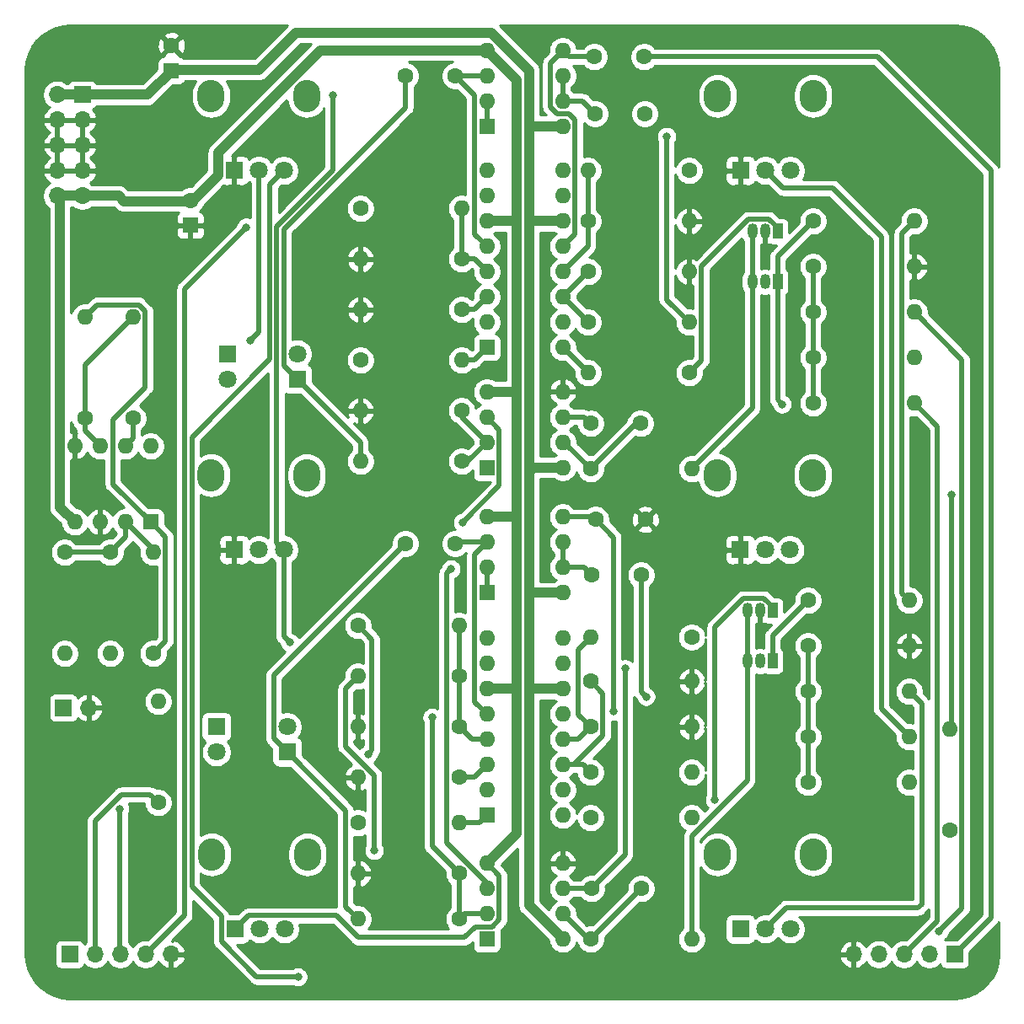
<source format=gbr>
%TF.GenerationSoftware,KiCad,Pcbnew,5.1.6-c6e7f7d~86~ubuntu18.04.1*%
%TF.CreationDate,2020-06-20T09:42:55-04:00*%
%TF.ProjectId,dual_MS20_VCF,6475616c-5f4d-4533-9230-5f5643462e6b,rev?*%
%TF.SameCoordinates,Original*%
%TF.FileFunction,Copper,L2,Bot*%
%TF.FilePolarity,Positive*%
%FSLAX46Y46*%
G04 Gerber Fmt 4.6, Leading zero omitted, Abs format (unit mm)*
G04 Created by KiCad (PCBNEW 5.1.6-c6e7f7d~86~ubuntu18.04.1) date 2020-06-20 09:42:55*
%MOMM*%
%LPD*%
G01*
G04 APERTURE LIST*
%TA.AperFunction,ComponentPad*%
%ADD10O,1.700000X1.700000*%
%TD*%
%TA.AperFunction,ComponentPad*%
%ADD11R,1.700000X1.700000*%
%TD*%
%TA.AperFunction,ComponentPad*%
%ADD12O,1.600000X1.600000*%
%TD*%
%TA.AperFunction,ComponentPad*%
%ADD13R,1.600000X1.600000*%
%TD*%
%TA.AperFunction,ComponentPad*%
%ADD14O,2.720000X3.240000*%
%TD*%
%TA.AperFunction,ComponentPad*%
%ADD15C,1.800000*%
%TD*%
%TA.AperFunction,ComponentPad*%
%ADD16R,1.800000X1.800000*%
%TD*%
%TA.AperFunction,ComponentPad*%
%ADD17C,1.600000*%
%TD*%
%TA.AperFunction,ComponentPad*%
%ADD18R,1.050000X1.500000*%
%TD*%
%TA.AperFunction,ComponentPad*%
%ADD19O,1.050000X1.500000*%
%TD*%
%TA.AperFunction,ViaPad*%
%ADD20C,0.800000*%
%TD*%
%TA.AperFunction,Conductor*%
%ADD21C,0.500000*%
%TD*%
%TA.AperFunction,Conductor*%
%ADD22C,1.000000*%
%TD*%
%TA.AperFunction,Conductor*%
%ADD23C,0.254000*%
%TD*%
G04 APERTURE END LIST*
D10*
%TO.P,J4,2*%
%TO.N,GND*%
X108585000Y-120015000D03*
D11*
%TO.P,J4,1*%
%TO.N,Net-(J4-Pad1)*%
X106045000Y-120015000D03*
%TD*%
D10*
%TO.P,J3,10*%
%TO.N,-12V*%
X105410000Y-68580000D03*
%TO.P,J3,9*%
X107950000Y-68580000D03*
%TO.P,J3,8*%
%TO.N,GND*%
X105410000Y-66040000D03*
%TO.P,J3,7*%
X107950000Y-66040000D03*
%TO.P,J3,6*%
X105410000Y-63500000D03*
%TO.P,J3,5*%
X107950000Y-63500000D03*
%TO.P,J3,4*%
X105410000Y-60960000D03*
%TO.P,J3,3*%
X107950000Y-60960000D03*
%TO.P,J3,2*%
%TO.N,+12V*%
X105410000Y-58420000D03*
D11*
%TO.P,J3,1*%
X107950000Y-58420000D03*
%TD*%
D12*
%TO.P,U7,8*%
%TO.N,+12V*%
X114808000Y-93726000D03*
%TO.P,U7,4*%
%TO.N,-12V*%
X107188000Y-101346000D03*
%TO.P,U7,7*%
%TO.N,Net-(R41-Pad1)*%
X112268000Y-93726000D03*
%TO.P,U7,3*%
%TO.N,GND*%
X109728000Y-101346000D03*
%TO.P,U7,6*%
%TO.N,Net-(R39-Pad1)*%
X109728000Y-93726000D03*
%TO.P,U7,2*%
%TO.N,Net-(R36-Pad1)*%
X112268000Y-101346000D03*
%TO.P,U7,5*%
%TO.N,GND*%
X107188000Y-93726000D03*
D13*
%TO.P,U7,1*%
%TO.N,Net-(R38-Pad1)*%
X114808000Y-101346000D03*
%TD*%
D12*
%TO.P,U6,8*%
%TO.N,+12V*%
X156210000Y-143256000D03*
%TO.P,U6,4*%
%TO.N,-12V*%
X148590000Y-135636000D03*
%TO.P,U6,7*%
%TO.N,Net-(C6-Pad1)*%
X156210000Y-140716000D03*
%TO.P,U6,3*%
%TO.N,Net-(RV2-Pad2)*%
X148590000Y-138176000D03*
%TO.P,U6,6*%
%TO.N,Net-(C6-Pad2)*%
X156210000Y-138176000D03*
%TO.P,U6,2*%
%TO.N,Net-(D3-Pad1)*%
X148590000Y-140716000D03*
%TO.P,U6,5*%
%TO.N,GND*%
X156210000Y-135636000D03*
D13*
%TO.P,U6,1*%
%TO.N,Net-(C5-Pad2)*%
X148590000Y-143256000D03*
%TD*%
D12*
%TO.P,U5,8*%
%TO.N,+12V*%
X156210000Y-108458000D03*
%TO.P,U5,4*%
%TO.N,-12V*%
X148590000Y-100838000D03*
%TO.P,U5,7*%
%TO.N,Net-(C8-Pad2)*%
X156210000Y-105918000D03*
%TO.P,U5,3*%
%TO.N,Net-(C5-Pad1)*%
X148590000Y-103378000D03*
%TO.P,U5,6*%
%TO.N,Net-(C8-Pad2)*%
X156210000Y-103378000D03*
%TO.P,U5,2*%
%TO.N,Net-(R20-Pad1)*%
X148590000Y-105918000D03*
%TO.P,U5,5*%
%TO.N,Net-(C7-Pad1)*%
X156210000Y-100838000D03*
D13*
%TO.P,U5,1*%
%TO.N,Net-(R20-Pad1)*%
X148590000Y-108458000D03*
%TD*%
D12*
%TO.P,U4,16*%
%TO.N,Net-(R35-Pad2)*%
X156210000Y-130810000D03*
%TO.P,U4,8*%
%TO.N,Net-(U4-Pad8)*%
X148590000Y-113030000D03*
%TO.P,U4,15*%
%TO.N,Net-(U4-Pad15)*%
X156210000Y-128270000D03*
%TO.P,U4,7*%
%TO.N,Net-(U4-Pad7)*%
X148590000Y-115570000D03*
%TO.P,U4,14*%
%TO.N,Net-(R29-Pad1)*%
X156210000Y-125730000D03*
%TO.P,U4,6*%
%TO.N,-12V*%
X148590000Y-118110000D03*
%TO.P,U4,13*%
%TO.N,Net-(R30-Pad1)*%
X156210000Y-123190000D03*
%TO.P,U4,5*%
%TO.N,Net-(C5-Pad1)*%
X148590000Y-120650000D03*
%TO.P,U4,12*%
%TO.N,Net-(C7-Pad1)*%
X156210000Y-120650000D03*
%TO.P,U4,4*%
%TO.N,Net-(R18-Pad1)*%
X148590000Y-123190000D03*
%TO.P,U4,11*%
%TO.N,+12V*%
X156210000Y-118110000D03*
%TO.P,U4,3*%
%TO.N,Net-(R21-Pad1)*%
X148590000Y-125730000D03*
%TO.P,U4,10*%
%TO.N,Net-(U4-Pad10)*%
X156210000Y-115570000D03*
%TO.P,U4,2*%
%TO.N,Net-(U4-Pad2)*%
X148590000Y-128270000D03*
%TO.P,U4,9*%
%TO.N,Net-(U4-Pad9)*%
X156210000Y-113030000D03*
D13*
%TO.P,U4,1*%
%TO.N,Net-(R25-Pad2)*%
X148590000Y-130810000D03*
%TD*%
D12*
%TO.P,U3,8*%
%TO.N,+12V*%
X156210000Y-95885000D03*
%TO.P,U3,4*%
%TO.N,-12V*%
X148590000Y-88265000D03*
%TO.P,U3,7*%
%TO.N,Net-(C2-Pad1)*%
X156210000Y-93345000D03*
%TO.P,U3,3*%
%TO.N,Net-(RV1-Pad2)*%
X148590000Y-90805000D03*
%TO.P,U3,6*%
%TO.N,Net-(C2-Pad2)*%
X156210000Y-90805000D03*
%TO.P,U3,2*%
%TO.N,Net-(D1-Pad1)*%
X148590000Y-93345000D03*
%TO.P,U3,5*%
%TO.N,GND*%
X156210000Y-88265000D03*
D13*
%TO.P,U3,1*%
%TO.N,Net-(C1-Pad2)*%
X148590000Y-95885000D03*
%TD*%
D12*
%TO.P,U2,8*%
%TO.N,+12V*%
X156210000Y-61595000D03*
%TO.P,U2,4*%
%TO.N,-12V*%
X148590000Y-53975000D03*
%TO.P,U2,7*%
%TO.N,Net-(C4-Pad2)*%
X156210000Y-59055000D03*
%TO.P,U2,3*%
%TO.N,Net-(C1-Pad1)*%
X148590000Y-56515000D03*
%TO.P,U2,6*%
%TO.N,Net-(C4-Pad2)*%
X156210000Y-56515000D03*
%TO.P,U2,2*%
%TO.N,Net-(R11-Pad2)*%
X148590000Y-59055000D03*
%TO.P,U2,5*%
%TO.N,Net-(C3-Pad1)*%
X156210000Y-53975000D03*
D13*
%TO.P,U2,1*%
%TO.N,Net-(R11-Pad2)*%
X148590000Y-61595000D03*
%TD*%
D12*
%TO.P,U1,16*%
%TO.N,Net-(R17-Pad2)*%
X156210000Y-83820000D03*
%TO.P,U1,8*%
%TO.N,Net-(U1-Pad8)*%
X148590000Y-66040000D03*
%TO.P,U1,15*%
%TO.N,Net-(U1-Pad15)*%
X156210000Y-81280000D03*
%TO.P,U1,7*%
%TO.N,Net-(U1-Pad7)*%
X148590000Y-68580000D03*
%TO.P,U1,14*%
%TO.N,Net-(R11-Pad1)*%
X156210000Y-78740000D03*
%TO.P,U1,6*%
%TO.N,-12V*%
X148590000Y-71120000D03*
%TO.P,U1,13*%
%TO.N,Net-(R12-Pad1)*%
X156210000Y-76200000D03*
%TO.P,U1,5*%
%TO.N,Net-(C1-Pad1)*%
X148590000Y-73660000D03*
%TO.P,U1,12*%
%TO.N,Net-(C3-Pad1)*%
X156210000Y-73660000D03*
%TO.P,U1,4*%
%TO.N,Net-(R1-Pad1)*%
X148590000Y-76200000D03*
%TO.P,U1,11*%
%TO.N,+12V*%
X156210000Y-71120000D03*
%TO.P,U1,3*%
%TO.N,Net-(R3-Pad1)*%
X148590000Y-78740000D03*
%TO.P,U1,10*%
%TO.N,Net-(U1-Pad10)*%
X156210000Y-68580000D03*
%TO.P,U1,2*%
%TO.N,Net-(U1-Pad2)*%
X148590000Y-81280000D03*
%TO.P,U1,9*%
%TO.N,Net-(U1-Pad9)*%
X156210000Y-66040000D03*
D13*
%TO.P,U1,1*%
%TO.N,Net-(R7-Pad2)*%
X148590000Y-83820000D03*
%TD*%
D14*
%TO.P,RV6,*%
%TO.N,*%
X171770000Y-134740000D03*
X181370000Y-134740000D03*
D15*
%TO.P,RV6,3*%
%TO.N,+12V*%
X179070000Y-142240000D03*
%TO.P,RV6,2*%
%TO.N,/LPF/lpf_cv_in_3*%
X176570000Y-142240000D03*
D16*
%TO.P,RV6,1*%
%TO.N,-12V*%
X174070000Y-142240000D03*
%TD*%
D14*
%TO.P,RV5,*%
%TO.N,*%
X120970000Y-134740000D03*
X130570000Y-134740000D03*
D15*
%TO.P,RV5,3*%
%TO.N,+12V*%
X128270000Y-142240000D03*
%TO.P,RV5,2*%
%TO.N,/HPF/hpf_cv_in_3*%
X125770000Y-142240000D03*
D16*
%TO.P,RV5,1*%
%TO.N,-12V*%
X123270000Y-142240000D03*
%TD*%
D14*
%TO.P,RV4,*%
%TO.N,*%
X171770000Y-58540000D03*
X181370000Y-58540000D03*
D15*
%TO.P,RV4,3*%
%TO.N,Net-(J2-Pad4)*%
X179070000Y-66040000D03*
%TO.P,RV4,2*%
%TO.N,/LPF/lpf_cv_in_2*%
X176570000Y-66040000D03*
D16*
%TO.P,RV4,1*%
%TO.N,GND*%
X174070000Y-66040000D03*
%TD*%
D14*
%TO.P,RV3,*%
%TO.N,*%
X120890000Y-58540000D03*
X130490000Y-58540000D03*
D15*
%TO.P,RV3,3*%
%TO.N,Net-(J1-Pad4)*%
X128190000Y-66040000D03*
%TO.P,RV3,2*%
%TO.N,/HPF/hpf_cv_in_2*%
X125690000Y-66040000D03*
D16*
%TO.P,RV3,1*%
%TO.N,GND*%
X123190000Y-66040000D03*
%TD*%
D14*
%TO.P,RV2,*%
%TO.N,*%
X171730000Y-96640000D03*
X181330000Y-96640000D03*
D15*
%TO.P,RV2,3*%
%TO.N,/LPF/lpf_out*%
X179030000Y-104140000D03*
%TO.P,RV2,2*%
%TO.N,Net-(RV2-Pad2)*%
X176530000Y-104140000D03*
D16*
%TO.P,RV2,1*%
%TO.N,GND*%
X174030000Y-104140000D03*
%TD*%
D14*
%TO.P,RV1,*%
%TO.N,*%
X120890000Y-96640000D03*
X130490000Y-96640000D03*
D15*
%TO.P,RV1,3*%
%TO.N,/high_pass*%
X128190000Y-104140000D03*
%TO.P,RV1,2*%
%TO.N,Net-(RV1-Pad2)*%
X125690000Y-104140000D03*
D16*
%TO.P,RV1,1*%
%TO.N,GND*%
X123190000Y-104140000D03*
%TD*%
D12*
%TO.P,R42,2*%
%TO.N,Net-(R41-Pad1)*%
X195072000Y-122174000D03*
D17*
%TO.P,R42,1*%
%TO.N,/summed_hp_lp*%
X195072000Y-132334000D03*
%TD*%
D12*
%TO.P,R41,2*%
%TO.N,Net-(R39-Pad1)*%
X113030000Y-80772000D03*
D17*
%TO.P,R41,1*%
%TO.N,Net-(R41-Pad1)*%
X113030000Y-90932000D03*
%TD*%
D12*
%TO.P,R40,2*%
%TO.N,/LPF/lpf_out*%
X115570000Y-119380000D03*
D17*
%TO.P,R40,1*%
%TO.N,/low_pass*%
X115570000Y-129540000D03*
%TD*%
D12*
%TO.P,R39,2*%
%TO.N,Net-(R38-Pad1)*%
X108204000Y-80772000D03*
D17*
%TO.P,R39,1*%
%TO.N,Net-(R39-Pad1)*%
X108204000Y-90932000D03*
%TD*%
D12*
%TO.P,R38,2*%
%TO.N,Net-(R36-Pad1)*%
X115062000Y-104394000D03*
D17*
%TO.P,R38,1*%
%TO.N,Net-(R38-Pad1)*%
X115062000Y-114554000D03*
%TD*%
D12*
%TO.P,R37,2*%
%TO.N,Net-(J4-Pad1)*%
X106172000Y-114554000D03*
D17*
%TO.P,R37,1*%
%TO.N,Net-(R36-Pad1)*%
X106172000Y-104394000D03*
%TD*%
D12*
%TO.P,R36,2*%
%TO.N,/high_pass*%
X110744000Y-114554000D03*
D17*
%TO.P,R36,1*%
%TO.N,Net-(R36-Pad1)*%
X110744000Y-104394000D03*
%TD*%
D12*
%TO.P,R35,2*%
%TO.N,Net-(R35-Pad2)*%
X169164000Y-131064000D03*
D17*
%TO.P,R35,1*%
%TO.N,/LPF/i_out*%
X159004000Y-131064000D03*
%TD*%
D12*
%TO.P,R34,2*%
%TO.N,GND*%
X135636000Y-136652000D03*
D17*
%TO.P,R34,1*%
%TO.N,Net-(D3-Pad1)*%
X145796000Y-136652000D03*
%TD*%
D12*
%TO.P,R33,2*%
%TO.N,GND*%
X169164000Y-117348000D03*
D17*
%TO.P,R33,1*%
%TO.N,Net-(R29-Pad1)*%
X159004000Y-117348000D03*
%TD*%
D12*
%TO.P,R32,2*%
%TO.N,Net-(R30-Pad1)*%
X159004000Y-112903000D03*
D17*
%TO.P,R32,1*%
%TO.N,Net-(C8-Pad2)*%
X169164000Y-112903000D03*
%TD*%
D12*
%TO.P,R31,2*%
%TO.N,Net-(C5-Pad2)*%
X135636000Y-141224000D03*
D17*
%TO.P,R31,1*%
%TO.N,Net-(D3-Pad1)*%
X145796000Y-141224000D03*
%TD*%
D12*
%TO.P,R30,2*%
%TO.N,GND*%
X169164000Y-121920000D03*
D17*
%TO.P,R30,1*%
%TO.N,Net-(R30-Pad1)*%
X159004000Y-121920000D03*
%TD*%
D12*
%TO.P,R29,2*%
%TO.N,Net-(R20-Pad1)*%
X169164000Y-126492000D03*
D17*
%TO.P,R29,1*%
%TO.N,Net-(R29-Pad1)*%
X159004000Y-126492000D03*
%TD*%
D12*
%TO.P,R28,2*%
%TO.N,Net-(Q3-Pad3)*%
X169164000Y-143256000D03*
D17*
%TO.P,R28,1*%
%TO.N,Net-(C6-Pad1)*%
X159004000Y-143256000D03*
%TD*%
D12*
%TO.P,R27,2*%
%TO.N,-12V*%
X191008000Y-109220000D03*
D17*
%TO.P,R27,1*%
%TO.N,Net-(C6-Pad2)*%
X180848000Y-109220000D03*
%TD*%
D12*
%TO.P,R26,2*%
%TO.N,GND*%
X191008000Y-113792000D03*
D17*
%TO.P,R26,1*%
%TO.N,Net-(Q3-Pad2)*%
X180848000Y-113792000D03*
%TD*%
D12*
%TO.P,R25,2*%
%TO.N,Net-(R25-Pad2)*%
X145796000Y-131572000D03*
D17*
%TO.P,R25,1*%
%TO.N,/LPF/i_out*%
X135636000Y-131572000D03*
%TD*%
D12*
%TO.P,R24,2*%
%TO.N,/LPF/lpf_cv_in_3*%
X191008000Y-118364000D03*
D17*
%TO.P,R24,1*%
%TO.N,Net-(Q3-Pad2)*%
X180848000Y-118364000D03*
%TD*%
D12*
%TO.P,R23,2*%
%TO.N,/LPF/lpf_cv_in_2*%
X191008000Y-122936000D03*
D17*
%TO.P,R23,1*%
%TO.N,Net-(Q3-Pad2)*%
X180848000Y-122936000D03*
%TD*%
D12*
%TO.P,R22,2*%
%TO.N,/LPF/lpf_cv_in_1*%
X191008000Y-127508000D03*
D17*
%TO.P,R22,1*%
%TO.N,Net-(Q3-Pad2)*%
X180848000Y-127508000D03*
%TD*%
D12*
%TO.P,R21,2*%
%TO.N,GND*%
X135636000Y-127000000D03*
D17*
%TO.P,R21,1*%
%TO.N,Net-(R21-Pad1)*%
X145796000Y-127000000D03*
%TD*%
D12*
%TO.P,R20,2*%
%TO.N,Net-(R18-Pad1)*%
X145796000Y-111760000D03*
D17*
%TO.P,R20,1*%
%TO.N,Net-(R20-Pad1)*%
X135636000Y-111760000D03*
%TD*%
D12*
%TO.P,R19,2*%
%TO.N,GND*%
X135636000Y-121920000D03*
D17*
%TO.P,R19,1*%
%TO.N,Net-(R18-Pad1)*%
X145796000Y-121920000D03*
%TD*%
D12*
%TO.P,R18,2*%
%TO.N,/LPF/lpf_in*%
X135636000Y-116840000D03*
D17*
%TO.P,R18,1*%
%TO.N,Net-(R18-Pad1)*%
X145796000Y-116840000D03*
%TD*%
D12*
%TO.P,R17,2*%
%TO.N,Net-(R17-Pad2)*%
X158750000Y-86360000D03*
D17*
%TO.P,R17,1*%
%TO.N,/HPF/i_out*%
X168910000Y-86360000D03*
%TD*%
D12*
%TO.P,R16,2*%
%TO.N,GND*%
X135890000Y-90170000D03*
D17*
%TO.P,R16,1*%
%TO.N,Net-(D1-Pad1)*%
X146050000Y-90170000D03*
%TD*%
D12*
%TO.P,R15,2*%
%TO.N,GND*%
X168910000Y-76200000D03*
D17*
%TO.P,R15,1*%
%TO.N,Net-(R11-Pad1)*%
X158750000Y-76200000D03*
%TD*%
D12*
%TO.P,R14,2*%
%TO.N,Net-(R12-Pad1)*%
X158750000Y-66040000D03*
D17*
%TO.P,R14,1*%
%TO.N,Net-(C4-Pad2)*%
X168910000Y-66040000D03*
%TD*%
D12*
%TO.P,R13,2*%
%TO.N,Net-(C1-Pad2)*%
X135890000Y-95250000D03*
D17*
%TO.P,R13,1*%
%TO.N,Net-(D1-Pad1)*%
X146050000Y-95250000D03*
%TD*%
D12*
%TO.P,R12,2*%
%TO.N,GND*%
X168910000Y-71120000D03*
D17*
%TO.P,R12,1*%
%TO.N,Net-(R12-Pad1)*%
X158750000Y-71120000D03*
%TD*%
D12*
%TO.P,R11,2*%
%TO.N,Net-(R11-Pad2)*%
X168910000Y-81280000D03*
D17*
%TO.P,R11,1*%
%TO.N,Net-(R11-Pad1)*%
X158750000Y-81280000D03*
%TD*%
D12*
%TO.P,R10,2*%
%TO.N,Net-(Q1-Pad3)*%
X169164000Y-96012000D03*
D17*
%TO.P,R10,1*%
%TO.N,Net-(C2-Pad1)*%
X159004000Y-96012000D03*
%TD*%
D12*
%TO.P,R9,2*%
%TO.N,-12V*%
X191516000Y-71120000D03*
D17*
%TO.P,R9,1*%
%TO.N,Net-(C2-Pad2)*%
X181356000Y-71120000D03*
%TD*%
D12*
%TO.P,R8,2*%
%TO.N,GND*%
X191516000Y-75692000D03*
D17*
%TO.P,R8,1*%
%TO.N,Net-(Q1-Pad2)*%
X181356000Y-75692000D03*
%TD*%
D12*
%TO.P,R7,2*%
%TO.N,Net-(R7-Pad2)*%
X146050000Y-85090000D03*
D17*
%TO.P,R7,1*%
%TO.N,/HPF/i_out*%
X135890000Y-85090000D03*
%TD*%
D12*
%TO.P,R6,2*%
%TO.N,/HPF/hpf_cv_in_3*%
X191516000Y-80264000D03*
D17*
%TO.P,R6,1*%
%TO.N,Net-(Q1-Pad2)*%
X181356000Y-80264000D03*
%TD*%
D12*
%TO.P,R5,2*%
%TO.N,/HPF/hpf_cv_in_2*%
X191516000Y-84836000D03*
D17*
%TO.P,R5,1*%
%TO.N,Net-(Q1-Pad2)*%
X181356000Y-84836000D03*
%TD*%
D12*
%TO.P,R4,2*%
%TO.N,/HPF/hpf_cv_in_1*%
X191516000Y-89408000D03*
D17*
%TO.P,R4,1*%
%TO.N,Net-(Q1-Pad2)*%
X181356000Y-89408000D03*
%TD*%
D12*
%TO.P,R3,2*%
%TO.N,GND*%
X135890000Y-80010000D03*
D17*
%TO.P,R3,1*%
%TO.N,Net-(R3-Pad1)*%
X146050000Y-80010000D03*
%TD*%
D12*
%TO.P,R2,2*%
%TO.N,Net-(R1-Pad1)*%
X146050000Y-69850000D03*
D17*
%TO.P,R2,1*%
%TO.N,Net-(R11-Pad2)*%
X135890000Y-69850000D03*
%TD*%
D12*
%TO.P,R1,2*%
%TO.N,GND*%
X135890000Y-74930000D03*
D17*
%TO.P,R1,1*%
%TO.N,Net-(R1-Pad1)*%
X146050000Y-74930000D03*
%TD*%
D18*
%TO.P,Q4,1*%
%TO.N,/LPF/i_out*%
X177292000Y-110236000D03*
D19*
%TO.P,Q4,3*%
%TO.N,Net-(Q3-Pad3)*%
X174752000Y-110236000D03*
%TO.P,Q4,2*%
%TO.N,GND*%
X176022000Y-110236000D03*
%TD*%
D18*
%TO.P,Q3,1*%
%TO.N,Net-(C6-Pad2)*%
X177292000Y-115316000D03*
D19*
%TO.P,Q3,3*%
%TO.N,Net-(Q3-Pad3)*%
X174752000Y-115316000D03*
%TO.P,Q3,2*%
%TO.N,Net-(Q3-Pad2)*%
X176022000Y-115316000D03*
%TD*%
D18*
%TO.P,Q2,1*%
%TO.N,/HPF/i_out*%
X177800000Y-72136000D03*
D19*
%TO.P,Q2,3*%
%TO.N,Net-(Q1-Pad3)*%
X175260000Y-72136000D03*
%TO.P,Q2,2*%
%TO.N,GND*%
X176530000Y-72136000D03*
%TD*%
D18*
%TO.P,Q1,1*%
%TO.N,Net-(C2-Pad2)*%
X177800000Y-77216000D03*
D19*
%TO.P,Q1,3*%
%TO.N,Net-(Q1-Pad3)*%
X175260000Y-77216000D03*
%TO.P,Q1,2*%
%TO.N,Net-(Q1-Pad2)*%
X176530000Y-77216000D03*
%TD*%
D10*
%TO.P,J2,5*%
%TO.N,GND*%
X116840000Y-144780000D03*
%TO.P,J2,4*%
%TO.N,Net-(J2-Pad4)*%
X114300000Y-144780000D03*
%TO.P,J2,3*%
%TO.N,/LPF/lpf_cv_in_1*%
X111760000Y-144780000D03*
%TO.P,J2,2*%
%TO.N,/low_pass*%
X109220000Y-144780000D03*
D11*
%TO.P,J2,1*%
%TO.N,/LPF/lpf_in*%
X106680000Y-144780000D03*
%TD*%
D10*
%TO.P,J1,5*%
%TO.N,GND*%
X185420000Y-144780000D03*
%TO.P,J1,4*%
%TO.N,Net-(J1-Pad4)*%
X187960000Y-144780000D03*
%TO.P,J1,3*%
%TO.N,/HPF/hpf_cv_in_1*%
X190500000Y-144780000D03*
%TO.P,J1,2*%
%TO.N,/summed_hp_lp*%
X193040000Y-144780000D03*
D11*
%TO.P,J1,1*%
%TO.N,/HPF/hpf_in*%
X195580000Y-144780000D03*
%TD*%
D15*
%TO.P,D4,2*%
%TO.N,Net-(D3-Pad1)*%
X128524000Y-121920000D03*
D16*
%TO.P,D4,1*%
%TO.N,Net-(C5-Pad2)*%
X128524000Y-124460000D03*
%TD*%
D15*
%TO.P,D3,2*%
%TO.N,Net-(C5-Pad2)*%
X121412000Y-124460000D03*
D16*
%TO.P,D3,1*%
%TO.N,Net-(D3-Pad1)*%
X121412000Y-121920000D03*
%TD*%
D15*
%TO.P,D2,2*%
%TO.N,Net-(D1-Pad1)*%
X129540000Y-84455000D03*
D16*
%TO.P,D2,1*%
%TO.N,Net-(C1-Pad2)*%
X129540000Y-86995000D03*
%TD*%
D15*
%TO.P,D1,2*%
%TO.N,Net-(C1-Pad2)*%
X122555000Y-86995000D03*
D16*
%TO.P,D1,1*%
%TO.N,Net-(D1-Pad1)*%
X122555000Y-84455000D03*
%TD*%
D17*
%TO.P,C10,2*%
%TO.N,-12V*%
X118808500Y-69051800D03*
D13*
%TO.P,C10,1*%
%TO.N,GND*%
X118808500Y-71551800D03*
%TD*%
D17*
%TO.P,C9,2*%
%TO.N,GND*%
X116900000Y-53500000D03*
D13*
%TO.P,C9,1*%
%TO.N,+12V*%
X116900000Y-56000000D03*
%TD*%
D17*
%TO.P,C8,2*%
%TO.N,Net-(C8-Pad2)*%
X159084000Y-106680000D03*
%TO.P,C8,1*%
%TO.N,/LPF/lpf_out*%
X164084000Y-106680000D03*
%TD*%
%TO.P,C7,2*%
%TO.N,GND*%
X164512000Y-101092000D03*
%TO.P,C7,1*%
%TO.N,Net-(C7-Pad1)*%
X159512000Y-101092000D03*
%TD*%
%TO.P,C6,2*%
%TO.N,Net-(C6-Pad2)*%
X159084000Y-138176000D03*
%TO.P,C6,1*%
%TO.N,Net-(C6-Pad1)*%
X164084000Y-138176000D03*
%TD*%
%TO.P,C5,2*%
%TO.N,Net-(C5-Pad2)*%
X140415000Y-103505000D03*
%TO.P,C5,1*%
%TO.N,Net-(C5-Pad1)*%
X145415000Y-103505000D03*
%TD*%
%TO.P,C4,2*%
%TO.N,Net-(C4-Pad2)*%
X159465000Y-60325000D03*
%TO.P,C4,1*%
%TO.N,/high_pass*%
X164465000Y-60325000D03*
%TD*%
%TO.P,C3,2*%
%TO.N,/HPF/hpf_in*%
X164385000Y-54610000D03*
%TO.P,C3,1*%
%TO.N,Net-(C3-Pad1)*%
X159385000Y-54610000D03*
%TD*%
%TO.P,C2,2*%
%TO.N,Net-(C2-Pad2)*%
X159004000Y-91440000D03*
%TO.P,C2,1*%
%TO.N,Net-(C2-Pad1)*%
X164004000Y-91440000D03*
%TD*%
%TO.P,C1,2*%
%TO.N,Net-(C1-Pad2)*%
X140415000Y-56515000D03*
%TO.P,C1,1*%
%TO.N,Net-(C1-Pad1)*%
X145415000Y-56515000D03*
%TD*%
D20*
%TO.N,Net-(C2-Pad2)*%
X178231800Y-89509600D03*
%TO.N,/high_pass*%
X133121400Y-58496200D03*
X128803400Y-113461800D03*
%TO.N,Net-(C6-Pad2)*%
X162483800Y-116078000D03*
%TO.N,GND*%
X159650000Y-63800000D03*
X162800000Y-65800000D03*
X162150000Y-69200000D03*
X159350000Y-134500000D03*
X165250000Y-134350000D03*
X161200000Y-138500000D03*
X165000000Y-142150000D03*
%TO.N,Net-(C7-Pad1)*%
X161315400Y-120345200D03*
%TO.N,/LPF/lpf_out*%
X164592000Y-118897400D03*
%TO.N,Net-(D3-Pad1)*%
X143078200Y-120980200D03*
%TO.N,Net-(J1-Pad4)*%
X129616200Y-147040600D03*
%TO.N,Net-(J2-Pad4)*%
X124409200Y-71729600D03*
%TO.N,/LPF/lpf_cv_in_1*%
X111709200Y-130149600D03*
%TO.N,/LPF/lpf_in*%
X137261600Y-134340600D03*
%TO.N,/LPF/i_out*%
X171475400Y-129235200D03*
%TO.N,Net-(R11-Pad2)*%
X166649400Y-62611000D03*
%TO.N,/HPF/hpf_cv_in_2*%
X124866400Y-83108800D03*
%TO.N,/HPF/hpf_cv_in_3*%
X194034741Y-142447341D03*
%TO.N,Net-(R20-Pad1)*%
X136652000Y-124688600D03*
%TO.N,Net-(R41-Pad1)*%
X195249800Y-98628200D03*
%TO.N,Net-(RV1-Pad2)*%
X146151600Y-101396800D03*
%TO.N,Net-(RV2-Pad2)*%
X144983200Y-106070400D03*
%TD*%
D21*
%TO.N,Net-(C1-Pad2)*%
X135890000Y-93345000D02*
X129540000Y-86995000D01*
X135890000Y-95250000D02*
X135890000Y-93345000D01*
X128189999Y-85644999D02*
X129540000Y-86995000D01*
X128189999Y-71936601D02*
X128189999Y-85644999D01*
X140415000Y-56515000D02*
X140415000Y-59711600D01*
X140415000Y-59711600D02*
X128189999Y-71936601D01*
%TO.N,Net-(C1-Pad1)*%
X145415000Y-56515000D02*
X148590000Y-56515000D01*
X147339999Y-58439999D02*
X145415000Y-56515000D01*
X147339999Y-72409999D02*
X147339999Y-58439999D01*
X148590000Y-73660000D02*
X147339999Y-72409999D01*
%TO.N,Net-(C2-Pad2)*%
X158369000Y-90805000D02*
X159004000Y-91440000D01*
X156210000Y-90805000D02*
X158369000Y-90805000D01*
X177800000Y-74676000D02*
X181356000Y-71120000D01*
X177800000Y-77216000D02*
X177800000Y-74676000D01*
X177800000Y-89077800D02*
X178231800Y-89509600D01*
X177800000Y-77216000D02*
X177800000Y-89077800D01*
%TO.N,Net-(C2-Pad1)*%
X156337000Y-93345000D02*
X159004000Y-96012000D01*
X156210000Y-93345000D02*
X156337000Y-93345000D01*
X163576000Y-91440000D02*
X164004000Y-91440000D01*
X159004000Y-96012000D02*
X163576000Y-91440000D01*
%TO.N,/HPF/hpf_in*%
X199212200Y-66040000D02*
X187782200Y-54610000D01*
X195580000Y-144780000D02*
X199212200Y-141147800D01*
X187782200Y-54610000D02*
X164385000Y-54610000D01*
X199212200Y-141147800D02*
X199212200Y-66040000D01*
%TO.N,Net-(C3-Pad1)*%
X156845000Y-54610000D02*
X156210000Y-53975000D01*
X159385000Y-54610000D02*
X156845000Y-54610000D01*
X154959999Y-55225001D02*
X156210000Y-53975000D01*
X154959999Y-59655001D02*
X154959999Y-55225001D01*
X155609999Y-60305001D02*
X154959999Y-59655001D01*
X156810001Y-60305001D02*
X155609999Y-60305001D01*
X157460001Y-60955001D02*
X156810001Y-60305001D01*
X157460001Y-72409999D02*
X157460001Y-60955001D01*
X156210000Y-73660000D02*
X157460001Y-72409999D01*
%TO.N,Net-(C4-Pad2)*%
X156210000Y-56515000D02*
X156210000Y-59055000D01*
X158195000Y-59055000D02*
X159465000Y-60325000D01*
X156210000Y-59055000D02*
X158195000Y-59055000D01*
%TO.N,/high_pass*%
X127489989Y-103439989D02*
X128190000Y-104140000D01*
X127489989Y-71646648D02*
X127489989Y-103439989D01*
X133121400Y-66015238D02*
X127489989Y-71646648D01*
X133121400Y-58496200D02*
X133121400Y-66015238D01*
X128190000Y-112848400D02*
X128190000Y-104140000D01*
X128803400Y-113461800D02*
X128190000Y-112848400D01*
%TO.N,Net-(C5-Pad2)*%
X127173999Y-116746001D02*
X140415000Y-103505000D01*
X128524000Y-124460000D02*
X127173999Y-123109999D01*
X127173999Y-123109999D02*
X127173999Y-116746001D01*
X134385999Y-130321999D02*
X128524000Y-124460000D01*
X134385999Y-139973999D02*
X134385999Y-130321999D01*
X135636000Y-141224000D02*
X134385999Y-139973999D01*
%TO.N,Net-(C5-Pad1)*%
X145542000Y-103378000D02*
X145415000Y-103505000D01*
X148590000Y-103378000D02*
X145542000Y-103378000D01*
X147339999Y-104628001D02*
X148590000Y-103378000D01*
X147339999Y-119399999D02*
X147339999Y-104628001D01*
X148590000Y-120650000D02*
X147339999Y-119399999D01*
%TO.N,Net-(C6-Pad2)*%
X159084000Y-138176000D02*
X156210000Y-138176000D01*
X177292000Y-112776000D02*
X180848000Y-109220000D01*
X177292000Y-115316000D02*
X177292000Y-112776000D01*
X159084000Y-138176000D02*
X162483800Y-134776200D01*
X162483800Y-134776200D02*
X162483800Y-116078000D01*
%TO.N,Net-(C6-Pad1)*%
X158750000Y-143256000D02*
X156210000Y-140716000D01*
X159004000Y-143256000D02*
X158750000Y-143256000D01*
X164084000Y-138176000D02*
X159004000Y-143256000D01*
%TO.N,Net-(C7-Pad1)*%
X159258000Y-100838000D02*
X159512000Y-101092000D01*
X156210000Y-100838000D02*
X159258000Y-100838000D01*
X159512000Y-101092000D02*
X161315400Y-102895400D01*
X161315400Y-102895400D02*
X161315400Y-120345200D01*
%TO.N,Net-(C8-Pad2)*%
X156210000Y-103378000D02*
X156210000Y-105918000D01*
X158322000Y-105918000D02*
X159084000Y-106680000D01*
X156210000Y-105918000D02*
X158322000Y-105918000D01*
%TO.N,/LPF/lpf_out*%
X164084000Y-118389400D02*
X164084000Y-106680000D01*
X164592000Y-118897400D02*
X164084000Y-118389400D01*
D22*
%TO.N,+12V*%
X152831800Y-61899800D02*
X153136600Y-61595000D01*
X156210000Y-143256000D02*
X152831800Y-139877800D01*
X153136600Y-61595000D02*
X156210000Y-61595000D01*
X153187400Y-118110000D02*
X152831800Y-117754400D01*
X152831800Y-139877800D02*
X152831800Y-117754400D01*
X156210000Y-118110000D02*
X153187400Y-118110000D01*
X153009600Y-108458000D02*
X152831800Y-108635800D01*
X152831800Y-117754400D02*
X152831800Y-108635800D01*
X156210000Y-108458000D02*
X153009600Y-108458000D01*
X153263600Y-95885000D02*
X152831800Y-96316800D01*
X156210000Y-95885000D02*
X153263600Y-95885000D01*
X152831800Y-108635800D02*
X152831800Y-96316800D01*
X152857200Y-71120000D02*
X152831800Y-71145400D01*
X156210000Y-71120000D02*
X152857200Y-71120000D01*
X152831800Y-96316800D02*
X152831800Y-71145400D01*
X152831800Y-71145400D02*
X152831800Y-61899800D01*
X105410000Y-58420000D02*
X107950000Y-58420000D01*
X114480000Y-58420000D02*
X117000000Y-55900000D01*
X152831800Y-55996798D02*
X152831800Y-61899800D01*
X107950000Y-58420000D02*
X114480000Y-58420000D01*
X117000000Y-55900000D02*
X125700000Y-55900000D01*
X125700000Y-55900000D02*
X129428400Y-52171600D01*
X129428400Y-52171600D02*
X149006602Y-52171600D01*
X149006602Y-52171600D02*
X152831800Y-55996798D01*
%TO.N,-12V*%
X151587200Y-132638800D02*
X148590000Y-135636000D01*
X148590000Y-53975000D02*
X148615400Y-53975000D01*
X148615400Y-53975000D02*
X151587200Y-56946800D01*
X151282400Y-71120000D02*
X151587200Y-70815200D01*
X148590000Y-71120000D02*
X151282400Y-71120000D01*
X151587200Y-56946800D02*
X151587200Y-70815200D01*
X151333200Y-88265000D02*
X151587200Y-88011000D01*
X148590000Y-88265000D02*
X151333200Y-88265000D01*
X151587200Y-70815200D02*
X151587200Y-88011000D01*
X148590000Y-100838000D02*
X151257000Y-100838000D01*
X151257000Y-100838000D02*
X151587200Y-100507800D01*
X151587200Y-88011000D02*
X151587200Y-100507800D01*
X151409400Y-118110000D02*
X151587200Y-118287800D01*
X148590000Y-118110000D02*
X151409400Y-118110000D01*
X151587200Y-100507800D02*
X151587200Y-118287800D01*
X151587200Y-118287800D02*
X151587200Y-132638800D01*
X107950000Y-68580000D02*
X105410000Y-68580000D01*
X105687999Y-68857999D02*
X105410000Y-68580000D01*
X105687999Y-99845999D02*
X105687999Y-68857999D01*
X107188000Y-101346000D02*
X105687999Y-99845999D01*
D21*
X190265999Y-72370001D02*
X191516000Y-71120000D01*
X190265999Y-108477999D02*
X190265999Y-72370001D01*
X191008000Y-109220000D02*
X190265999Y-108477999D01*
X149840001Y-141243999D02*
X149840001Y-136886001D01*
X149840001Y-141280201D02*
X149821900Y-141262100D01*
X149150003Y-142005999D02*
X149840001Y-141316001D01*
X149840001Y-136886001D02*
X148590000Y-135636000D01*
X124620001Y-140889999D02*
X133451997Y-140889999D01*
X149821900Y-141262100D02*
X149840001Y-141243999D01*
X123270000Y-142240000D02*
X124620001Y-140889999D01*
X135652898Y-143090900D02*
X146345098Y-143090900D01*
X147429999Y-142005999D02*
X149150003Y-142005999D01*
X133451997Y-140889999D02*
X135652898Y-143090900D01*
X149840001Y-141316001D02*
X149840001Y-141280201D01*
X146345098Y-143090900D02*
X147429999Y-142005999D01*
D22*
X111582200Y-68580000D02*
X107950000Y-68580000D01*
X131881706Y-53975000D02*
X121589999Y-64266707D01*
X148590000Y-53975000D02*
X131881706Y-53975000D01*
X121589999Y-66497001D02*
X118973600Y-69113400D01*
X112115600Y-69113400D02*
X111582200Y-68580000D01*
X121589999Y-64266707D02*
X121589999Y-66497001D01*
X118973600Y-69113400D02*
X112115600Y-69113400D01*
D21*
%TO.N,Net-(D1-Pad1)*%
X146685000Y-95250000D02*
X148590000Y-93345000D01*
X146050000Y-95250000D02*
X146685000Y-95250000D01*
X146050000Y-90805000D02*
X148590000Y-93345000D01*
X146050000Y-90170000D02*
X146050000Y-90805000D01*
%TO.N,Net-(D3-Pad1)*%
X146304000Y-140716000D02*
X145796000Y-141224000D01*
X148590000Y-140716000D02*
X146304000Y-140716000D01*
X145796000Y-136652000D02*
X145796000Y-141224000D01*
X145796000Y-136652000D02*
X143078200Y-133934200D01*
X143078200Y-133934200D02*
X143078200Y-120980200D01*
%TO.N,Net-(J1-Pad4)*%
X121919999Y-143500001D02*
X125460598Y-147040600D01*
X125460598Y-147040600D02*
X129616200Y-147040600D01*
X126789979Y-67440021D02*
X126789979Y-84969821D01*
X128190000Y-66040000D02*
X126789979Y-67440021D01*
X118948200Y-138008200D02*
X121919999Y-140979999D01*
X121919999Y-140979999D02*
X121919999Y-143500001D01*
X126789979Y-84969821D02*
X118948200Y-92811600D01*
X118948200Y-92811600D02*
X118948200Y-138008200D01*
%TO.N,/HPF/hpf_cv_in_1*%
X193821999Y-132934001D02*
X193852800Y-132964802D01*
X191516000Y-89408000D02*
X193852800Y-91744800D01*
X193821999Y-121573999D02*
X193821999Y-122774001D01*
X193852800Y-91744800D02*
X193852800Y-121543198D01*
X193852800Y-121543198D02*
X193821999Y-121573999D01*
X193821999Y-122774001D02*
X193852800Y-122804802D01*
X193852800Y-122804802D02*
X193852800Y-131703198D01*
X193852800Y-131703198D02*
X193821999Y-131733999D01*
X193821999Y-131733999D02*
X193821999Y-132934001D01*
X193852800Y-132964802D02*
X193852800Y-141427200D01*
X193852800Y-141427200D02*
X190500000Y-144780000D01*
%TO.N,Net-(J2-Pad4)*%
X118218001Y-140861999D02*
X118218001Y-77920799D01*
X118218001Y-77920799D02*
X124409200Y-71729600D01*
X114300000Y-144780000D02*
X118218001Y-140861999D01*
%TO.N,/LPF/lpf_cv_in_1*%
X111709200Y-144729200D02*
X111760000Y-144780000D01*
X111709200Y-130149600D02*
X111709200Y-144729200D01*
%TO.N,/low_pass*%
X109220000Y-131380798D02*
X109220000Y-144780000D01*
X111860797Y-128740001D02*
X109220000Y-131380798D01*
X114770001Y-128740001D02*
X111860797Y-128740001D01*
X115570000Y-129540000D02*
X114770001Y-128740001D01*
%TO.N,/LPF/lpf_in*%
X134385999Y-123899997D02*
X137261600Y-126775598D01*
X134385999Y-118090001D02*
X134385999Y-123899997D01*
X137261600Y-126775598D02*
X137261600Y-134340600D01*
X135636000Y-116840000D02*
X134385999Y-118090001D01*
%TO.N,Net-(Q1-Pad3)*%
X175260000Y-72136000D02*
X175260000Y-77216000D01*
X175260000Y-89916000D02*
X175260000Y-77216000D01*
X169164000Y-96012000D02*
X175260000Y-89916000D01*
%TO.N,Net-(Q1-Pad2)*%
X181356000Y-75692000D02*
X181356000Y-80264000D01*
X181356000Y-80264000D02*
X181356000Y-84836000D01*
X181356000Y-84836000D02*
X181356000Y-89408000D01*
%TO.N,/HPF/i_out*%
X170160001Y-85109999D02*
X168910000Y-86360000D01*
X174856138Y-70935990D02*
X170160001Y-75632127D01*
X176933862Y-70935990D02*
X174856138Y-70935990D01*
X177800000Y-71802128D02*
X176933862Y-70935990D01*
X170160001Y-75632127D02*
X170160001Y-85109999D01*
X177800000Y-72136000D02*
X177800000Y-71802128D01*
%TO.N,Net-(Q3-Pad3)*%
X174752000Y-115316000D02*
X174752000Y-110236000D01*
X169164000Y-132914002D02*
X174752000Y-127326002D01*
X174752000Y-127326002D02*
X174752000Y-115316000D01*
X169164000Y-143256000D02*
X169164000Y-132914002D01*
%TO.N,Net-(Q3-Pad2)*%
X180848000Y-113792000D02*
X180848000Y-118364000D01*
X180848000Y-118364000D02*
X180848000Y-123799600D01*
X180848000Y-123799600D02*
X180848000Y-127508000D01*
%TO.N,/LPF/i_out*%
X171475400Y-111908728D02*
X171475400Y-129235200D01*
X174348138Y-109035990D02*
X171475400Y-111908728D01*
X176425862Y-109035990D02*
X174348138Y-109035990D01*
X177292000Y-110236000D02*
X177292000Y-109902128D01*
X177292000Y-109902128D02*
X176425862Y-109035990D01*
%TO.N,Net-(R1-Pad1)*%
X146050000Y-69850000D02*
X146050000Y-74930000D01*
X147320000Y-74930000D02*
X148590000Y-76200000D01*
X146050000Y-74930000D02*
X147320000Y-74930000D01*
%TO.N,Net-(R11-Pad2)*%
X148590000Y-59055000D02*
X148590000Y-61595000D01*
X168910000Y-81280000D02*
X166649400Y-79019400D01*
X166649400Y-79019400D02*
X166649400Y-62611000D01*
%TO.N,Net-(R3-Pad1)*%
X147320000Y-80010000D02*
X148590000Y-78740000D01*
X146050000Y-80010000D02*
X147320000Y-80010000D01*
%TO.N,/HPF/hpf_cv_in_2*%
X125690000Y-66040000D02*
X125690000Y-82285200D01*
X125690000Y-82285200D02*
X124866400Y-83108800D01*
%TO.N,/HPF/hpf_cv_in_3*%
X196322001Y-85070001D02*
X191516000Y-80264000D01*
X196322001Y-140160081D02*
X196322001Y-85070001D01*
X194034741Y-142447341D02*
X196322001Y-140160081D01*
%TO.N,Net-(R7-Pad2)*%
X147320000Y-85090000D02*
X148590000Y-83820000D01*
X146050000Y-85090000D02*
X147320000Y-85090000D01*
%TO.N,Net-(R11-Pad1)*%
X156210000Y-78740000D02*
X158750000Y-76200000D01*
X156210000Y-78740000D02*
X158750000Y-81280000D01*
%TO.N,Net-(R12-Pad1)*%
X158750000Y-66040000D02*
X158750000Y-71120000D01*
X158750000Y-73660000D02*
X158750000Y-71120000D01*
X156210000Y-76200000D02*
X158750000Y-73660000D01*
%TO.N,Net-(R17-Pad2)*%
X156210000Y-83820000D02*
X158750000Y-86360000D01*
%TO.N,Net-(R18-Pad1)*%
X145796000Y-111760000D02*
X145796000Y-116840000D01*
X145796000Y-116840000D02*
X145796000Y-121920000D01*
X147066000Y-123190000D02*
X145796000Y-121920000D01*
X148590000Y-123190000D02*
X147066000Y-123190000D01*
%TO.N,Net-(R20-Pad1)*%
X148590000Y-105918000D02*
X148590000Y-108458000D01*
X137051999Y-113175999D02*
X135636000Y-111760000D01*
X137051999Y-124288601D02*
X137051999Y-113175999D01*
X136652000Y-124688600D02*
X137051999Y-124288601D01*
%TO.N,Net-(R21-Pad1)*%
X147320000Y-127000000D02*
X148590000Y-125730000D01*
X145796000Y-127000000D02*
X147320000Y-127000000D01*
%TO.N,/LPF/lpf_cv_in_2*%
X178322600Y-67792600D02*
X176570000Y-66040000D01*
X183311800Y-67792600D02*
X178322600Y-67792600D01*
X188214000Y-72694800D02*
X183311800Y-67792600D01*
X191008000Y-122936000D02*
X188214000Y-120142000D01*
X188214000Y-120142000D02*
X188214000Y-72694800D01*
%TO.N,/LPF/lpf_cv_in_3*%
X191008000Y-118364000D02*
X192278000Y-119634000D01*
X192278000Y-139725400D02*
X191897000Y-140106400D01*
X192278000Y-119634000D02*
X192278000Y-139725400D01*
X178703600Y-140106400D02*
X176570000Y-142240000D01*
X191897000Y-140106400D02*
X178703600Y-140106400D01*
%TO.N,Net-(R25-Pad2)*%
X147828000Y-131572000D02*
X148590000Y-130810000D01*
X145796000Y-131572000D02*
X147828000Y-131572000D01*
%TO.N,Net-(R29-Pad1)*%
X158242000Y-125730000D02*
X159004000Y-126492000D01*
X156210000Y-125730000D02*
X158242000Y-125730000D01*
X160254001Y-118598001D02*
X159004000Y-117348000D01*
X160254001Y-122817369D02*
X160254001Y-118598001D01*
X157341370Y-125730000D02*
X160254001Y-122817369D01*
X156210000Y-125730000D02*
X157341370Y-125730000D01*
%TO.N,Net-(R30-Pad1)*%
X157734000Y-123190000D02*
X159004000Y-121920000D01*
X156210000Y-123190000D02*
X157734000Y-123190000D01*
X157753999Y-114153001D02*
X159004000Y-112903000D01*
X157753999Y-120669999D02*
X157753999Y-114153001D01*
X159004000Y-121920000D02*
X157753999Y-120669999D01*
%TO.N,Net-(R36-Pad1)*%
X112268000Y-102870000D02*
X110744000Y-104394000D01*
X112268000Y-101346000D02*
X112268000Y-102870000D01*
X115062000Y-104140000D02*
X112268000Y-101346000D01*
X115062000Y-104394000D02*
X115062000Y-104140000D01*
X110744000Y-104394000D02*
X106172000Y-104394000D01*
%TO.N,Net-(R38-Pad1)*%
X116312001Y-102850001D02*
X114808000Y-101346000D01*
X116312001Y-113303999D02*
X116312001Y-102850001D01*
X115062000Y-114554000D02*
X116312001Y-113303999D01*
X111017999Y-97555999D02*
X114808000Y-101346000D01*
X114280001Y-87831997D02*
X111017999Y-91093999D01*
X114280001Y-80171999D02*
X114280001Y-87831997D01*
X113630001Y-79521999D02*
X114280001Y-80171999D01*
X109454001Y-79521999D02*
X113630001Y-79521999D01*
X111017999Y-91093999D02*
X111017999Y-97555999D01*
X108204000Y-80772000D02*
X109454001Y-79521999D01*
%TO.N,Net-(R39-Pad1)*%
X108204000Y-92202000D02*
X109728000Y-93726000D01*
X108204000Y-90932000D02*
X108204000Y-92202000D01*
X108204000Y-85598000D02*
X113030000Y-80772000D01*
X108204000Y-90932000D02*
X108204000Y-85598000D01*
%TO.N,Net-(R41-Pad1)*%
X113030000Y-92964000D02*
X112268000Y-93726000D01*
X113030000Y-90932000D02*
X113030000Y-92964000D01*
X195249800Y-121996200D02*
X195072000Y-122174000D01*
X195249800Y-98628200D02*
X195249800Y-121996200D01*
%TO.N,Net-(RV1-Pad2)*%
X149840001Y-97708399D02*
X146151600Y-101396800D01*
X148590000Y-90805000D02*
X149840001Y-92055001D01*
X149840001Y-92055001D02*
X149840001Y-97708399D01*
%TO.N,Net-(RV2-Pad2)*%
X148590000Y-137595998D02*
X148590000Y-138176000D01*
X144545999Y-133551997D02*
X148590000Y-137595998D01*
X144545999Y-106507601D02*
X144545999Y-133551997D01*
X144983200Y-106070400D02*
X144545999Y-106507601D01*
%TD*%
D23*
%TO.N,GND*%
G36*
X125229869Y-54765000D02*
G01*
X118164468Y-54765000D01*
X118151185Y-54748815D01*
X118054494Y-54669463D01*
X117944180Y-54610498D01*
X117824482Y-54574188D01*
X117700000Y-54561928D01*
X117692785Y-54561928D01*
X117713097Y-54492702D01*
X116900000Y-53679605D01*
X116086903Y-54492702D01*
X116107215Y-54561928D01*
X116100000Y-54561928D01*
X115975518Y-54574188D01*
X115855820Y-54610498D01*
X115745506Y-54669463D01*
X115648815Y-54748815D01*
X115569463Y-54845506D01*
X115510498Y-54955820D01*
X115474188Y-55075518D01*
X115461928Y-55200000D01*
X115461928Y-55832940D01*
X114009869Y-57285000D01*
X109367683Y-57285000D01*
X109330537Y-57215506D01*
X109251185Y-57118815D01*
X109154494Y-57039463D01*
X109044180Y-56980498D01*
X108924482Y-56944188D01*
X108800000Y-56931928D01*
X107100000Y-56931928D01*
X106975518Y-56944188D01*
X106855820Y-56980498D01*
X106745506Y-57039463D01*
X106648815Y-57118815D01*
X106569463Y-57215506D01*
X106532317Y-57285000D01*
X106375107Y-57285000D01*
X106356632Y-57266525D01*
X106113411Y-57104010D01*
X105843158Y-56992068D01*
X105556260Y-56935000D01*
X105263740Y-56935000D01*
X104976842Y-56992068D01*
X104706589Y-57104010D01*
X104463368Y-57266525D01*
X104256525Y-57473368D01*
X104094010Y-57716589D01*
X103982068Y-57986842D01*
X103925000Y-58273740D01*
X103925000Y-58566260D01*
X103982068Y-58853158D01*
X104094010Y-59123411D01*
X104256525Y-59366632D01*
X104463368Y-59573475D01*
X104645534Y-59695195D01*
X104528645Y-59764822D01*
X104312412Y-59959731D01*
X104138359Y-60193080D01*
X104013175Y-60455901D01*
X103968524Y-60603110D01*
X104089845Y-60833000D01*
X105283000Y-60833000D01*
X105283000Y-60813000D01*
X105537000Y-60813000D01*
X105537000Y-60833000D01*
X107823000Y-60833000D01*
X107823000Y-60813000D01*
X108077000Y-60813000D01*
X108077000Y-60833000D01*
X109270155Y-60833000D01*
X109391476Y-60603110D01*
X109346825Y-60455901D01*
X109221641Y-60193080D01*
X109047588Y-59959731D01*
X108963534Y-59883966D01*
X109044180Y-59859502D01*
X109154494Y-59800537D01*
X109251185Y-59721185D01*
X109330537Y-59624494D01*
X109367683Y-59555000D01*
X114424249Y-59555000D01*
X114480000Y-59560491D01*
X114535751Y-59555000D01*
X114535752Y-59555000D01*
X114702499Y-59538577D01*
X114916447Y-59473676D01*
X115113623Y-59368284D01*
X115286449Y-59226449D01*
X115321996Y-59183135D01*
X117067060Y-57438072D01*
X117700000Y-57438072D01*
X117824482Y-57425812D01*
X117944180Y-57389502D01*
X118054494Y-57330537D01*
X118151185Y-57251185D01*
X118230537Y-57154494D01*
X118289502Y-57044180D01*
X118292287Y-57035000D01*
X119330928Y-57035000D01*
X119223193Y-57166275D01*
X119037943Y-57512853D01*
X118923867Y-57888912D01*
X118895000Y-58182002D01*
X118895000Y-58897997D01*
X118923867Y-59191087D01*
X119037943Y-59567146D01*
X119223193Y-59913725D01*
X119472497Y-60217503D01*
X119776275Y-60466807D01*
X120122853Y-60652057D01*
X120498912Y-60766133D01*
X120890000Y-60804652D01*
X121281087Y-60766133D01*
X121657146Y-60652057D01*
X122003725Y-60466807D01*
X122307503Y-60217503D01*
X122556807Y-59913725D01*
X122742057Y-59567147D01*
X122856133Y-59191088D01*
X122885000Y-58897998D01*
X122885000Y-58182003D01*
X122856133Y-57888913D01*
X122742057Y-57512853D01*
X122556807Y-57166275D01*
X122449072Y-57035000D01*
X125644249Y-57035000D01*
X125700000Y-57040491D01*
X125755751Y-57035000D01*
X125755752Y-57035000D01*
X125922499Y-57018577D01*
X126136447Y-56953676D01*
X126333623Y-56848284D01*
X126506449Y-56706449D01*
X126541996Y-56663135D01*
X129898532Y-53306600D01*
X130944973Y-53306600D01*
X120826864Y-63424711D01*
X120783550Y-63460258D01*
X120641715Y-63633084D01*
X120536324Y-63830260D01*
X120536323Y-63830261D01*
X120471422Y-64044209D01*
X120449508Y-64266707D01*
X120454999Y-64322459D01*
X120455000Y-66026868D01*
X118865069Y-67616800D01*
X118667165Y-67616800D01*
X118389926Y-67671947D01*
X118128773Y-67780120D01*
X117893741Y-67937163D01*
X117852504Y-67978400D01*
X112585731Y-67978400D01*
X112424195Y-67816864D01*
X112388649Y-67773551D01*
X112215823Y-67631716D01*
X112018647Y-67526324D01*
X111804699Y-67461423D01*
X111637952Y-67445000D01*
X111637951Y-67445000D01*
X111582200Y-67439509D01*
X111526449Y-67445000D01*
X108915107Y-67445000D01*
X108896632Y-67426525D01*
X108714466Y-67304805D01*
X108831355Y-67235178D01*
X109047588Y-67040269D01*
X109221641Y-66806920D01*
X109346825Y-66544099D01*
X109391476Y-66396890D01*
X109270155Y-66167000D01*
X108077000Y-66167000D01*
X108077000Y-66187000D01*
X107823000Y-66187000D01*
X107823000Y-66167000D01*
X105537000Y-66167000D01*
X105537000Y-66187000D01*
X105283000Y-66187000D01*
X105283000Y-66167000D01*
X104089845Y-66167000D01*
X103968524Y-66396890D01*
X104013175Y-66544099D01*
X104138359Y-66806920D01*
X104312412Y-67040269D01*
X104528645Y-67235178D01*
X104645534Y-67304805D01*
X104463368Y-67426525D01*
X104256525Y-67633368D01*
X104094010Y-67876589D01*
X103982068Y-68146842D01*
X103925000Y-68433740D01*
X103925000Y-68726260D01*
X103982068Y-69013158D01*
X104094010Y-69283411D01*
X104256525Y-69526632D01*
X104463368Y-69733475D01*
X104553000Y-69793365D01*
X104552999Y-99790248D01*
X104547508Y-99845999D01*
X104552999Y-99901750D01*
X104569422Y-100068497D01*
X104634323Y-100282445D01*
X104739715Y-100479622D01*
X104881550Y-100652448D01*
X104924864Y-100687995D01*
X105760150Y-101523282D01*
X105808147Y-101764574D01*
X105916320Y-102025727D01*
X106073363Y-102260759D01*
X106273241Y-102460637D01*
X106508273Y-102617680D01*
X106769426Y-102725853D01*
X107046665Y-102781000D01*
X107329335Y-102781000D01*
X107606574Y-102725853D01*
X107867727Y-102617680D01*
X108102759Y-102460637D01*
X108302637Y-102260759D01*
X108459680Y-102025727D01*
X108464067Y-102015135D01*
X108575615Y-102201131D01*
X108764586Y-102409519D01*
X108990580Y-102577037D01*
X109244913Y-102697246D01*
X109378961Y-102737904D01*
X109601000Y-102615915D01*
X109601000Y-101473000D01*
X109581000Y-101473000D01*
X109581000Y-101219000D01*
X109601000Y-101219000D01*
X109601000Y-100076085D01*
X109378961Y-99954096D01*
X109244913Y-99994754D01*
X108990580Y-100114963D01*
X108764586Y-100282481D01*
X108575615Y-100490869D01*
X108464067Y-100676865D01*
X108459680Y-100666273D01*
X108302637Y-100431241D01*
X108102759Y-100231363D01*
X107867727Y-100074320D01*
X107606574Y-99966147D01*
X107365282Y-99918150D01*
X106822999Y-99375868D01*
X106822999Y-95113063D01*
X106838961Y-95117904D01*
X107061000Y-94995915D01*
X107061000Y-93853000D01*
X107041000Y-93853000D01*
X107041000Y-93599000D01*
X107061000Y-93599000D01*
X107061000Y-92456085D01*
X106838961Y-92334096D01*
X106822999Y-92338937D01*
X106822999Y-91344803D01*
X106824147Y-91350574D01*
X106932320Y-91611727D01*
X107089363Y-91846759D01*
X107289241Y-92046637D01*
X107319001Y-92066522D01*
X107319001Y-92158522D01*
X107314719Y-92202000D01*
X107331805Y-92375490D01*
X107350361Y-92436658D01*
X107315000Y-92456085D01*
X107315000Y-93599000D01*
X107335000Y-93599000D01*
X107335000Y-93853000D01*
X107315000Y-93853000D01*
X107315000Y-94995915D01*
X107537039Y-95117904D01*
X107671087Y-95077246D01*
X107925420Y-94957037D01*
X108151414Y-94789519D01*
X108340385Y-94581131D01*
X108451933Y-94395135D01*
X108456320Y-94405727D01*
X108613363Y-94640759D01*
X108813241Y-94840637D01*
X109048273Y-94997680D01*
X109309426Y-95105853D01*
X109586665Y-95161000D01*
X109869335Y-95161000D01*
X110133000Y-95108553D01*
X110133000Y-97512520D01*
X110128718Y-97555999D01*
X110145804Y-97729489D01*
X110196411Y-97896312D01*
X110278589Y-98050058D01*
X110361467Y-98151045D01*
X110361470Y-98151048D01*
X110389183Y-98184816D01*
X110422950Y-98212529D01*
X112122291Y-99911870D01*
X111849426Y-99966147D01*
X111588273Y-100074320D01*
X111353241Y-100231363D01*
X111153363Y-100431241D01*
X110996320Y-100666273D01*
X110991933Y-100676865D01*
X110880385Y-100490869D01*
X110691414Y-100282481D01*
X110465420Y-100114963D01*
X110211087Y-99994754D01*
X110077039Y-99954096D01*
X109855000Y-100076085D01*
X109855000Y-101219000D01*
X109875000Y-101219000D01*
X109875000Y-101473000D01*
X109855000Y-101473000D01*
X109855000Y-102615915D01*
X110077039Y-102737904D01*
X110211087Y-102697246D01*
X110465420Y-102577037D01*
X110691414Y-102409519D01*
X110880385Y-102201131D01*
X110991933Y-102015135D01*
X110996320Y-102025727D01*
X111153363Y-102260759D01*
X111353241Y-102460637D01*
X111383001Y-102480522D01*
X111383001Y-102503420D01*
X110920439Y-102965983D01*
X110885335Y-102959000D01*
X110602665Y-102959000D01*
X110325426Y-103014147D01*
X110064273Y-103122320D01*
X109829241Y-103279363D01*
X109629363Y-103479241D01*
X109609479Y-103509000D01*
X107306521Y-103509000D01*
X107286637Y-103479241D01*
X107086759Y-103279363D01*
X106851727Y-103122320D01*
X106590574Y-103014147D01*
X106313335Y-102959000D01*
X106030665Y-102959000D01*
X105753426Y-103014147D01*
X105492273Y-103122320D01*
X105257241Y-103279363D01*
X105057363Y-103479241D01*
X104900320Y-103714273D01*
X104792147Y-103975426D01*
X104737000Y-104252665D01*
X104737000Y-104535335D01*
X104792147Y-104812574D01*
X104900320Y-105073727D01*
X105057363Y-105308759D01*
X105257241Y-105508637D01*
X105492273Y-105665680D01*
X105753426Y-105773853D01*
X106030665Y-105829000D01*
X106313335Y-105829000D01*
X106590574Y-105773853D01*
X106851727Y-105665680D01*
X107086759Y-105508637D01*
X107286637Y-105308759D01*
X107306521Y-105279000D01*
X109609479Y-105279000D01*
X109629363Y-105308759D01*
X109829241Y-105508637D01*
X110064273Y-105665680D01*
X110325426Y-105773853D01*
X110602665Y-105829000D01*
X110885335Y-105829000D01*
X111162574Y-105773853D01*
X111423727Y-105665680D01*
X111658759Y-105508637D01*
X111858637Y-105308759D01*
X112015680Y-105073727D01*
X112123853Y-104812574D01*
X112179000Y-104535335D01*
X112179000Y-104252665D01*
X112172017Y-104217561D01*
X112863049Y-103526530D01*
X112896817Y-103498817D01*
X112945097Y-103439989D01*
X113007410Y-103364060D01*
X113007411Y-103364059D01*
X113016840Y-103346418D01*
X113676124Y-104005703D01*
X113627000Y-104252665D01*
X113627000Y-104535335D01*
X113682147Y-104812574D01*
X113790320Y-105073727D01*
X113947363Y-105308759D01*
X114147241Y-105508637D01*
X114382273Y-105665680D01*
X114643426Y-105773853D01*
X114920665Y-105829000D01*
X115203335Y-105829000D01*
X115427002Y-105784509D01*
X115427001Y-112937420D01*
X115238439Y-113125983D01*
X115203335Y-113119000D01*
X114920665Y-113119000D01*
X114643426Y-113174147D01*
X114382273Y-113282320D01*
X114147241Y-113439363D01*
X113947363Y-113639241D01*
X113790320Y-113874273D01*
X113682147Y-114135426D01*
X113627000Y-114412665D01*
X113627000Y-114695335D01*
X113682147Y-114972574D01*
X113790320Y-115233727D01*
X113947363Y-115468759D01*
X114147241Y-115668637D01*
X114382273Y-115825680D01*
X114643426Y-115933853D01*
X114920665Y-115989000D01*
X115203335Y-115989000D01*
X115480574Y-115933853D01*
X115741727Y-115825680D01*
X115976759Y-115668637D01*
X116176637Y-115468759D01*
X116333680Y-115233727D01*
X116441853Y-114972574D01*
X116497000Y-114695335D01*
X116497000Y-114412665D01*
X116490017Y-114377561D01*
X116907051Y-113960528D01*
X116940818Y-113932816D01*
X116988864Y-113874273D01*
X117051411Y-113798059D01*
X117051412Y-113798058D01*
X117133590Y-113644312D01*
X117184196Y-113477489D01*
X117197001Y-113347476D01*
X117197001Y-113347466D01*
X117201282Y-113304000D01*
X117197001Y-113260534D01*
X117197001Y-102893470D01*
X117201282Y-102850001D01*
X117197001Y-102806532D01*
X117197001Y-102806524D01*
X117184196Y-102676511D01*
X117158026Y-102590241D01*
X117133590Y-102509687D01*
X117051412Y-102355942D01*
X116968533Y-102254954D01*
X116968531Y-102254952D01*
X116940818Y-102221184D01*
X116907050Y-102193471D01*
X116246072Y-101532493D01*
X116246072Y-100546000D01*
X116233812Y-100421518D01*
X116197502Y-100301820D01*
X116138537Y-100191506D01*
X116059185Y-100094815D01*
X115962494Y-100015463D01*
X115852180Y-99956498D01*
X115732482Y-99920188D01*
X115608000Y-99907928D01*
X114621507Y-99907928D01*
X111902999Y-97189421D01*
X111902999Y-95116509D01*
X112126665Y-95161000D01*
X112409335Y-95161000D01*
X112686574Y-95105853D01*
X112947727Y-94997680D01*
X113182759Y-94840637D01*
X113382637Y-94640759D01*
X113538000Y-94408241D01*
X113693363Y-94640759D01*
X113893241Y-94840637D01*
X114128273Y-94997680D01*
X114389426Y-95105853D01*
X114666665Y-95161000D01*
X114949335Y-95161000D01*
X115226574Y-95105853D01*
X115487727Y-94997680D01*
X115722759Y-94840637D01*
X115922637Y-94640759D01*
X116079680Y-94405727D01*
X116187853Y-94144574D01*
X116243000Y-93867335D01*
X116243000Y-93584665D01*
X116187853Y-93307426D01*
X116079680Y-93046273D01*
X115922637Y-92811241D01*
X115722759Y-92611363D01*
X115487727Y-92454320D01*
X115226574Y-92346147D01*
X114949335Y-92291000D01*
X114666665Y-92291000D01*
X114389426Y-92346147D01*
X114128273Y-92454320D01*
X113915000Y-92596824D01*
X113915000Y-92066521D01*
X113944759Y-92046637D01*
X114144637Y-91846759D01*
X114301680Y-91611727D01*
X114409853Y-91350574D01*
X114465000Y-91073335D01*
X114465000Y-90790665D01*
X114409853Y-90513426D01*
X114301680Y-90252273D01*
X114144637Y-90017241D01*
X113944759Y-89817363D01*
X113709727Y-89660320D01*
X113705152Y-89658425D01*
X114875050Y-88488527D01*
X114908818Y-88460814D01*
X114937770Y-88425537D01*
X115019411Y-88326057D01*
X115019412Y-88326056D01*
X115101590Y-88172310D01*
X115152196Y-88005487D01*
X115165001Y-87875474D01*
X115165001Y-87875464D01*
X115169282Y-87831998D01*
X115165001Y-87788532D01*
X115165001Y-80215468D01*
X115169282Y-80171999D01*
X115165001Y-80128530D01*
X115165001Y-80128522D01*
X115152196Y-79998509D01*
X115101590Y-79831686D01*
X115019412Y-79677940D01*
X114979478Y-79629281D01*
X114936533Y-79576952D01*
X114936531Y-79576950D01*
X114908818Y-79543182D01*
X114875051Y-79515470D01*
X114286535Y-78926955D01*
X114258818Y-78893182D01*
X114124060Y-78782588D01*
X113970314Y-78700410D01*
X113803491Y-78649804D01*
X113673478Y-78636999D01*
X113673470Y-78636999D01*
X113630001Y-78632718D01*
X113586532Y-78636999D01*
X109497466Y-78636999D01*
X109454000Y-78632718D01*
X109410534Y-78636999D01*
X109410524Y-78636999D01*
X109280511Y-78649804D01*
X109113688Y-78700410D01*
X108959942Y-78782588D01*
X108959940Y-78782589D01*
X108959941Y-78782589D01*
X108858954Y-78865467D01*
X108858952Y-78865469D01*
X108825184Y-78893182D01*
X108797471Y-78926950D01*
X108380439Y-79343983D01*
X108345335Y-79337000D01*
X108062665Y-79337000D01*
X107785426Y-79392147D01*
X107524273Y-79500320D01*
X107289241Y-79657363D01*
X107089363Y-79857241D01*
X106932320Y-80092273D01*
X106824147Y-80353426D01*
X106822999Y-80359197D01*
X106822999Y-72351800D01*
X117370428Y-72351800D01*
X117382688Y-72476282D01*
X117418998Y-72595980D01*
X117477963Y-72706294D01*
X117557315Y-72802985D01*
X117654006Y-72882337D01*
X117764320Y-72941302D01*
X117884018Y-72977612D01*
X118008500Y-72989872D01*
X118522750Y-72986800D01*
X118681500Y-72828050D01*
X118681500Y-71678800D01*
X118935500Y-71678800D01*
X118935500Y-72828050D01*
X119094250Y-72986800D01*
X119608500Y-72989872D01*
X119732982Y-72977612D01*
X119852680Y-72941302D01*
X119962994Y-72882337D01*
X120059685Y-72802985D01*
X120139037Y-72706294D01*
X120198002Y-72595980D01*
X120234312Y-72476282D01*
X120246572Y-72351800D01*
X120243500Y-71837550D01*
X120084750Y-71678800D01*
X118935500Y-71678800D01*
X118681500Y-71678800D01*
X117532250Y-71678800D01*
X117373500Y-71837550D01*
X117370428Y-72351800D01*
X106822999Y-72351800D01*
X106822999Y-69715000D01*
X106984893Y-69715000D01*
X107003368Y-69733475D01*
X107246589Y-69895990D01*
X107516842Y-70007932D01*
X107803740Y-70065000D01*
X108096260Y-70065000D01*
X108383158Y-70007932D01*
X108653411Y-69895990D01*
X108896632Y-69733475D01*
X108915107Y-69715000D01*
X111112068Y-69715000D01*
X111273608Y-69876540D01*
X111309151Y-69919849D01*
X111481977Y-70061684D01*
X111670214Y-70162298D01*
X111679153Y-70167076D01*
X111893101Y-70231977D01*
X112115600Y-70253891D01*
X112171352Y-70248400D01*
X117620939Y-70248400D01*
X117557315Y-70300615D01*
X117477963Y-70397306D01*
X117418998Y-70507620D01*
X117382688Y-70627318D01*
X117370428Y-70751800D01*
X117373500Y-71266050D01*
X117532250Y-71424800D01*
X118681500Y-71424800D01*
X118681500Y-71404800D01*
X118935500Y-71404800D01*
X118935500Y-71424800D01*
X120084750Y-71424800D01*
X120243500Y-71266050D01*
X120246572Y-70751800D01*
X120234312Y-70627318D01*
X120198002Y-70507620D01*
X120139037Y-70397306D01*
X120059685Y-70300615D01*
X119962994Y-70221263D01*
X119852680Y-70162298D01*
X119756557Y-70133139D01*
X119923137Y-69966559D01*
X120080180Y-69731527D01*
X120164733Y-69527398D01*
X122135443Y-67556689D01*
X122165518Y-67565812D01*
X122290000Y-67578072D01*
X122904250Y-67575000D01*
X123063000Y-67416250D01*
X123063000Y-66167000D01*
X123043000Y-66167000D01*
X123043000Y-65913000D01*
X123063000Y-65913000D01*
X123063000Y-64663750D01*
X122930544Y-64531294D01*
X128501172Y-58960666D01*
X128523867Y-59191087D01*
X128637943Y-59567146D01*
X128823193Y-59913725D01*
X129072497Y-60217503D01*
X129376275Y-60466807D01*
X129722853Y-60652057D01*
X130098912Y-60766133D01*
X130490000Y-60804652D01*
X130881087Y-60766133D01*
X131257146Y-60652057D01*
X131603725Y-60466807D01*
X131907503Y-60217503D01*
X132156807Y-59913725D01*
X132236400Y-59764817D01*
X132236401Y-65648658D01*
X127674979Y-70210080D01*
X127674979Y-67806599D01*
X127928518Y-67553060D01*
X128038816Y-67575000D01*
X128341184Y-67575000D01*
X128637743Y-67516011D01*
X128917095Y-67400299D01*
X129168505Y-67232312D01*
X129382312Y-67018505D01*
X129550299Y-66767095D01*
X129666011Y-66487743D01*
X129725000Y-66191184D01*
X129725000Y-65888816D01*
X129666011Y-65592257D01*
X129550299Y-65312905D01*
X129382312Y-65061495D01*
X129168505Y-64847688D01*
X128917095Y-64679701D01*
X128637743Y-64563989D01*
X128341184Y-64505000D01*
X128038816Y-64505000D01*
X127742257Y-64563989D01*
X127462905Y-64679701D01*
X127211495Y-64847688D01*
X126997688Y-65061495D01*
X126940000Y-65147831D01*
X126882312Y-65061495D01*
X126668505Y-64847688D01*
X126417095Y-64679701D01*
X126137743Y-64563989D01*
X125841184Y-64505000D01*
X125538816Y-64505000D01*
X125242257Y-64563989D01*
X124962905Y-64679701D01*
X124711495Y-64847688D01*
X124673880Y-64885303D01*
X124620537Y-64785506D01*
X124541185Y-64688815D01*
X124444494Y-64609463D01*
X124334180Y-64550498D01*
X124214482Y-64514188D01*
X124090000Y-64501928D01*
X123475750Y-64505000D01*
X123317000Y-64663750D01*
X123317000Y-65913000D01*
X123337000Y-65913000D01*
X123337000Y-66167000D01*
X123317000Y-66167000D01*
X123317000Y-67416250D01*
X123475750Y-67575000D01*
X124090000Y-67578072D01*
X124214482Y-67565812D01*
X124334180Y-67529502D01*
X124444494Y-67470537D01*
X124541185Y-67391185D01*
X124620537Y-67294494D01*
X124673880Y-67194697D01*
X124711495Y-67232312D01*
X124805000Y-67294790D01*
X124805000Y-70773270D01*
X124711098Y-70734374D01*
X124511139Y-70694600D01*
X124307261Y-70694600D01*
X124107302Y-70734374D01*
X123918944Y-70812395D01*
X123749426Y-70925663D01*
X123605263Y-71069826D01*
X123491995Y-71239344D01*
X123413974Y-71427702D01*
X123402665Y-71484556D01*
X117622953Y-77264269D01*
X117589185Y-77291982D01*
X117561472Y-77325750D01*
X117561469Y-77325753D01*
X117478591Y-77426740D01*
X117396413Y-77580486D01*
X117345806Y-77747309D01*
X117328720Y-77920799D01*
X117333002Y-77964278D01*
X117333001Y-140495420D01*
X114518961Y-143309461D01*
X114446260Y-143295000D01*
X114153740Y-143295000D01*
X113866842Y-143352068D01*
X113596589Y-143464010D01*
X113353368Y-143626525D01*
X113146525Y-143833368D01*
X113030000Y-144007760D01*
X112913475Y-143833368D01*
X112706632Y-143626525D01*
X112594200Y-143551400D01*
X112594200Y-130688054D01*
X112626405Y-130639856D01*
X112704426Y-130451498D01*
X112744200Y-130251539D01*
X112744200Y-130047661D01*
X112704426Y-129847702D01*
X112626405Y-129659344D01*
X112603458Y-129625001D01*
X114135000Y-129625001D01*
X114135000Y-129681335D01*
X114190147Y-129958574D01*
X114298320Y-130219727D01*
X114455363Y-130454759D01*
X114655241Y-130654637D01*
X114890273Y-130811680D01*
X115151426Y-130919853D01*
X115428665Y-130975000D01*
X115711335Y-130975000D01*
X115988574Y-130919853D01*
X116249727Y-130811680D01*
X116484759Y-130654637D01*
X116684637Y-130454759D01*
X116841680Y-130219727D01*
X116949853Y-129958574D01*
X117005000Y-129681335D01*
X117005000Y-129398665D01*
X116949853Y-129121426D01*
X116841680Y-128860273D01*
X116684637Y-128625241D01*
X116484759Y-128425363D01*
X116249727Y-128268320D01*
X115988574Y-128160147D01*
X115711335Y-128105000D01*
X115428665Y-128105000D01*
X115398576Y-128110985D01*
X115264060Y-128000590D01*
X115110314Y-127918412D01*
X114943491Y-127867806D01*
X114813478Y-127855001D01*
X114813470Y-127855001D01*
X114770001Y-127850720D01*
X114726532Y-127855001D01*
X111904266Y-127855001D01*
X111860797Y-127850720D01*
X111817328Y-127855001D01*
X111817320Y-127855001D01*
X111702103Y-127866349D01*
X111687306Y-127867806D01*
X111636700Y-127883158D01*
X111520484Y-127918412D01*
X111366738Y-128000590D01*
X111265750Y-128083469D01*
X111265748Y-128083471D01*
X111231980Y-128111184D01*
X111204267Y-128144952D01*
X108624956Y-130724264D01*
X108591183Y-130751981D01*
X108480589Y-130886740D01*
X108398411Y-131040486D01*
X108347805Y-131207309D01*
X108335000Y-131337322D01*
X108335000Y-131337329D01*
X108330719Y-131380798D01*
X108335000Y-131424267D01*
X108335001Y-143585343D01*
X108273368Y-143626525D01*
X108141513Y-143758380D01*
X108119502Y-143685820D01*
X108060537Y-143575506D01*
X107981185Y-143478815D01*
X107884494Y-143399463D01*
X107774180Y-143340498D01*
X107654482Y-143304188D01*
X107530000Y-143291928D01*
X105830000Y-143291928D01*
X105705518Y-143304188D01*
X105585820Y-143340498D01*
X105475506Y-143399463D01*
X105378815Y-143478815D01*
X105299463Y-143575506D01*
X105240498Y-143685820D01*
X105204188Y-143805518D01*
X105191928Y-143930000D01*
X105191928Y-145630000D01*
X105204188Y-145754482D01*
X105240498Y-145874180D01*
X105299463Y-145984494D01*
X105378815Y-146081185D01*
X105475506Y-146160537D01*
X105585820Y-146219502D01*
X105705518Y-146255812D01*
X105830000Y-146268072D01*
X107530000Y-146268072D01*
X107654482Y-146255812D01*
X107774180Y-146219502D01*
X107884494Y-146160537D01*
X107981185Y-146081185D01*
X108060537Y-145984494D01*
X108119502Y-145874180D01*
X108141513Y-145801620D01*
X108273368Y-145933475D01*
X108516589Y-146095990D01*
X108786842Y-146207932D01*
X109073740Y-146265000D01*
X109366260Y-146265000D01*
X109653158Y-146207932D01*
X109923411Y-146095990D01*
X110166632Y-145933475D01*
X110373475Y-145726632D01*
X110490000Y-145552240D01*
X110606525Y-145726632D01*
X110813368Y-145933475D01*
X111056589Y-146095990D01*
X111326842Y-146207932D01*
X111613740Y-146265000D01*
X111906260Y-146265000D01*
X112193158Y-146207932D01*
X112463411Y-146095990D01*
X112706632Y-145933475D01*
X112913475Y-145726632D01*
X113030000Y-145552240D01*
X113146525Y-145726632D01*
X113353368Y-145933475D01*
X113596589Y-146095990D01*
X113866842Y-146207932D01*
X114153740Y-146265000D01*
X114446260Y-146265000D01*
X114733158Y-146207932D01*
X115003411Y-146095990D01*
X115246632Y-145933475D01*
X115453475Y-145726632D01*
X115575195Y-145544466D01*
X115644822Y-145661355D01*
X115839731Y-145877588D01*
X116073080Y-146051641D01*
X116335901Y-146176825D01*
X116483110Y-146221476D01*
X116713000Y-146100155D01*
X116713000Y-144907000D01*
X116967000Y-144907000D01*
X116967000Y-146100155D01*
X117196890Y-146221476D01*
X117344099Y-146176825D01*
X117606920Y-146051641D01*
X117840269Y-145877588D01*
X118035178Y-145661355D01*
X118184157Y-145411252D01*
X118281481Y-145136891D01*
X118160814Y-144907000D01*
X116967000Y-144907000D01*
X116713000Y-144907000D01*
X116693000Y-144907000D01*
X116693000Y-144653000D01*
X116713000Y-144653000D01*
X116713000Y-144633000D01*
X116967000Y-144633000D01*
X116967000Y-144653000D01*
X118160814Y-144653000D01*
X118281481Y-144423109D01*
X118184157Y-144148748D01*
X118035178Y-143898645D01*
X117840269Y-143682412D01*
X117606920Y-143508359D01*
X117344099Y-143383175D01*
X117196890Y-143338524D01*
X116967002Y-143459844D01*
X116967002Y-143364576D01*
X118813051Y-141518527D01*
X118846818Y-141490816D01*
X118875875Y-141455411D01*
X118957411Y-141356059D01*
X118957412Y-141356058D01*
X119039590Y-141202312D01*
X119090196Y-141035489D01*
X119103001Y-140905476D01*
X119103001Y-140905466D01*
X119107282Y-140862000D01*
X119103001Y-140818534D01*
X119103001Y-139414579D01*
X121034999Y-141346578D01*
X121035000Y-143456522D01*
X121030718Y-143500001D01*
X121047804Y-143673491D01*
X121098411Y-143840314D01*
X121180589Y-143994060D01*
X121263467Y-144095047D01*
X121263470Y-144095050D01*
X121291183Y-144128818D01*
X121324950Y-144156530D01*
X124804068Y-147635649D01*
X124831781Y-147669417D01*
X124865549Y-147697130D01*
X124865551Y-147697132D01*
X124889339Y-147716654D01*
X124966539Y-147780011D01*
X125120285Y-147862189D01*
X125287108Y-147912795D01*
X125417121Y-147925600D01*
X125417131Y-147925600D01*
X125460597Y-147929881D01*
X125504063Y-147925600D01*
X129077746Y-147925600D01*
X129125944Y-147957805D01*
X129314302Y-148035826D01*
X129514261Y-148075600D01*
X129718139Y-148075600D01*
X129918098Y-148035826D01*
X130106456Y-147957805D01*
X130275974Y-147844537D01*
X130420137Y-147700374D01*
X130533405Y-147530856D01*
X130611426Y-147342498D01*
X130651200Y-147142539D01*
X130651200Y-146938661D01*
X130611426Y-146738702D01*
X130533405Y-146550344D01*
X130420137Y-146380826D01*
X130275974Y-146236663D01*
X130106456Y-146123395D01*
X129918098Y-146045374D01*
X129718139Y-146005600D01*
X129514261Y-146005600D01*
X129314302Y-146045374D01*
X129125944Y-146123395D01*
X129077746Y-146155600D01*
X125827177Y-146155600D01*
X124808468Y-145136891D01*
X183978519Y-145136891D01*
X184075843Y-145411252D01*
X184224822Y-145661355D01*
X184419731Y-145877588D01*
X184653080Y-146051641D01*
X184915901Y-146176825D01*
X185063110Y-146221476D01*
X185293000Y-146100155D01*
X185293000Y-144907000D01*
X184099186Y-144907000D01*
X183978519Y-145136891D01*
X124808468Y-145136891D01*
X123449648Y-143778072D01*
X124170000Y-143778072D01*
X124294482Y-143765812D01*
X124414180Y-143729502D01*
X124524494Y-143670537D01*
X124621185Y-143591185D01*
X124700537Y-143494494D01*
X124753880Y-143394697D01*
X124791495Y-143432312D01*
X125042905Y-143600299D01*
X125322257Y-143716011D01*
X125618816Y-143775000D01*
X125921184Y-143775000D01*
X126217743Y-143716011D01*
X126497095Y-143600299D01*
X126748505Y-143432312D01*
X126962312Y-143218505D01*
X127020000Y-143132169D01*
X127077688Y-143218505D01*
X127291495Y-143432312D01*
X127542905Y-143600299D01*
X127822257Y-143716011D01*
X128118816Y-143775000D01*
X128421184Y-143775000D01*
X128717743Y-143716011D01*
X128997095Y-143600299D01*
X129248505Y-143432312D01*
X129462312Y-143218505D01*
X129630299Y-142967095D01*
X129746011Y-142687743D01*
X129805000Y-142391184D01*
X129805000Y-142088816D01*
X129746011Y-141792257D01*
X129738862Y-141774999D01*
X133085419Y-141774999D01*
X134996368Y-143685949D01*
X135024081Y-143719717D01*
X135057849Y-143747430D01*
X135057851Y-143747432D01*
X135080247Y-143765812D01*
X135158839Y-143830311D01*
X135312585Y-143912489D01*
X135479408Y-143963095D01*
X135609421Y-143975900D01*
X135609431Y-143975900D01*
X135652897Y-143980181D01*
X135696364Y-143975900D01*
X146301629Y-143975900D01*
X146345098Y-143980181D01*
X146388567Y-143975900D01*
X146388575Y-143975900D01*
X146518588Y-143963095D01*
X146685411Y-143912489D01*
X146839157Y-143830311D01*
X146973915Y-143719717D01*
X147001632Y-143685944D01*
X147151928Y-143535648D01*
X147151928Y-144056000D01*
X147164188Y-144180482D01*
X147200498Y-144300180D01*
X147259463Y-144410494D01*
X147338815Y-144507185D01*
X147435506Y-144586537D01*
X147545820Y-144645502D01*
X147665518Y-144681812D01*
X147790000Y-144694072D01*
X149390000Y-144694072D01*
X149514482Y-144681812D01*
X149634180Y-144645502D01*
X149744494Y-144586537D01*
X149841185Y-144507185D01*
X149920537Y-144410494D01*
X149979502Y-144300180D01*
X150015812Y-144180482D01*
X150028072Y-144056000D01*
X150028072Y-142456000D01*
X150021214Y-142386366D01*
X150435051Y-141972530D01*
X150468818Y-141944818D01*
X150505857Y-141899687D01*
X150579412Y-141810060D01*
X150661590Y-141656315D01*
X150712196Y-141489491D01*
X150714049Y-141470677D01*
X150725001Y-141359478D01*
X150725001Y-141359470D01*
X150729282Y-141316001D01*
X150727519Y-141298101D01*
X150729282Y-141280201D01*
X150727499Y-141262100D01*
X150729282Y-141243999D01*
X150725001Y-141200530D01*
X150725001Y-136929466D01*
X150729282Y-136886000D01*
X150725001Y-136842534D01*
X150725001Y-136842524D01*
X150712196Y-136712511D01*
X150661590Y-136545688D01*
X150579412Y-136391942D01*
X150555211Y-136362453D01*
X150496533Y-136290954D01*
X150496531Y-136290952D01*
X150468818Y-136257184D01*
X150435050Y-136229471D01*
X150018355Y-135812776D01*
X151696800Y-134134332D01*
X151696800Y-139822049D01*
X151691309Y-139877800D01*
X151696800Y-139933551D01*
X151713223Y-140100298D01*
X151778124Y-140314246D01*
X151883516Y-140511423D01*
X152025351Y-140684249D01*
X152068665Y-140719796D01*
X154782150Y-143433282D01*
X154830147Y-143674574D01*
X154938320Y-143935727D01*
X155095363Y-144170759D01*
X155295241Y-144370637D01*
X155530273Y-144527680D01*
X155791426Y-144635853D01*
X156068665Y-144691000D01*
X156351335Y-144691000D01*
X156628574Y-144635853D01*
X156889727Y-144527680D01*
X157124759Y-144370637D01*
X157324637Y-144170759D01*
X157481680Y-143935727D01*
X157589853Y-143674574D01*
X157607000Y-143588371D01*
X157624147Y-143674574D01*
X157732320Y-143935727D01*
X157889363Y-144170759D01*
X158089241Y-144370637D01*
X158324273Y-144527680D01*
X158585426Y-144635853D01*
X158862665Y-144691000D01*
X159145335Y-144691000D01*
X159422574Y-144635853D01*
X159683727Y-144527680D01*
X159918759Y-144370637D01*
X160118637Y-144170759D01*
X160275680Y-143935727D01*
X160383853Y-143674574D01*
X160439000Y-143397335D01*
X160439000Y-143114665D01*
X160432017Y-143079561D01*
X163907561Y-139604017D01*
X163942665Y-139611000D01*
X164225335Y-139611000D01*
X164502574Y-139555853D01*
X164763727Y-139447680D01*
X164998759Y-139290637D01*
X165198637Y-139090759D01*
X165355680Y-138855727D01*
X165463853Y-138594574D01*
X165519000Y-138317335D01*
X165519000Y-138034665D01*
X165463853Y-137757426D01*
X165355680Y-137496273D01*
X165198637Y-137261241D01*
X164998759Y-137061363D01*
X164763727Y-136904320D01*
X164502574Y-136796147D01*
X164225335Y-136741000D01*
X163942665Y-136741000D01*
X163665426Y-136796147D01*
X163404273Y-136904320D01*
X163169241Y-137061363D01*
X162969363Y-137261241D01*
X162812320Y-137496273D01*
X162704147Y-137757426D01*
X162649000Y-138034665D01*
X162649000Y-138317335D01*
X162655983Y-138352439D01*
X159180439Y-141827983D01*
X159145335Y-141821000D01*
X158862665Y-141821000D01*
X158615703Y-141870124D01*
X157638017Y-140892439D01*
X157645000Y-140857335D01*
X157645000Y-140574665D01*
X157589853Y-140297426D01*
X157481680Y-140036273D01*
X157324637Y-139801241D01*
X157124759Y-139601363D01*
X156892241Y-139446000D01*
X157124759Y-139290637D01*
X157324637Y-139090759D01*
X157344521Y-139061000D01*
X157949479Y-139061000D01*
X157969363Y-139090759D01*
X158169241Y-139290637D01*
X158404273Y-139447680D01*
X158665426Y-139555853D01*
X158942665Y-139611000D01*
X159225335Y-139611000D01*
X159502574Y-139555853D01*
X159763727Y-139447680D01*
X159998759Y-139290637D01*
X160198637Y-139090759D01*
X160355680Y-138855727D01*
X160463853Y-138594574D01*
X160519000Y-138317335D01*
X160519000Y-138034665D01*
X160512017Y-137999561D01*
X163078850Y-135432729D01*
X163112617Y-135405017D01*
X163223211Y-135270259D01*
X163305389Y-135116513D01*
X163355995Y-134949690D01*
X163368800Y-134819677D01*
X163368800Y-134819667D01*
X163373081Y-134776201D01*
X163368800Y-134732735D01*
X163368800Y-122269039D01*
X167772096Y-122269039D01*
X167812754Y-122403087D01*
X167932963Y-122657420D01*
X168100481Y-122883414D01*
X168308869Y-123072385D01*
X168550119Y-123217070D01*
X168814960Y-123311909D01*
X169037000Y-123190624D01*
X169037000Y-122047000D01*
X167894085Y-122047000D01*
X167772096Y-122269039D01*
X163368800Y-122269039D01*
X163368800Y-121570961D01*
X167772096Y-121570961D01*
X167894085Y-121793000D01*
X169037000Y-121793000D01*
X169037000Y-120649376D01*
X168814960Y-120528091D01*
X168550119Y-120622930D01*
X168308869Y-120767615D01*
X168100481Y-120956586D01*
X167932963Y-121182580D01*
X167812754Y-121436913D01*
X167772096Y-121570961D01*
X163368800Y-121570961D01*
X163368800Y-118912959D01*
X163455183Y-119018217D01*
X163488956Y-119045934D01*
X163585465Y-119142443D01*
X163596774Y-119199298D01*
X163674795Y-119387656D01*
X163788063Y-119557174D01*
X163932226Y-119701337D01*
X164101744Y-119814605D01*
X164290102Y-119892626D01*
X164490061Y-119932400D01*
X164693939Y-119932400D01*
X164893898Y-119892626D01*
X165082256Y-119814605D01*
X165251774Y-119701337D01*
X165395937Y-119557174D01*
X165509205Y-119387656D01*
X165587226Y-119199298D01*
X165627000Y-118999339D01*
X165627000Y-118795461D01*
X165587226Y-118595502D01*
X165509205Y-118407144D01*
X165395937Y-118237626D01*
X165251774Y-118093463D01*
X165082256Y-117980195D01*
X164969000Y-117933282D01*
X164969000Y-117697039D01*
X167772096Y-117697039D01*
X167812754Y-117831087D01*
X167932963Y-118085420D01*
X168100481Y-118311414D01*
X168308869Y-118500385D01*
X168550119Y-118645070D01*
X168814960Y-118739909D01*
X169037000Y-118618624D01*
X169037000Y-117475000D01*
X167894085Y-117475000D01*
X167772096Y-117697039D01*
X164969000Y-117697039D01*
X164969000Y-116998961D01*
X167772096Y-116998961D01*
X167894085Y-117221000D01*
X169037000Y-117221000D01*
X169037000Y-116077376D01*
X168814960Y-115956091D01*
X168550119Y-116050930D01*
X168308869Y-116195615D01*
X168100481Y-116384586D01*
X167932963Y-116610580D01*
X167812754Y-116864913D01*
X167772096Y-116998961D01*
X164969000Y-116998961D01*
X164969000Y-112761665D01*
X167729000Y-112761665D01*
X167729000Y-113044335D01*
X167784147Y-113321574D01*
X167892320Y-113582727D01*
X168049363Y-113817759D01*
X168249241Y-114017637D01*
X168484273Y-114174680D01*
X168745426Y-114282853D01*
X169022665Y-114338000D01*
X169305335Y-114338000D01*
X169582574Y-114282853D01*
X169843727Y-114174680D01*
X170078759Y-114017637D01*
X170278637Y-113817759D01*
X170435680Y-113582727D01*
X170543853Y-113321574D01*
X170590400Y-113087569D01*
X170590400Y-117220998D01*
X170433916Y-117220998D01*
X170555904Y-116998961D01*
X170515246Y-116864913D01*
X170395037Y-116610580D01*
X170227519Y-116384586D01*
X170019131Y-116195615D01*
X169777881Y-116050930D01*
X169513040Y-115956091D01*
X169291000Y-116077376D01*
X169291000Y-117221000D01*
X169311000Y-117221000D01*
X169311000Y-117475000D01*
X169291000Y-117475000D01*
X169291000Y-118618624D01*
X169513040Y-118739909D01*
X169777881Y-118645070D01*
X170019131Y-118500385D01*
X170227519Y-118311414D01*
X170395037Y-118085420D01*
X170515246Y-117831087D01*
X170555904Y-117697039D01*
X170433916Y-117475002D01*
X170590400Y-117475002D01*
X170590401Y-121792998D01*
X170433916Y-121792998D01*
X170555904Y-121570961D01*
X170515246Y-121436913D01*
X170395037Y-121182580D01*
X170227519Y-120956586D01*
X170019131Y-120767615D01*
X169777881Y-120622930D01*
X169513040Y-120528091D01*
X169291000Y-120649376D01*
X169291000Y-121793000D01*
X169311000Y-121793000D01*
X169311000Y-122047000D01*
X169291000Y-122047000D01*
X169291000Y-123190624D01*
X169513040Y-123311909D01*
X169777881Y-123217070D01*
X170019131Y-123072385D01*
X170227519Y-122883414D01*
X170395037Y-122657420D01*
X170515246Y-122403087D01*
X170555904Y-122269039D01*
X170433916Y-122047002D01*
X170590401Y-122047002D01*
X170590401Y-126307435D01*
X170543853Y-126073426D01*
X170435680Y-125812273D01*
X170278637Y-125577241D01*
X170078759Y-125377363D01*
X169843727Y-125220320D01*
X169582574Y-125112147D01*
X169305335Y-125057000D01*
X169022665Y-125057000D01*
X168745426Y-125112147D01*
X168484273Y-125220320D01*
X168249241Y-125377363D01*
X168049363Y-125577241D01*
X167892320Y-125812273D01*
X167784147Y-126073426D01*
X167729000Y-126350665D01*
X167729000Y-126633335D01*
X167784147Y-126910574D01*
X167892320Y-127171727D01*
X168049363Y-127406759D01*
X168249241Y-127606637D01*
X168484273Y-127763680D01*
X168745426Y-127871853D01*
X169022665Y-127927000D01*
X169305335Y-127927000D01*
X169582574Y-127871853D01*
X169843727Y-127763680D01*
X170078759Y-127606637D01*
X170278637Y-127406759D01*
X170435680Y-127171727D01*
X170543853Y-126910574D01*
X170590401Y-126676565D01*
X170590401Y-128696744D01*
X170558195Y-128744944D01*
X170480174Y-128933302D01*
X170440400Y-129133261D01*
X170440400Y-129337139D01*
X170480174Y-129537098D01*
X170558195Y-129725456D01*
X170671463Y-129894974D01*
X170801456Y-130024967D01*
X170437575Y-130388848D01*
X170435680Y-130384273D01*
X170278637Y-130149241D01*
X170078759Y-129949363D01*
X169843727Y-129792320D01*
X169582574Y-129684147D01*
X169305335Y-129629000D01*
X169022665Y-129629000D01*
X168745426Y-129684147D01*
X168484273Y-129792320D01*
X168249241Y-129949363D01*
X168049363Y-130149241D01*
X167892320Y-130384273D01*
X167784147Y-130645426D01*
X167729000Y-130922665D01*
X167729000Y-131205335D01*
X167784147Y-131482574D01*
X167892320Y-131743727D01*
X168049363Y-131978759D01*
X168249241Y-132178637D01*
X168484273Y-132335680D01*
X168491340Y-132338607D01*
X168424590Y-132419943D01*
X168342412Y-132573689D01*
X168291805Y-132740512D01*
X168274719Y-132914002D01*
X168279001Y-132957481D01*
X168279000Y-142121479D01*
X168249241Y-142141363D01*
X168049363Y-142341241D01*
X167892320Y-142576273D01*
X167784147Y-142837426D01*
X167729000Y-143114665D01*
X167729000Y-143397335D01*
X167784147Y-143674574D01*
X167892320Y-143935727D01*
X168049363Y-144170759D01*
X168249241Y-144370637D01*
X168484273Y-144527680D01*
X168745426Y-144635853D01*
X169022665Y-144691000D01*
X169305335Y-144691000D01*
X169582574Y-144635853D01*
X169843727Y-144527680D01*
X170000228Y-144423109D01*
X183978519Y-144423109D01*
X184099186Y-144653000D01*
X185293000Y-144653000D01*
X185293000Y-143459845D01*
X185063110Y-143338524D01*
X184915901Y-143383175D01*
X184653080Y-143508359D01*
X184419731Y-143682412D01*
X184224822Y-143898645D01*
X184075843Y-144148748D01*
X183978519Y-144423109D01*
X170000228Y-144423109D01*
X170078759Y-144370637D01*
X170278637Y-144170759D01*
X170435680Y-143935727D01*
X170543853Y-143674574D01*
X170599000Y-143397335D01*
X170599000Y-143114665D01*
X170543853Y-142837426D01*
X170435680Y-142576273D01*
X170278637Y-142341241D01*
X170078759Y-142141363D01*
X170049000Y-142121479D01*
X170049000Y-136012337D01*
X170103193Y-136113725D01*
X170352497Y-136417503D01*
X170656275Y-136666807D01*
X171002853Y-136852057D01*
X171378912Y-136966133D01*
X171770000Y-137004652D01*
X172161087Y-136966133D01*
X172537146Y-136852057D01*
X172883725Y-136666807D01*
X173187503Y-136417503D01*
X173436807Y-136113725D01*
X173622057Y-135767147D01*
X173736133Y-135391088D01*
X173765000Y-135097998D01*
X173765000Y-134382003D01*
X173765000Y-134382002D01*
X179375000Y-134382002D01*
X179375000Y-135097997D01*
X179403867Y-135391087D01*
X179517943Y-135767146D01*
X179703193Y-136113725D01*
X179952497Y-136417503D01*
X180256275Y-136666807D01*
X180602853Y-136852057D01*
X180978912Y-136966133D01*
X181370000Y-137004652D01*
X181761087Y-136966133D01*
X182137146Y-136852057D01*
X182483725Y-136666807D01*
X182787503Y-136417503D01*
X183036807Y-136113725D01*
X183222057Y-135767147D01*
X183336133Y-135391088D01*
X183365000Y-135097998D01*
X183365000Y-134382003D01*
X183336133Y-134088913D01*
X183222057Y-133712853D01*
X183036807Y-133366275D01*
X182787503Y-133062497D01*
X182483725Y-132813193D01*
X182137147Y-132627943D01*
X181761088Y-132513867D01*
X181370000Y-132475348D01*
X180978913Y-132513867D01*
X180602854Y-132627943D01*
X180256276Y-132813193D01*
X179952498Y-133062497D01*
X179703193Y-133366275D01*
X179517943Y-133712853D01*
X179403867Y-134088912D01*
X179375000Y-134382002D01*
X173765000Y-134382002D01*
X173736133Y-134088913D01*
X173622057Y-133712853D01*
X173436807Y-133366275D01*
X173187503Y-133062497D01*
X172883725Y-132813193D01*
X172537147Y-132627943D01*
X172161088Y-132513867D01*
X171770000Y-132475348D01*
X171378913Y-132513867D01*
X171002854Y-132627943D01*
X170656276Y-132813193D01*
X170352498Y-133062497D01*
X170103193Y-133366275D01*
X170049000Y-133467663D01*
X170049000Y-133280580D01*
X175347051Y-127982530D01*
X175380817Y-127954819D01*
X175438117Y-127885000D01*
X175491410Y-127820062D01*
X175491411Y-127820061D01*
X175573589Y-127666315D01*
X175624195Y-127499492D01*
X175637000Y-127369479D01*
X175637000Y-127369469D01*
X175641281Y-127326003D01*
X175637000Y-127282537D01*
X175637000Y-116636407D01*
X175794600Y-116684215D01*
X176022000Y-116706612D01*
X176249399Y-116684215D01*
X176458098Y-116620907D01*
X176522820Y-116655502D01*
X176642518Y-116691812D01*
X176767000Y-116704072D01*
X177817000Y-116704072D01*
X177941482Y-116691812D01*
X178061180Y-116655502D01*
X178171494Y-116596537D01*
X178268185Y-116517185D01*
X178347537Y-116420494D01*
X178406502Y-116310180D01*
X178442812Y-116190482D01*
X178455072Y-116066000D01*
X178455072Y-114566000D01*
X178442812Y-114441518D01*
X178406502Y-114321820D01*
X178347537Y-114211506D01*
X178268185Y-114114815D01*
X178177000Y-114039982D01*
X178177000Y-113650665D01*
X179413000Y-113650665D01*
X179413000Y-113933335D01*
X179468147Y-114210574D01*
X179576320Y-114471727D01*
X179733363Y-114706759D01*
X179933241Y-114906637D01*
X179963000Y-114926521D01*
X179963001Y-117229478D01*
X179933241Y-117249363D01*
X179733363Y-117449241D01*
X179576320Y-117684273D01*
X179468147Y-117945426D01*
X179413000Y-118222665D01*
X179413000Y-118505335D01*
X179468147Y-118782574D01*
X179576320Y-119043727D01*
X179733363Y-119278759D01*
X179933241Y-119478637D01*
X179963000Y-119498521D01*
X179963001Y-121801478D01*
X179933241Y-121821363D01*
X179733363Y-122021241D01*
X179576320Y-122256273D01*
X179468147Y-122517426D01*
X179413000Y-122794665D01*
X179413000Y-123077335D01*
X179468147Y-123354574D01*
X179576320Y-123615727D01*
X179733363Y-123850759D01*
X179933241Y-124050637D01*
X179963000Y-124070521D01*
X179963001Y-126373478D01*
X179933241Y-126393363D01*
X179733363Y-126593241D01*
X179576320Y-126828273D01*
X179468147Y-127089426D01*
X179413000Y-127366665D01*
X179413000Y-127649335D01*
X179468147Y-127926574D01*
X179576320Y-128187727D01*
X179733363Y-128422759D01*
X179933241Y-128622637D01*
X180168273Y-128779680D01*
X180429426Y-128887853D01*
X180706665Y-128943000D01*
X180989335Y-128943000D01*
X181266574Y-128887853D01*
X181527727Y-128779680D01*
X181762759Y-128622637D01*
X181962637Y-128422759D01*
X182119680Y-128187727D01*
X182227853Y-127926574D01*
X182283000Y-127649335D01*
X182283000Y-127366665D01*
X182227853Y-127089426D01*
X182119680Y-126828273D01*
X181962637Y-126593241D01*
X181762759Y-126393363D01*
X181733000Y-126373479D01*
X181733000Y-124070521D01*
X181762759Y-124050637D01*
X181962637Y-123850759D01*
X182119680Y-123615727D01*
X182227853Y-123354574D01*
X182283000Y-123077335D01*
X182283000Y-122794665D01*
X182227853Y-122517426D01*
X182119680Y-122256273D01*
X181962637Y-122021241D01*
X181762759Y-121821363D01*
X181733000Y-121801479D01*
X181733000Y-119498521D01*
X181762759Y-119478637D01*
X181962637Y-119278759D01*
X182119680Y-119043727D01*
X182227853Y-118782574D01*
X182283000Y-118505335D01*
X182283000Y-118222665D01*
X182227853Y-117945426D01*
X182119680Y-117684273D01*
X181962637Y-117449241D01*
X181762759Y-117249363D01*
X181733000Y-117229479D01*
X181733000Y-114926521D01*
X181762759Y-114906637D01*
X181962637Y-114706759D01*
X182119680Y-114471727D01*
X182227853Y-114210574D01*
X182283000Y-113933335D01*
X182283000Y-113650665D01*
X182227853Y-113373426D01*
X182119680Y-113112273D01*
X181962637Y-112877241D01*
X181762759Y-112677363D01*
X181527727Y-112520320D01*
X181266574Y-112412147D01*
X180989335Y-112357000D01*
X180706665Y-112357000D01*
X180429426Y-112412147D01*
X180168273Y-112520320D01*
X179933241Y-112677363D01*
X179733363Y-112877241D01*
X179576320Y-113112273D01*
X179468147Y-113373426D01*
X179413000Y-113650665D01*
X178177000Y-113650665D01*
X178177000Y-113142578D01*
X180671561Y-110648017D01*
X180706665Y-110655000D01*
X180989335Y-110655000D01*
X181266574Y-110599853D01*
X181527727Y-110491680D01*
X181762759Y-110334637D01*
X181962637Y-110134759D01*
X182119680Y-109899727D01*
X182227853Y-109638574D01*
X182283000Y-109361335D01*
X182283000Y-109078665D01*
X182227853Y-108801426D01*
X182119680Y-108540273D01*
X181962637Y-108305241D01*
X181762759Y-108105363D01*
X181527727Y-107948320D01*
X181266574Y-107840147D01*
X180989335Y-107785000D01*
X180706665Y-107785000D01*
X180429426Y-107840147D01*
X180168273Y-107948320D01*
X179933241Y-108105363D01*
X179733363Y-108305241D01*
X179576320Y-108540273D01*
X179468147Y-108801426D01*
X179413000Y-109078665D01*
X179413000Y-109361335D01*
X179419983Y-109396439D01*
X178455072Y-110361349D01*
X178455072Y-109486000D01*
X178442812Y-109361518D01*
X178406502Y-109241820D01*
X178347537Y-109131506D01*
X178268185Y-109034815D01*
X178171494Y-108955463D01*
X178061180Y-108896498D01*
X177941482Y-108860188D01*
X177817000Y-108847928D01*
X177489379Y-108847928D01*
X177082396Y-108440946D01*
X177054679Y-108407173D01*
X176919921Y-108296579D01*
X176766175Y-108214401D01*
X176599352Y-108163795D01*
X176469339Y-108150990D01*
X176469331Y-108150990D01*
X176425862Y-108146709D01*
X176382393Y-108150990D01*
X174391604Y-108150990D01*
X174348137Y-108146709D01*
X174304671Y-108150990D01*
X174304661Y-108150990D01*
X174174648Y-108163795D01*
X174007825Y-108214401D01*
X173854079Y-108296579D01*
X173829604Y-108316665D01*
X173753091Y-108379458D01*
X173753089Y-108379460D01*
X173719321Y-108407173D01*
X173691608Y-108440941D01*
X170880356Y-111252194D01*
X170846583Y-111279911D01*
X170735989Y-111414670D01*
X170653811Y-111568416D01*
X170634729Y-111631320D01*
X170608883Y-111716523D01*
X170603205Y-111735239D01*
X170590400Y-111865252D01*
X170590400Y-111865259D01*
X170586119Y-111908728D01*
X170590400Y-111952197D01*
X170590400Y-112718431D01*
X170543853Y-112484426D01*
X170435680Y-112223273D01*
X170278637Y-111988241D01*
X170078759Y-111788363D01*
X169843727Y-111631320D01*
X169582574Y-111523147D01*
X169305335Y-111468000D01*
X169022665Y-111468000D01*
X168745426Y-111523147D01*
X168484273Y-111631320D01*
X168249241Y-111788363D01*
X168049363Y-111988241D01*
X167892320Y-112223273D01*
X167784147Y-112484426D01*
X167729000Y-112761665D01*
X164969000Y-112761665D01*
X164969000Y-107814521D01*
X164998759Y-107794637D01*
X165198637Y-107594759D01*
X165355680Y-107359727D01*
X165463853Y-107098574D01*
X165519000Y-106821335D01*
X165519000Y-106538665D01*
X165463853Y-106261426D01*
X165355680Y-106000273D01*
X165198637Y-105765241D01*
X164998759Y-105565363D01*
X164763727Y-105408320D01*
X164502574Y-105300147D01*
X164225335Y-105245000D01*
X163942665Y-105245000D01*
X163665426Y-105300147D01*
X163404273Y-105408320D01*
X163169241Y-105565363D01*
X162969363Y-105765241D01*
X162812320Y-106000273D01*
X162704147Y-106261426D01*
X162649000Y-106538665D01*
X162649000Y-106821335D01*
X162704147Y-107098574D01*
X162812320Y-107359727D01*
X162969363Y-107594759D01*
X163169241Y-107794637D01*
X163199001Y-107814522D01*
X163199000Y-115329489D01*
X163143574Y-115274063D01*
X162974056Y-115160795D01*
X162785698Y-115082774D01*
X162585739Y-115043000D01*
X162381861Y-115043000D01*
X162200400Y-115079095D01*
X162200400Y-105040000D01*
X172491928Y-105040000D01*
X172504188Y-105164482D01*
X172540498Y-105284180D01*
X172599463Y-105394494D01*
X172678815Y-105491185D01*
X172775506Y-105570537D01*
X172885820Y-105629502D01*
X173005518Y-105665812D01*
X173130000Y-105678072D01*
X173744250Y-105675000D01*
X173903000Y-105516250D01*
X173903000Y-104267000D01*
X172653750Y-104267000D01*
X172495000Y-104425750D01*
X172491928Y-105040000D01*
X162200400Y-105040000D01*
X162200400Y-103240000D01*
X172491928Y-103240000D01*
X172495000Y-103854250D01*
X172653750Y-104013000D01*
X173903000Y-104013000D01*
X173903000Y-102763750D01*
X174157000Y-102763750D01*
X174157000Y-104013000D01*
X174177000Y-104013000D01*
X174177000Y-104267000D01*
X174157000Y-104267000D01*
X174157000Y-105516250D01*
X174315750Y-105675000D01*
X174930000Y-105678072D01*
X175054482Y-105665812D01*
X175174180Y-105629502D01*
X175284494Y-105570537D01*
X175381185Y-105491185D01*
X175460537Y-105394494D01*
X175513880Y-105294697D01*
X175551495Y-105332312D01*
X175802905Y-105500299D01*
X176082257Y-105616011D01*
X176378816Y-105675000D01*
X176681184Y-105675000D01*
X176977743Y-105616011D01*
X177257095Y-105500299D01*
X177508505Y-105332312D01*
X177722312Y-105118505D01*
X177780000Y-105032169D01*
X177837688Y-105118505D01*
X178051495Y-105332312D01*
X178302905Y-105500299D01*
X178582257Y-105616011D01*
X178878816Y-105675000D01*
X179181184Y-105675000D01*
X179477743Y-105616011D01*
X179757095Y-105500299D01*
X180008505Y-105332312D01*
X180222312Y-105118505D01*
X180390299Y-104867095D01*
X180506011Y-104587743D01*
X180565000Y-104291184D01*
X180565000Y-103988816D01*
X180506011Y-103692257D01*
X180390299Y-103412905D01*
X180222312Y-103161495D01*
X180008505Y-102947688D01*
X179757095Y-102779701D01*
X179477743Y-102663989D01*
X179181184Y-102605000D01*
X178878816Y-102605000D01*
X178582257Y-102663989D01*
X178302905Y-102779701D01*
X178051495Y-102947688D01*
X177837688Y-103161495D01*
X177780000Y-103247831D01*
X177722312Y-103161495D01*
X177508505Y-102947688D01*
X177257095Y-102779701D01*
X176977743Y-102663989D01*
X176681184Y-102605000D01*
X176378816Y-102605000D01*
X176082257Y-102663989D01*
X175802905Y-102779701D01*
X175551495Y-102947688D01*
X175513880Y-102985303D01*
X175460537Y-102885506D01*
X175381185Y-102788815D01*
X175284494Y-102709463D01*
X175174180Y-102650498D01*
X175054482Y-102614188D01*
X174930000Y-102601928D01*
X174315750Y-102605000D01*
X174157000Y-102763750D01*
X173903000Y-102763750D01*
X173744250Y-102605000D01*
X173130000Y-102601928D01*
X173005518Y-102614188D01*
X172885820Y-102650498D01*
X172775506Y-102709463D01*
X172678815Y-102788815D01*
X172599463Y-102885506D01*
X172540498Y-102995820D01*
X172504188Y-103115518D01*
X172491928Y-103240000D01*
X162200400Y-103240000D01*
X162200400Y-102938869D01*
X162204681Y-102895400D01*
X162200400Y-102851931D01*
X162200400Y-102851923D01*
X162187595Y-102721910D01*
X162136989Y-102555087D01*
X162054811Y-102401341D01*
X162045651Y-102390180D01*
X161971932Y-102300353D01*
X161971930Y-102300351D01*
X161944217Y-102266583D01*
X161910450Y-102238871D01*
X161756281Y-102084702D01*
X163698903Y-102084702D01*
X163770486Y-102328671D01*
X164025996Y-102449571D01*
X164300184Y-102518300D01*
X164582512Y-102532217D01*
X164862130Y-102490787D01*
X165128292Y-102395603D01*
X165253514Y-102328671D01*
X165325097Y-102084702D01*
X164512000Y-101271605D01*
X163698903Y-102084702D01*
X161756281Y-102084702D01*
X160940017Y-101268439D01*
X160947000Y-101233335D01*
X160947000Y-101162512D01*
X163071783Y-101162512D01*
X163113213Y-101442130D01*
X163208397Y-101708292D01*
X163275329Y-101833514D01*
X163519298Y-101905097D01*
X164332395Y-101092000D01*
X164691605Y-101092000D01*
X165504702Y-101905097D01*
X165748671Y-101833514D01*
X165869571Y-101578004D01*
X165938300Y-101303816D01*
X165952217Y-101021488D01*
X165910787Y-100741870D01*
X165815603Y-100475708D01*
X165748671Y-100350486D01*
X165504702Y-100278903D01*
X164691605Y-101092000D01*
X164332395Y-101092000D01*
X163519298Y-100278903D01*
X163275329Y-100350486D01*
X163154429Y-100605996D01*
X163085700Y-100880184D01*
X163071783Y-101162512D01*
X160947000Y-101162512D01*
X160947000Y-100950665D01*
X160891853Y-100673426D01*
X160783680Y-100412273D01*
X160626637Y-100177241D01*
X160548694Y-100099298D01*
X163698903Y-100099298D01*
X164512000Y-100912395D01*
X165325097Y-100099298D01*
X165253514Y-99855329D01*
X164998004Y-99734429D01*
X164723816Y-99665700D01*
X164441488Y-99651783D01*
X164161870Y-99693213D01*
X163895708Y-99788397D01*
X163770486Y-99855329D01*
X163698903Y-100099298D01*
X160548694Y-100099298D01*
X160426759Y-99977363D01*
X160191727Y-99820320D01*
X159930574Y-99712147D01*
X159653335Y-99657000D01*
X159370665Y-99657000D01*
X159093426Y-99712147D01*
X158832273Y-99820320D01*
X158633703Y-99953000D01*
X157344521Y-99953000D01*
X157324637Y-99923241D01*
X157124759Y-99723363D01*
X156889727Y-99566320D01*
X156628574Y-99458147D01*
X156351335Y-99403000D01*
X156068665Y-99403000D01*
X155791426Y-99458147D01*
X155530273Y-99566320D01*
X155295241Y-99723363D01*
X155095363Y-99923241D01*
X154938320Y-100158273D01*
X154830147Y-100419426D01*
X154775000Y-100696665D01*
X154775000Y-100979335D01*
X154830147Y-101256574D01*
X154938320Y-101517727D01*
X155095363Y-101752759D01*
X155295241Y-101952637D01*
X155527759Y-102108000D01*
X155295241Y-102263363D01*
X155095363Y-102463241D01*
X154938320Y-102698273D01*
X154830147Y-102959426D01*
X154775000Y-103236665D01*
X154775000Y-103519335D01*
X154830147Y-103796574D01*
X154938320Y-104057727D01*
X155095363Y-104292759D01*
X155295241Y-104492637D01*
X155325000Y-104512522D01*
X155325001Y-104783478D01*
X155295241Y-104803363D01*
X155095363Y-105003241D01*
X154938320Y-105238273D01*
X154830147Y-105499426D01*
X154775000Y-105776665D01*
X154775000Y-106059335D01*
X154830147Y-106336574D01*
X154938320Y-106597727D01*
X155095363Y-106832759D01*
X155295241Y-107032637D01*
X155527759Y-107188000D01*
X155325716Y-107323000D01*
X153966800Y-107323000D01*
X153966800Y-97020000D01*
X155325716Y-97020000D01*
X155530273Y-97156680D01*
X155791426Y-97264853D01*
X156068665Y-97320000D01*
X156351335Y-97320000D01*
X156628574Y-97264853D01*
X156889727Y-97156680D01*
X157124759Y-96999637D01*
X157324637Y-96799759D01*
X157481680Y-96564727D01*
X157589853Y-96303574D01*
X157594369Y-96280871D01*
X157624147Y-96430574D01*
X157732320Y-96691727D01*
X157889363Y-96926759D01*
X158089241Y-97126637D01*
X158324273Y-97283680D01*
X158585426Y-97391853D01*
X158862665Y-97447000D01*
X159145335Y-97447000D01*
X159422574Y-97391853D01*
X159683727Y-97283680D01*
X159918759Y-97126637D01*
X160118637Y-96926759D01*
X160275680Y-96691727D01*
X160383853Y-96430574D01*
X160439000Y-96153335D01*
X160439000Y-95870665D01*
X160432017Y-95835561D01*
X163488057Y-92779522D01*
X163585426Y-92819853D01*
X163862665Y-92875000D01*
X164145335Y-92875000D01*
X164422574Y-92819853D01*
X164683727Y-92711680D01*
X164918759Y-92554637D01*
X165118637Y-92354759D01*
X165275680Y-92119727D01*
X165383853Y-91858574D01*
X165439000Y-91581335D01*
X165439000Y-91298665D01*
X165383853Y-91021426D01*
X165275680Y-90760273D01*
X165118637Y-90525241D01*
X164918759Y-90325363D01*
X164683727Y-90168320D01*
X164422574Y-90060147D01*
X164145335Y-90005000D01*
X163862665Y-90005000D01*
X163585426Y-90060147D01*
X163324273Y-90168320D01*
X163089241Y-90325363D01*
X162889363Y-90525241D01*
X162732320Y-90760273D01*
X162624147Y-91021426D01*
X162594636Y-91169785D01*
X159180439Y-94583983D01*
X159145335Y-94577000D01*
X158862665Y-94577000D01*
X158827561Y-94583983D01*
X157645000Y-93401422D01*
X157645000Y-93203665D01*
X157589853Y-92926426D01*
X157481680Y-92665273D01*
X157324637Y-92430241D01*
X157124759Y-92230363D01*
X156892241Y-92075000D01*
X157124759Y-91919637D01*
X157324637Y-91719759D01*
X157344521Y-91690000D01*
X157590615Y-91690000D01*
X157624147Y-91858574D01*
X157732320Y-92119727D01*
X157889363Y-92354759D01*
X158089241Y-92554637D01*
X158324273Y-92711680D01*
X158585426Y-92819853D01*
X158862665Y-92875000D01*
X159145335Y-92875000D01*
X159422574Y-92819853D01*
X159683727Y-92711680D01*
X159918759Y-92554637D01*
X160118637Y-92354759D01*
X160275680Y-92119727D01*
X160383853Y-91858574D01*
X160439000Y-91581335D01*
X160439000Y-91298665D01*
X160383853Y-91021426D01*
X160275680Y-90760273D01*
X160118637Y-90525241D01*
X159918759Y-90325363D01*
X159683727Y-90168320D01*
X159422574Y-90060147D01*
X159145335Y-90005000D01*
X158862665Y-90005000D01*
X158780341Y-90021376D01*
X158709313Y-89983411D01*
X158542490Y-89932805D01*
X158412477Y-89920000D01*
X158412469Y-89920000D01*
X158369000Y-89915719D01*
X158325531Y-89920000D01*
X157344521Y-89920000D01*
X157324637Y-89890241D01*
X157124759Y-89690363D01*
X156889727Y-89533320D01*
X156879135Y-89528933D01*
X157065131Y-89417385D01*
X157273519Y-89228414D01*
X157441037Y-89002420D01*
X157561246Y-88748087D01*
X157601904Y-88614039D01*
X157479915Y-88392000D01*
X156337000Y-88392000D01*
X156337000Y-88412000D01*
X156083000Y-88412000D01*
X156083000Y-88392000D01*
X154940085Y-88392000D01*
X154818096Y-88614039D01*
X154858754Y-88748087D01*
X154978963Y-89002420D01*
X155146481Y-89228414D01*
X155354869Y-89417385D01*
X155540865Y-89528933D01*
X155530273Y-89533320D01*
X155295241Y-89690363D01*
X155095363Y-89890241D01*
X154938320Y-90125273D01*
X154830147Y-90386426D01*
X154775000Y-90663665D01*
X154775000Y-90946335D01*
X154830147Y-91223574D01*
X154938320Y-91484727D01*
X155095363Y-91719759D01*
X155295241Y-91919637D01*
X155527759Y-92075000D01*
X155295241Y-92230363D01*
X155095363Y-92430241D01*
X154938320Y-92665273D01*
X154830147Y-92926426D01*
X154775000Y-93203665D01*
X154775000Y-93486335D01*
X154830147Y-93763574D01*
X154938320Y-94024727D01*
X155095363Y-94259759D01*
X155295241Y-94459637D01*
X155527759Y-94615000D01*
X155325716Y-94750000D01*
X153966800Y-94750000D01*
X153966800Y-87915961D01*
X154818096Y-87915961D01*
X154940085Y-88138000D01*
X156083000Y-88138000D01*
X156083000Y-86994376D01*
X156337000Y-86994376D01*
X156337000Y-88138000D01*
X157479915Y-88138000D01*
X157601904Y-87915961D01*
X157561246Y-87781913D01*
X157441037Y-87527580D01*
X157273519Y-87301586D01*
X157065131Y-87112615D01*
X156823881Y-86967930D01*
X156559040Y-86873091D01*
X156337000Y-86994376D01*
X156083000Y-86994376D01*
X155860960Y-86873091D01*
X155596119Y-86967930D01*
X155354869Y-87112615D01*
X155146481Y-87301586D01*
X154978963Y-87527580D01*
X154858754Y-87781913D01*
X154818096Y-87915961D01*
X153966800Y-87915961D01*
X153966800Y-72255000D01*
X155325716Y-72255000D01*
X155527759Y-72390000D01*
X155295241Y-72545363D01*
X155095363Y-72745241D01*
X154938320Y-72980273D01*
X154830147Y-73241426D01*
X154775000Y-73518665D01*
X154775000Y-73801335D01*
X154830147Y-74078574D01*
X154938320Y-74339727D01*
X155095363Y-74574759D01*
X155295241Y-74774637D01*
X155527759Y-74930000D01*
X155295241Y-75085363D01*
X155095363Y-75285241D01*
X154938320Y-75520273D01*
X154830147Y-75781426D01*
X154775000Y-76058665D01*
X154775000Y-76341335D01*
X154830147Y-76618574D01*
X154938320Y-76879727D01*
X155095363Y-77114759D01*
X155295241Y-77314637D01*
X155527759Y-77470000D01*
X155295241Y-77625363D01*
X155095363Y-77825241D01*
X154938320Y-78060273D01*
X154830147Y-78321426D01*
X154775000Y-78598665D01*
X154775000Y-78881335D01*
X154830147Y-79158574D01*
X154938320Y-79419727D01*
X155095363Y-79654759D01*
X155295241Y-79854637D01*
X155527759Y-80010000D01*
X155295241Y-80165363D01*
X155095363Y-80365241D01*
X154938320Y-80600273D01*
X154830147Y-80861426D01*
X154775000Y-81138665D01*
X154775000Y-81421335D01*
X154830147Y-81698574D01*
X154938320Y-81959727D01*
X155095363Y-82194759D01*
X155295241Y-82394637D01*
X155527759Y-82550000D01*
X155295241Y-82705363D01*
X155095363Y-82905241D01*
X154938320Y-83140273D01*
X154830147Y-83401426D01*
X154775000Y-83678665D01*
X154775000Y-83961335D01*
X154830147Y-84238574D01*
X154938320Y-84499727D01*
X155095363Y-84734759D01*
X155295241Y-84934637D01*
X155530273Y-85091680D01*
X155791426Y-85199853D01*
X156068665Y-85255000D01*
X156351335Y-85255000D01*
X156386439Y-85248017D01*
X157321983Y-86183561D01*
X157315000Y-86218665D01*
X157315000Y-86501335D01*
X157370147Y-86778574D01*
X157478320Y-87039727D01*
X157635363Y-87274759D01*
X157835241Y-87474637D01*
X158070273Y-87631680D01*
X158331426Y-87739853D01*
X158608665Y-87795000D01*
X158891335Y-87795000D01*
X159168574Y-87739853D01*
X159429727Y-87631680D01*
X159664759Y-87474637D01*
X159864637Y-87274759D01*
X160021680Y-87039727D01*
X160129853Y-86778574D01*
X160185000Y-86501335D01*
X160185000Y-86218665D01*
X160129853Y-85941426D01*
X160021680Y-85680273D01*
X159864637Y-85445241D01*
X159664759Y-85245363D01*
X159429727Y-85088320D01*
X159168574Y-84980147D01*
X158891335Y-84925000D01*
X158608665Y-84925000D01*
X158573561Y-84931983D01*
X157638017Y-83996439D01*
X157645000Y-83961335D01*
X157645000Y-83678665D01*
X157589853Y-83401426D01*
X157481680Y-83140273D01*
X157324637Y-82905241D01*
X157124759Y-82705363D01*
X156892241Y-82550000D01*
X157124759Y-82394637D01*
X157324637Y-82194759D01*
X157480000Y-81962241D01*
X157635363Y-82194759D01*
X157835241Y-82394637D01*
X158070273Y-82551680D01*
X158331426Y-82659853D01*
X158608665Y-82715000D01*
X158891335Y-82715000D01*
X159168574Y-82659853D01*
X159429727Y-82551680D01*
X159664759Y-82394637D01*
X159864637Y-82194759D01*
X160021680Y-81959727D01*
X160129853Y-81698574D01*
X160185000Y-81421335D01*
X160185000Y-81138665D01*
X160129853Y-80861426D01*
X160021680Y-80600273D01*
X159864637Y-80365241D01*
X159664759Y-80165363D01*
X159429727Y-80008320D01*
X159168574Y-79900147D01*
X158891335Y-79845000D01*
X158608665Y-79845000D01*
X158573561Y-79851983D01*
X157638017Y-78916439D01*
X157645000Y-78881335D01*
X157645000Y-78598665D01*
X157638017Y-78563561D01*
X158573561Y-77628017D01*
X158608665Y-77635000D01*
X158891335Y-77635000D01*
X159168574Y-77579853D01*
X159429727Y-77471680D01*
X159664759Y-77314637D01*
X159864637Y-77114759D01*
X160021680Y-76879727D01*
X160129853Y-76618574D01*
X160185000Y-76341335D01*
X160185000Y-76058665D01*
X160129853Y-75781426D01*
X160021680Y-75520273D01*
X159864637Y-75285241D01*
X159664759Y-75085363D01*
X159429727Y-74928320D01*
X159168574Y-74820147D01*
X158895709Y-74765870D01*
X159345050Y-74316529D01*
X159378817Y-74288817D01*
X159489411Y-74154059D01*
X159571589Y-74000313D01*
X159622195Y-73833490D01*
X159635000Y-73703477D01*
X159635000Y-73703467D01*
X159639281Y-73660001D01*
X159635000Y-73616535D01*
X159635000Y-72254521D01*
X159664759Y-72234637D01*
X159864637Y-72034759D01*
X160021680Y-71799727D01*
X160129853Y-71538574D01*
X160185000Y-71261335D01*
X160185000Y-70978665D01*
X160129853Y-70701426D01*
X160021680Y-70440273D01*
X159864637Y-70205241D01*
X159664759Y-70005363D01*
X159635000Y-69985479D01*
X159635000Y-67174521D01*
X159664759Y-67154637D01*
X159864637Y-66954759D01*
X160021680Y-66719727D01*
X160129853Y-66458574D01*
X160185000Y-66181335D01*
X160185000Y-65898665D01*
X160129853Y-65621426D01*
X160021680Y-65360273D01*
X159864637Y-65125241D01*
X159664759Y-64925363D01*
X159429727Y-64768320D01*
X159168574Y-64660147D01*
X158891335Y-64605000D01*
X158608665Y-64605000D01*
X158345001Y-64657447D01*
X158345001Y-62509061D01*
X165614400Y-62509061D01*
X165614400Y-62712939D01*
X165654174Y-62912898D01*
X165732195Y-63101256D01*
X165764401Y-63149456D01*
X165764400Y-78975931D01*
X165760119Y-79019400D01*
X165764400Y-79062869D01*
X165764400Y-79062876D01*
X165777205Y-79192889D01*
X165827811Y-79359712D01*
X165909989Y-79513458D01*
X166020583Y-79648217D01*
X166054356Y-79675934D01*
X167481983Y-81103561D01*
X167475000Y-81138665D01*
X167475000Y-81421335D01*
X167530147Y-81698574D01*
X167638320Y-81959727D01*
X167795363Y-82194759D01*
X167995241Y-82394637D01*
X168230273Y-82551680D01*
X168491426Y-82659853D01*
X168768665Y-82715000D01*
X169051335Y-82715000D01*
X169275002Y-82670509D01*
X169275002Y-84743419D01*
X169086439Y-84931983D01*
X169051335Y-84925000D01*
X168768665Y-84925000D01*
X168491426Y-84980147D01*
X168230273Y-85088320D01*
X167995241Y-85245363D01*
X167795363Y-85445241D01*
X167638320Y-85680273D01*
X167530147Y-85941426D01*
X167475000Y-86218665D01*
X167475000Y-86501335D01*
X167530147Y-86778574D01*
X167638320Y-87039727D01*
X167795363Y-87274759D01*
X167995241Y-87474637D01*
X168230273Y-87631680D01*
X168491426Y-87739853D01*
X168768665Y-87795000D01*
X169051335Y-87795000D01*
X169328574Y-87739853D01*
X169589727Y-87631680D01*
X169824759Y-87474637D01*
X170024637Y-87274759D01*
X170181680Y-87039727D01*
X170289853Y-86778574D01*
X170345000Y-86501335D01*
X170345000Y-86218665D01*
X170338017Y-86183561D01*
X170755050Y-85766529D01*
X170788818Y-85738816D01*
X170830132Y-85688476D01*
X170899411Y-85604059D01*
X170902650Y-85598000D01*
X170981590Y-85450312D01*
X171032196Y-85283489D01*
X171045001Y-85153476D01*
X171045001Y-85153466D01*
X171049282Y-85110000D01*
X171045001Y-85066534D01*
X171045001Y-75998705D01*
X174201762Y-72841945D01*
X174290829Y-73008578D01*
X174375000Y-73111141D01*
X174375001Y-76240859D01*
X174290830Y-76343421D01*
X174183115Y-76544940D01*
X174116785Y-76763600D01*
X174100000Y-76934021D01*
X174100000Y-77497978D01*
X174116785Y-77668399D01*
X174183115Y-77887059D01*
X174290829Y-78088578D01*
X174375001Y-78191142D01*
X174375000Y-89549421D01*
X169340439Y-94583983D01*
X169305335Y-94577000D01*
X169022665Y-94577000D01*
X168745426Y-94632147D01*
X168484273Y-94740320D01*
X168249241Y-94897363D01*
X168049363Y-95097241D01*
X167892320Y-95332273D01*
X167784147Y-95593426D01*
X167729000Y-95870665D01*
X167729000Y-96153335D01*
X167784147Y-96430574D01*
X167892320Y-96691727D01*
X168049363Y-96926759D01*
X168249241Y-97126637D01*
X168484273Y-97283680D01*
X168745426Y-97391853D01*
X169022665Y-97447000D01*
X169305335Y-97447000D01*
X169582574Y-97391853D01*
X169770785Y-97313893D01*
X169877943Y-97667146D01*
X170063193Y-98013725D01*
X170312497Y-98317503D01*
X170616275Y-98566807D01*
X170962853Y-98752057D01*
X171338912Y-98866133D01*
X171730000Y-98904652D01*
X172121087Y-98866133D01*
X172497146Y-98752057D01*
X172843725Y-98566807D01*
X173147503Y-98317503D01*
X173396807Y-98013725D01*
X173582057Y-97667147D01*
X173696133Y-97291088D01*
X173725000Y-96997998D01*
X173725000Y-96282003D01*
X173725000Y-96282002D01*
X179335000Y-96282002D01*
X179335000Y-96997997D01*
X179363867Y-97291087D01*
X179477943Y-97667146D01*
X179663193Y-98013725D01*
X179912497Y-98317503D01*
X180216275Y-98566807D01*
X180562853Y-98752057D01*
X180938912Y-98866133D01*
X181330000Y-98904652D01*
X181721087Y-98866133D01*
X182097146Y-98752057D01*
X182443725Y-98566807D01*
X182747503Y-98317503D01*
X182996807Y-98013725D01*
X183182057Y-97667147D01*
X183296133Y-97291088D01*
X183325000Y-96997998D01*
X183325000Y-96282003D01*
X183296133Y-95988913D01*
X183182057Y-95612853D01*
X182996807Y-95266275D01*
X182747503Y-94962497D01*
X182443725Y-94713193D01*
X182097147Y-94527943D01*
X181721088Y-94413867D01*
X181330000Y-94375348D01*
X180938913Y-94413867D01*
X180562854Y-94527943D01*
X180216276Y-94713193D01*
X179912498Y-94962497D01*
X179663193Y-95266275D01*
X179477943Y-95612853D01*
X179363867Y-95988912D01*
X179335000Y-96282002D01*
X173725000Y-96282002D01*
X173696133Y-95988913D01*
X173582057Y-95612853D01*
X173396807Y-95266275D01*
X173147503Y-94962497D01*
X172843725Y-94713193D01*
X172497147Y-94527943D01*
X172121088Y-94413867D01*
X172023339Y-94404240D01*
X175855051Y-90572528D01*
X175888817Y-90544817D01*
X175954173Y-90465182D01*
X175999411Y-90410059D01*
X176014519Y-90381794D01*
X176081589Y-90256313D01*
X176132195Y-90089490D01*
X176145000Y-89959477D01*
X176145000Y-89959469D01*
X176149281Y-89916000D01*
X176145000Y-89872531D01*
X176145000Y-78536407D01*
X176302600Y-78584215D01*
X176530000Y-78606612D01*
X176757399Y-78584215D01*
X176915000Y-78536407D01*
X176915001Y-89034321D01*
X176910719Y-89077800D01*
X176927805Y-89251290D01*
X176978412Y-89418113D01*
X177060590Y-89571859D01*
X177143468Y-89672846D01*
X177143471Y-89672849D01*
X177171184Y-89706617D01*
X177204952Y-89734330D01*
X177225265Y-89754643D01*
X177236574Y-89811498D01*
X177314595Y-89999856D01*
X177427863Y-90169374D01*
X177572026Y-90313537D01*
X177741544Y-90426805D01*
X177929902Y-90504826D01*
X178129861Y-90544600D01*
X178333739Y-90544600D01*
X178533698Y-90504826D01*
X178722056Y-90426805D01*
X178891574Y-90313537D01*
X179035737Y-90169374D01*
X179149005Y-89999856D01*
X179227026Y-89811498D01*
X179266800Y-89611539D01*
X179266800Y-89407661D01*
X179227026Y-89207702D01*
X179149005Y-89019344D01*
X179035737Y-88849826D01*
X178891574Y-88705663D01*
X178722056Y-88592395D01*
X178685000Y-88577046D01*
X178685000Y-78492018D01*
X178776185Y-78417185D01*
X178855537Y-78320494D01*
X178914502Y-78210180D01*
X178950812Y-78090482D01*
X178963072Y-77966000D01*
X178963072Y-76466000D01*
X178950812Y-76341518D01*
X178914502Y-76221820D01*
X178855537Y-76111506D01*
X178776185Y-76014815D01*
X178685000Y-75939982D01*
X178685000Y-75550665D01*
X179921000Y-75550665D01*
X179921000Y-75833335D01*
X179976147Y-76110574D01*
X180084320Y-76371727D01*
X180241363Y-76606759D01*
X180441241Y-76806637D01*
X180471000Y-76826521D01*
X180471001Y-79129478D01*
X180441241Y-79149363D01*
X180241363Y-79349241D01*
X180084320Y-79584273D01*
X179976147Y-79845426D01*
X179921000Y-80122665D01*
X179921000Y-80405335D01*
X179976147Y-80682574D01*
X180084320Y-80943727D01*
X180241363Y-81178759D01*
X180441241Y-81378637D01*
X180471000Y-81398521D01*
X180471001Y-83701478D01*
X180441241Y-83721363D01*
X180241363Y-83921241D01*
X180084320Y-84156273D01*
X179976147Y-84417426D01*
X179921000Y-84694665D01*
X179921000Y-84977335D01*
X179976147Y-85254574D01*
X180084320Y-85515727D01*
X180241363Y-85750759D01*
X180441241Y-85950637D01*
X180471000Y-85970521D01*
X180471001Y-88273478D01*
X180441241Y-88293363D01*
X180241363Y-88493241D01*
X180084320Y-88728273D01*
X179976147Y-88989426D01*
X179921000Y-89266665D01*
X179921000Y-89549335D01*
X179976147Y-89826574D01*
X180084320Y-90087727D01*
X180241363Y-90322759D01*
X180441241Y-90522637D01*
X180676273Y-90679680D01*
X180937426Y-90787853D01*
X181214665Y-90843000D01*
X181497335Y-90843000D01*
X181774574Y-90787853D01*
X182035727Y-90679680D01*
X182270759Y-90522637D01*
X182470637Y-90322759D01*
X182627680Y-90087727D01*
X182735853Y-89826574D01*
X182791000Y-89549335D01*
X182791000Y-89266665D01*
X182735853Y-88989426D01*
X182627680Y-88728273D01*
X182470637Y-88493241D01*
X182270759Y-88293363D01*
X182241000Y-88273479D01*
X182241000Y-85970521D01*
X182270759Y-85950637D01*
X182470637Y-85750759D01*
X182627680Y-85515727D01*
X182735853Y-85254574D01*
X182791000Y-84977335D01*
X182791000Y-84694665D01*
X182735853Y-84417426D01*
X182627680Y-84156273D01*
X182470637Y-83921241D01*
X182270759Y-83721363D01*
X182241000Y-83701479D01*
X182241000Y-81398521D01*
X182270759Y-81378637D01*
X182470637Y-81178759D01*
X182627680Y-80943727D01*
X182735853Y-80682574D01*
X182791000Y-80405335D01*
X182791000Y-80122665D01*
X182735853Y-79845426D01*
X182627680Y-79584273D01*
X182470637Y-79349241D01*
X182270759Y-79149363D01*
X182241000Y-79129479D01*
X182241000Y-76826521D01*
X182270759Y-76806637D01*
X182470637Y-76606759D01*
X182627680Y-76371727D01*
X182735853Y-76110574D01*
X182791000Y-75833335D01*
X182791000Y-75550665D01*
X182735853Y-75273426D01*
X182627680Y-75012273D01*
X182470637Y-74777241D01*
X182270759Y-74577363D01*
X182035727Y-74420320D01*
X181774574Y-74312147D01*
X181497335Y-74257000D01*
X181214665Y-74257000D01*
X180937426Y-74312147D01*
X180676273Y-74420320D01*
X180441241Y-74577363D01*
X180241363Y-74777241D01*
X180084320Y-75012273D01*
X179976147Y-75273426D01*
X179921000Y-75550665D01*
X178685000Y-75550665D01*
X178685000Y-75042578D01*
X181179561Y-72548017D01*
X181214665Y-72555000D01*
X181497335Y-72555000D01*
X181774574Y-72499853D01*
X182035727Y-72391680D01*
X182270759Y-72234637D01*
X182470637Y-72034759D01*
X182627680Y-71799727D01*
X182735853Y-71538574D01*
X182791000Y-71261335D01*
X182791000Y-70978665D01*
X182735853Y-70701426D01*
X182627680Y-70440273D01*
X182470637Y-70205241D01*
X182270759Y-70005363D01*
X182035727Y-69848320D01*
X181774574Y-69740147D01*
X181497335Y-69685000D01*
X181214665Y-69685000D01*
X180937426Y-69740147D01*
X180676273Y-69848320D01*
X180441241Y-70005363D01*
X180241363Y-70205241D01*
X180084320Y-70440273D01*
X179976147Y-70701426D01*
X179921000Y-70978665D01*
X179921000Y-71261335D01*
X179927983Y-71296439D01*
X178963072Y-72261349D01*
X178963072Y-71386000D01*
X178950812Y-71261518D01*
X178914502Y-71141820D01*
X178855537Y-71031506D01*
X178776185Y-70934815D01*
X178679494Y-70855463D01*
X178569180Y-70796498D01*
X178449482Y-70760188D01*
X178325000Y-70747928D01*
X177997379Y-70747928D01*
X177590396Y-70340946D01*
X177562679Y-70307173D01*
X177427921Y-70196579D01*
X177274175Y-70114401D01*
X177107352Y-70063795D01*
X176977339Y-70050990D01*
X176977331Y-70050990D01*
X176933862Y-70046709D01*
X176890393Y-70050990D01*
X174899607Y-70050990D01*
X174856138Y-70046709D01*
X174812669Y-70050990D01*
X174812661Y-70050990D01*
X174682648Y-70063795D01*
X174515824Y-70114401D01*
X174362079Y-70196579D01*
X174261091Y-70279458D01*
X174261089Y-70279460D01*
X174227321Y-70307173D01*
X174199608Y-70340941D01*
X169594980Y-74945570D01*
X169523881Y-74902930D01*
X169259040Y-74808091D01*
X169037000Y-74929376D01*
X169037000Y-76073000D01*
X169057000Y-76073000D01*
X169057000Y-76327000D01*
X169037000Y-76327000D01*
X169037000Y-77470624D01*
X169259040Y-77591909D01*
X169275001Y-77586193D01*
X169275001Y-79889491D01*
X169051335Y-79845000D01*
X168768665Y-79845000D01*
X168733561Y-79851983D01*
X167534400Y-78652822D01*
X167534400Y-76602793D01*
X167558754Y-76683087D01*
X167678963Y-76937420D01*
X167846481Y-77163414D01*
X168054869Y-77352385D01*
X168296119Y-77497070D01*
X168560960Y-77591909D01*
X168783000Y-77470624D01*
X168783000Y-76327000D01*
X168763000Y-76327000D01*
X168763000Y-76073000D01*
X168783000Y-76073000D01*
X168783000Y-74929376D01*
X168560960Y-74808091D01*
X168296119Y-74902930D01*
X168054869Y-75047615D01*
X167846481Y-75236586D01*
X167678963Y-75462580D01*
X167558754Y-75716913D01*
X167534400Y-75797207D01*
X167534400Y-71522793D01*
X167558754Y-71603087D01*
X167678963Y-71857420D01*
X167846481Y-72083414D01*
X168054869Y-72272385D01*
X168296119Y-72417070D01*
X168560960Y-72511909D01*
X168783000Y-72390624D01*
X168783000Y-71247000D01*
X169037000Y-71247000D01*
X169037000Y-72390624D01*
X169259040Y-72511909D01*
X169523881Y-72417070D01*
X169765131Y-72272385D01*
X169973519Y-72083414D01*
X170141037Y-71857420D01*
X170261246Y-71603087D01*
X170301904Y-71469039D01*
X170179915Y-71247000D01*
X169037000Y-71247000D01*
X168783000Y-71247000D01*
X168763000Y-71247000D01*
X168763000Y-70993000D01*
X168783000Y-70993000D01*
X168783000Y-69849376D01*
X169037000Y-69849376D01*
X169037000Y-70993000D01*
X170179915Y-70993000D01*
X170301904Y-70770961D01*
X170261246Y-70636913D01*
X170141037Y-70382580D01*
X169973519Y-70156586D01*
X169765131Y-69967615D01*
X169523881Y-69822930D01*
X169259040Y-69728091D01*
X169037000Y-69849376D01*
X168783000Y-69849376D01*
X168560960Y-69728091D01*
X168296119Y-69822930D01*
X168054869Y-69967615D01*
X167846481Y-70156586D01*
X167678963Y-70382580D01*
X167558754Y-70636913D01*
X167534400Y-70717207D01*
X167534400Y-66468842D01*
X167638320Y-66719727D01*
X167795363Y-66954759D01*
X167995241Y-67154637D01*
X168230273Y-67311680D01*
X168491426Y-67419853D01*
X168768665Y-67475000D01*
X169051335Y-67475000D01*
X169328574Y-67419853D01*
X169589727Y-67311680D01*
X169824759Y-67154637D01*
X170024637Y-66954759D01*
X170034498Y-66940000D01*
X172531928Y-66940000D01*
X172544188Y-67064482D01*
X172580498Y-67184180D01*
X172639463Y-67294494D01*
X172718815Y-67391185D01*
X172815506Y-67470537D01*
X172925820Y-67529502D01*
X173045518Y-67565812D01*
X173170000Y-67578072D01*
X173784250Y-67575000D01*
X173943000Y-67416250D01*
X173943000Y-66167000D01*
X172693750Y-66167000D01*
X172535000Y-66325750D01*
X172531928Y-66940000D01*
X170034498Y-66940000D01*
X170181680Y-66719727D01*
X170289853Y-66458574D01*
X170345000Y-66181335D01*
X170345000Y-65898665D01*
X170289853Y-65621426D01*
X170181680Y-65360273D01*
X170034499Y-65140000D01*
X172531928Y-65140000D01*
X172535000Y-65754250D01*
X172693750Y-65913000D01*
X173943000Y-65913000D01*
X173943000Y-64663750D01*
X173784250Y-64505000D01*
X173170000Y-64501928D01*
X173045518Y-64514188D01*
X172925820Y-64550498D01*
X172815506Y-64609463D01*
X172718815Y-64688815D01*
X172639463Y-64785506D01*
X172580498Y-64895820D01*
X172544188Y-65015518D01*
X172531928Y-65140000D01*
X170034499Y-65140000D01*
X170024637Y-65125241D01*
X169824759Y-64925363D01*
X169589727Y-64768320D01*
X169328574Y-64660147D01*
X169051335Y-64605000D01*
X168768665Y-64605000D01*
X168491426Y-64660147D01*
X168230273Y-64768320D01*
X167995241Y-64925363D01*
X167795363Y-65125241D01*
X167638320Y-65360273D01*
X167534400Y-65611158D01*
X167534400Y-63149454D01*
X167566605Y-63101256D01*
X167644626Y-62912898D01*
X167684400Y-62712939D01*
X167684400Y-62509061D01*
X167644626Y-62309102D01*
X167566605Y-62120744D01*
X167453337Y-61951226D01*
X167309174Y-61807063D01*
X167139656Y-61693795D01*
X166951298Y-61615774D01*
X166751339Y-61576000D01*
X166547461Y-61576000D01*
X166347502Y-61615774D01*
X166159144Y-61693795D01*
X165989626Y-61807063D01*
X165845463Y-61951226D01*
X165732195Y-62120744D01*
X165654174Y-62309102D01*
X165614400Y-62509061D01*
X158345001Y-62509061D01*
X158345001Y-61231734D01*
X158350363Y-61239759D01*
X158550241Y-61439637D01*
X158785273Y-61596680D01*
X159046426Y-61704853D01*
X159323665Y-61760000D01*
X159606335Y-61760000D01*
X159883574Y-61704853D01*
X160144727Y-61596680D01*
X160379759Y-61439637D01*
X160579637Y-61239759D01*
X160736680Y-61004727D01*
X160844853Y-60743574D01*
X160900000Y-60466335D01*
X160900000Y-60183665D01*
X163030000Y-60183665D01*
X163030000Y-60466335D01*
X163085147Y-60743574D01*
X163193320Y-61004727D01*
X163350363Y-61239759D01*
X163550241Y-61439637D01*
X163785273Y-61596680D01*
X164046426Y-61704853D01*
X164323665Y-61760000D01*
X164606335Y-61760000D01*
X164883574Y-61704853D01*
X165144727Y-61596680D01*
X165379759Y-61439637D01*
X165579637Y-61239759D01*
X165736680Y-61004727D01*
X165844853Y-60743574D01*
X165900000Y-60466335D01*
X165900000Y-60183665D01*
X165844853Y-59906426D01*
X165736680Y-59645273D01*
X165579637Y-59410241D01*
X165379759Y-59210363D01*
X165144727Y-59053320D01*
X164883574Y-58945147D01*
X164606335Y-58890000D01*
X164323665Y-58890000D01*
X164046426Y-58945147D01*
X163785273Y-59053320D01*
X163550241Y-59210363D01*
X163350363Y-59410241D01*
X163193320Y-59645273D01*
X163085147Y-59906426D01*
X163030000Y-60183665D01*
X160900000Y-60183665D01*
X160844853Y-59906426D01*
X160736680Y-59645273D01*
X160579637Y-59410241D01*
X160379759Y-59210363D01*
X160144727Y-59053320D01*
X159883574Y-58945147D01*
X159606335Y-58890000D01*
X159323665Y-58890000D01*
X159288561Y-58896983D01*
X158851534Y-58459956D01*
X158823817Y-58426183D01*
X158689059Y-58315589D01*
X158535313Y-58233411D01*
X158368490Y-58182805D01*
X158360337Y-58182002D01*
X169775000Y-58182002D01*
X169775000Y-58897997D01*
X169803867Y-59191087D01*
X169917943Y-59567146D01*
X170103193Y-59913725D01*
X170352497Y-60217503D01*
X170656275Y-60466807D01*
X171002853Y-60652057D01*
X171378912Y-60766133D01*
X171770000Y-60804652D01*
X172161087Y-60766133D01*
X172537146Y-60652057D01*
X172883725Y-60466807D01*
X173187503Y-60217503D01*
X173436807Y-59913725D01*
X173622057Y-59567147D01*
X173736133Y-59191088D01*
X173765000Y-58897998D01*
X173765000Y-58182003D01*
X173765000Y-58182002D01*
X179375000Y-58182002D01*
X179375000Y-58897997D01*
X179403867Y-59191087D01*
X179517943Y-59567146D01*
X179703193Y-59913725D01*
X179952497Y-60217503D01*
X180256275Y-60466807D01*
X180602853Y-60652057D01*
X180978912Y-60766133D01*
X181370000Y-60804652D01*
X181761087Y-60766133D01*
X182137146Y-60652057D01*
X182483725Y-60466807D01*
X182787503Y-60217503D01*
X183036807Y-59913725D01*
X183222057Y-59567147D01*
X183336133Y-59191088D01*
X183365000Y-58897998D01*
X183365000Y-58182003D01*
X183336133Y-57888913D01*
X183222057Y-57512853D01*
X183036807Y-57166275D01*
X182787503Y-56862497D01*
X182483725Y-56613193D01*
X182137147Y-56427943D01*
X181761088Y-56313867D01*
X181370000Y-56275348D01*
X180978913Y-56313867D01*
X180602854Y-56427943D01*
X180256276Y-56613193D01*
X179952498Y-56862497D01*
X179703193Y-57166275D01*
X179517943Y-57512853D01*
X179403867Y-57888912D01*
X179375000Y-58182002D01*
X173765000Y-58182002D01*
X173736133Y-57888913D01*
X173622057Y-57512853D01*
X173436807Y-57166275D01*
X173187503Y-56862497D01*
X172883725Y-56613193D01*
X172537147Y-56427943D01*
X172161088Y-56313867D01*
X171770000Y-56275348D01*
X171378913Y-56313867D01*
X171002854Y-56427943D01*
X170656276Y-56613193D01*
X170352498Y-56862497D01*
X170103193Y-57166275D01*
X169917943Y-57512853D01*
X169803867Y-57888912D01*
X169775000Y-58182002D01*
X158360337Y-58182002D01*
X158238477Y-58170000D01*
X158238469Y-58170000D01*
X158195000Y-58165719D01*
X158151531Y-58170000D01*
X157344521Y-58170000D01*
X157324637Y-58140241D01*
X157124759Y-57940363D01*
X157095000Y-57920479D01*
X157095000Y-57649521D01*
X157124759Y-57629637D01*
X157324637Y-57429759D01*
X157481680Y-57194727D01*
X157589853Y-56933574D01*
X157645000Y-56656335D01*
X157645000Y-56373665D01*
X157589853Y-56096426D01*
X157481680Y-55835273D01*
X157324637Y-55600241D01*
X157219396Y-55495000D01*
X158250479Y-55495000D01*
X158270363Y-55524759D01*
X158470241Y-55724637D01*
X158705273Y-55881680D01*
X158966426Y-55989853D01*
X159243665Y-56045000D01*
X159526335Y-56045000D01*
X159803574Y-55989853D01*
X160064727Y-55881680D01*
X160299759Y-55724637D01*
X160499637Y-55524759D01*
X160656680Y-55289727D01*
X160764853Y-55028574D01*
X160820000Y-54751335D01*
X160820000Y-54468665D01*
X160764853Y-54191426D01*
X160656680Y-53930273D01*
X160499637Y-53695241D01*
X160299759Y-53495363D01*
X160064727Y-53338320D01*
X159803574Y-53230147D01*
X159526335Y-53175000D01*
X159243665Y-53175000D01*
X158966426Y-53230147D01*
X158705273Y-53338320D01*
X158470241Y-53495363D01*
X158270363Y-53695241D01*
X158250479Y-53725000D01*
X157623385Y-53725000D01*
X157589853Y-53556426D01*
X157481680Y-53295273D01*
X157324637Y-53060241D01*
X157124759Y-52860363D01*
X156889727Y-52703320D01*
X156628574Y-52595147D01*
X156351335Y-52540000D01*
X156068665Y-52540000D01*
X155791426Y-52595147D01*
X155530273Y-52703320D01*
X155295241Y-52860363D01*
X155095363Y-53060241D01*
X154938320Y-53295273D01*
X154830147Y-53556426D01*
X154775000Y-53833665D01*
X154775000Y-54116335D01*
X154781983Y-54151439D01*
X154364950Y-54568472D01*
X154331183Y-54596184D01*
X154303470Y-54629952D01*
X154303467Y-54629955D01*
X154220589Y-54730942D01*
X154138411Y-54884688D01*
X154087804Y-55051511D01*
X154070718Y-55225001D01*
X154075000Y-55268480D01*
X154074999Y-59611532D01*
X154070718Y-59655001D01*
X154074999Y-59698470D01*
X154074999Y-59698477D01*
X154084448Y-59794411D01*
X154087804Y-59828491D01*
X154102395Y-59876589D01*
X154138410Y-59995313D01*
X154220588Y-60149059D01*
X154331182Y-60283818D01*
X154364955Y-60311535D01*
X154513420Y-60460000D01*
X153966800Y-60460000D01*
X153966800Y-56052550D01*
X153972291Y-55996798D01*
X153961397Y-55886183D01*
X153950377Y-55774299D01*
X153885476Y-55560351D01*
X153780084Y-55363175D01*
X153638249Y-55190349D01*
X153594941Y-55154807D01*
X149900133Y-51460000D01*
X195550608Y-51460000D01*
X196362249Y-51532437D01*
X197119774Y-51739672D01*
X197828625Y-52077777D01*
X198466404Y-52536067D01*
X199012946Y-53100055D01*
X199450977Y-53751913D01*
X199766651Y-54471038D01*
X199951206Y-55239768D01*
X200000001Y-55904221D01*
X200000001Y-65636473D01*
X199951611Y-65545941D01*
X199841017Y-65411183D01*
X199807249Y-65383470D01*
X188438734Y-54014956D01*
X188411017Y-53981183D01*
X188276259Y-53870589D01*
X188122513Y-53788411D01*
X187955690Y-53737805D01*
X187825677Y-53725000D01*
X187825669Y-53725000D01*
X187782200Y-53720719D01*
X187738731Y-53725000D01*
X165519521Y-53725000D01*
X165499637Y-53695241D01*
X165299759Y-53495363D01*
X165064727Y-53338320D01*
X164803574Y-53230147D01*
X164526335Y-53175000D01*
X164243665Y-53175000D01*
X163966426Y-53230147D01*
X163705273Y-53338320D01*
X163470241Y-53495363D01*
X163270363Y-53695241D01*
X163113320Y-53930273D01*
X163005147Y-54191426D01*
X162950000Y-54468665D01*
X162950000Y-54751335D01*
X163005147Y-55028574D01*
X163113320Y-55289727D01*
X163270363Y-55524759D01*
X163470241Y-55724637D01*
X163705273Y-55881680D01*
X163966426Y-55989853D01*
X164243665Y-56045000D01*
X164526335Y-56045000D01*
X164803574Y-55989853D01*
X165064727Y-55881680D01*
X165299759Y-55724637D01*
X165499637Y-55524759D01*
X165519521Y-55495000D01*
X187415622Y-55495000D01*
X198327201Y-66406580D01*
X198327200Y-140781221D01*
X195816494Y-143291928D01*
X194730000Y-143291928D01*
X194617026Y-143303055D01*
X194694515Y-143251278D01*
X194838678Y-143107115D01*
X194951946Y-142937597D01*
X195029967Y-142749239D01*
X195041276Y-142692384D01*
X196917051Y-140816610D01*
X196950818Y-140788898D01*
X196982333Y-140750498D01*
X197050814Y-140667054D01*
X197061412Y-140654140D01*
X197143590Y-140500394D01*
X197194196Y-140333571D01*
X197207001Y-140203558D01*
X197207001Y-140203548D01*
X197211282Y-140160082D01*
X197207001Y-140116616D01*
X197207001Y-85113470D01*
X197211282Y-85070001D01*
X197207001Y-85026532D01*
X197207001Y-85026524D01*
X197194196Y-84896511D01*
X197143590Y-84729688D01*
X197061412Y-84575942D01*
X196978533Y-84474954D01*
X196978531Y-84474952D01*
X196950818Y-84441184D01*
X196917050Y-84413471D01*
X192944017Y-80440439D01*
X192951000Y-80405335D01*
X192951000Y-80122665D01*
X192895853Y-79845426D01*
X192787680Y-79584273D01*
X192630637Y-79349241D01*
X192430759Y-79149363D01*
X192195727Y-78992320D01*
X191934574Y-78884147D01*
X191657335Y-78829000D01*
X191374665Y-78829000D01*
X191150999Y-78873491D01*
X191150999Y-77078193D01*
X191166960Y-77083909D01*
X191389000Y-76962624D01*
X191389000Y-75819000D01*
X191643000Y-75819000D01*
X191643000Y-76962624D01*
X191865040Y-77083909D01*
X192129881Y-76989070D01*
X192371131Y-76844385D01*
X192579519Y-76655414D01*
X192747037Y-76429420D01*
X192867246Y-76175087D01*
X192907904Y-76041039D01*
X192785915Y-75819000D01*
X191643000Y-75819000D01*
X191389000Y-75819000D01*
X191369000Y-75819000D01*
X191369000Y-75565000D01*
X191389000Y-75565000D01*
X191389000Y-74421376D01*
X191643000Y-74421376D01*
X191643000Y-75565000D01*
X192785915Y-75565000D01*
X192907904Y-75342961D01*
X192867246Y-75208913D01*
X192747037Y-74954580D01*
X192579519Y-74728586D01*
X192371131Y-74539615D01*
X192129881Y-74394930D01*
X191865040Y-74300091D01*
X191643000Y-74421376D01*
X191389000Y-74421376D01*
X191166960Y-74300091D01*
X191150999Y-74305807D01*
X191150999Y-72736579D01*
X191339561Y-72548017D01*
X191374665Y-72555000D01*
X191657335Y-72555000D01*
X191934574Y-72499853D01*
X192195727Y-72391680D01*
X192430759Y-72234637D01*
X192630637Y-72034759D01*
X192787680Y-71799727D01*
X192895853Y-71538574D01*
X192951000Y-71261335D01*
X192951000Y-70978665D01*
X192895853Y-70701426D01*
X192787680Y-70440273D01*
X192630637Y-70205241D01*
X192430759Y-70005363D01*
X192195727Y-69848320D01*
X191934574Y-69740147D01*
X191657335Y-69685000D01*
X191374665Y-69685000D01*
X191097426Y-69740147D01*
X190836273Y-69848320D01*
X190601241Y-70005363D01*
X190401363Y-70205241D01*
X190244320Y-70440273D01*
X190136147Y-70701426D01*
X190081000Y-70978665D01*
X190081000Y-71261335D01*
X190087983Y-71296439D01*
X189670950Y-71713472D01*
X189637183Y-71741184D01*
X189609470Y-71774952D01*
X189609467Y-71774955D01*
X189526589Y-71875942D01*
X189444411Y-72029688D01*
X189393804Y-72196511D01*
X189376718Y-72370001D01*
X189381000Y-72413480D01*
X189380999Y-108434530D01*
X189376718Y-108477999D01*
X189380999Y-108521468D01*
X189380999Y-108521475D01*
X189391191Y-108624953D01*
X189393804Y-108651489D01*
X189405957Y-108691551D01*
X189444410Y-108818311D01*
X189526588Y-108972057D01*
X189581014Y-109038375D01*
X189573000Y-109078665D01*
X189573000Y-109361335D01*
X189628147Y-109638574D01*
X189736320Y-109899727D01*
X189893363Y-110134759D01*
X190093241Y-110334637D01*
X190328273Y-110491680D01*
X190589426Y-110599853D01*
X190866665Y-110655000D01*
X191149335Y-110655000D01*
X191426574Y-110599853D01*
X191687727Y-110491680D01*
X191922759Y-110334637D01*
X192122637Y-110134759D01*
X192279680Y-109899727D01*
X192387853Y-109638574D01*
X192443000Y-109361335D01*
X192443000Y-109078665D01*
X192387853Y-108801426D01*
X192279680Y-108540273D01*
X192122637Y-108305241D01*
X191922759Y-108105363D01*
X191687727Y-107948320D01*
X191426574Y-107840147D01*
X191150999Y-107785331D01*
X191150999Y-90798509D01*
X191374665Y-90843000D01*
X191657335Y-90843000D01*
X191692439Y-90836017D01*
X192967800Y-92111379D01*
X192967801Y-119079491D01*
X192951547Y-119059686D01*
X192934532Y-119038953D01*
X192934530Y-119038951D01*
X192906817Y-119005183D01*
X192873050Y-118977471D01*
X192436017Y-118540439D01*
X192443000Y-118505335D01*
X192443000Y-118222665D01*
X192387853Y-117945426D01*
X192279680Y-117684273D01*
X192122637Y-117449241D01*
X191922759Y-117249363D01*
X191687727Y-117092320D01*
X191426574Y-116984147D01*
X191149335Y-116929000D01*
X190866665Y-116929000D01*
X190589426Y-116984147D01*
X190328273Y-117092320D01*
X190093241Y-117249363D01*
X189893363Y-117449241D01*
X189736320Y-117684273D01*
X189628147Y-117945426D01*
X189573000Y-118222665D01*
X189573000Y-118505335D01*
X189628147Y-118782574D01*
X189736320Y-119043727D01*
X189893363Y-119278759D01*
X190093241Y-119478637D01*
X190328273Y-119635680D01*
X190589426Y-119743853D01*
X190866665Y-119799000D01*
X191149335Y-119799000D01*
X191184439Y-119792017D01*
X191393000Y-120000579D01*
X191393000Y-121549469D01*
X191149335Y-121501000D01*
X190866665Y-121501000D01*
X190831561Y-121507983D01*
X189099000Y-119775422D01*
X189099000Y-114141039D01*
X189616096Y-114141039D01*
X189656754Y-114275087D01*
X189776963Y-114529420D01*
X189944481Y-114755414D01*
X190152869Y-114944385D01*
X190394119Y-115089070D01*
X190658960Y-115183909D01*
X190881000Y-115062624D01*
X190881000Y-113919000D01*
X191135000Y-113919000D01*
X191135000Y-115062624D01*
X191357040Y-115183909D01*
X191621881Y-115089070D01*
X191863131Y-114944385D01*
X192071519Y-114755414D01*
X192239037Y-114529420D01*
X192359246Y-114275087D01*
X192399904Y-114141039D01*
X192277915Y-113919000D01*
X191135000Y-113919000D01*
X190881000Y-113919000D01*
X189738085Y-113919000D01*
X189616096Y-114141039D01*
X189099000Y-114141039D01*
X189099000Y-113442961D01*
X189616096Y-113442961D01*
X189738085Y-113665000D01*
X190881000Y-113665000D01*
X190881000Y-112521376D01*
X191135000Y-112521376D01*
X191135000Y-113665000D01*
X192277915Y-113665000D01*
X192399904Y-113442961D01*
X192359246Y-113308913D01*
X192239037Y-113054580D01*
X192071519Y-112828586D01*
X191863131Y-112639615D01*
X191621881Y-112494930D01*
X191357040Y-112400091D01*
X191135000Y-112521376D01*
X190881000Y-112521376D01*
X190658960Y-112400091D01*
X190394119Y-112494930D01*
X190152869Y-112639615D01*
X189944481Y-112828586D01*
X189776963Y-113054580D01*
X189656754Y-113308913D01*
X189616096Y-113442961D01*
X189099000Y-113442961D01*
X189099000Y-72738269D01*
X189103281Y-72694800D01*
X189099000Y-72651331D01*
X189099000Y-72651323D01*
X189086195Y-72521310D01*
X189035589Y-72354487D01*
X188953411Y-72200741D01*
X188952045Y-72199076D01*
X188870532Y-72099753D01*
X188870530Y-72099751D01*
X188842817Y-72065983D01*
X188809049Y-72038270D01*
X183968334Y-67197556D01*
X183940617Y-67163783D01*
X183805859Y-67053189D01*
X183652113Y-66971011D01*
X183485290Y-66920405D01*
X183355277Y-66907600D01*
X183355269Y-66907600D01*
X183311800Y-66903319D01*
X183268331Y-66907600D01*
X180336416Y-66907600D01*
X180430299Y-66767095D01*
X180546011Y-66487743D01*
X180605000Y-66191184D01*
X180605000Y-65888816D01*
X180546011Y-65592257D01*
X180430299Y-65312905D01*
X180262312Y-65061495D01*
X180048505Y-64847688D01*
X179797095Y-64679701D01*
X179517743Y-64563989D01*
X179221184Y-64505000D01*
X178918816Y-64505000D01*
X178622257Y-64563989D01*
X178342905Y-64679701D01*
X178091495Y-64847688D01*
X177877688Y-65061495D01*
X177820000Y-65147831D01*
X177762312Y-65061495D01*
X177548505Y-64847688D01*
X177297095Y-64679701D01*
X177017743Y-64563989D01*
X176721184Y-64505000D01*
X176418816Y-64505000D01*
X176122257Y-64563989D01*
X175842905Y-64679701D01*
X175591495Y-64847688D01*
X175553880Y-64885303D01*
X175500537Y-64785506D01*
X175421185Y-64688815D01*
X175324494Y-64609463D01*
X175214180Y-64550498D01*
X175094482Y-64514188D01*
X174970000Y-64501928D01*
X174355750Y-64505000D01*
X174197000Y-64663750D01*
X174197000Y-65913000D01*
X174217000Y-65913000D01*
X174217000Y-66167000D01*
X174197000Y-66167000D01*
X174197000Y-67416250D01*
X174355750Y-67575000D01*
X174970000Y-67578072D01*
X175094482Y-67565812D01*
X175214180Y-67529502D01*
X175324494Y-67470537D01*
X175421185Y-67391185D01*
X175500537Y-67294494D01*
X175553880Y-67194697D01*
X175591495Y-67232312D01*
X175842905Y-67400299D01*
X176122257Y-67516011D01*
X176418816Y-67575000D01*
X176721184Y-67575000D01*
X176831482Y-67553060D01*
X177666070Y-68387649D01*
X177693783Y-68421417D01*
X177727551Y-68449130D01*
X177727553Y-68449132D01*
X177828541Y-68532011D01*
X177982286Y-68614189D01*
X178149110Y-68664795D01*
X178279123Y-68677600D01*
X178279131Y-68677600D01*
X178322600Y-68681881D01*
X178366069Y-68677600D01*
X182945222Y-68677600D01*
X187329001Y-73061380D01*
X187329000Y-120098531D01*
X187324719Y-120142000D01*
X187329000Y-120185469D01*
X187329000Y-120185476D01*
X187337541Y-120272194D01*
X187341805Y-120315490D01*
X187352693Y-120351383D01*
X187392411Y-120482312D01*
X187474589Y-120636058D01*
X187585183Y-120770817D01*
X187618956Y-120798534D01*
X189579983Y-122759561D01*
X189573000Y-122794665D01*
X189573000Y-123077335D01*
X189628147Y-123354574D01*
X189736320Y-123615727D01*
X189893363Y-123850759D01*
X190093241Y-124050637D01*
X190328273Y-124207680D01*
X190589426Y-124315853D01*
X190866665Y-124371000D01*
X191149335Y-124371000D01*
X191393000Y-124322531D01*
X191393000Y-126121469D01*
X191149335Y-126073000D01*
X190866665Y-126073000D01*
X190589426Y-126128147D01*
X190328273Y-126236320D01*
X190093241Y-126393363D01*
X189893363Y-126593241D01*
X189736320Y-126828273D01*
X189628147Y-127089426D01*
X189573000Y-127366665D01*
X189573000Y-127649335D01*
X189628147Y-127926574D01*
X189736320Y-128187727D01*
X189893363Y-128422759D01*
X190093241Y-128622637D01*
X190328273Y-128779680D01*
X190589426Y-128887853D01*
X190866665Y-128943000D01*
X191149335Y-128943000D01*
X191393000Y-128894531D01*
X191393001Y-139221400D01*
X178747066Y-139221400D01*
X178703599Y-139217119D01*
X178660133Y-139221400D01*
X178660123Y-139221400D01*
X178530110Y-139234205D01*
X178363287Y-139284811D01*
X178209541Y-139366989D01*
X178209539Y-139366990D01*
X178209540Y-139366990D01*
X178108553Y-139449868D01*
X178108551Y-139449870D01*
X178074783Y-139477583D01*
X178047070Y-139511351D01*
X176831482Y-140726940D01*
X176721184Y-140705000D01*
X176418816Y-140705000D01*
X176122257Y-140763989D01*
X175842905Y-140879701D01*
X175591495Y-141047688D01*
X175553880Y-141085303D01*
X175500537Y-140985506D01*
X175421185Y-140888815D01*
X175324494Y-140809463D01*
X175214180Y-140750498D01*
X175094482Y-140714188D01*
X174970000Y-140701928D01*
X173170000Y-140701928D01*
X173045518Y-140714188D01*
X172925820Y-140750498D01*
X172815506Y-140809463D01*
X172718815Y-140888815D01*
X172639463Y-140985506D01*
X172580498Y-141095820D01*
X172544188Y-141215518D01*
X172531928Y-141340000D01*
X172531928Y-143140000D01*
X172544188Y-143264482D01*
X172580498Y-143384180D01*
X172639463Y-143494494D01*
X172718815Y-143591185D01*
X172815506Y-143670537D01*
X172925820Y-143729502D01*
X173045518Y-143765812D01*
X173170000Y-143778072D01*
X174970000Y-143778072D01*
X175094482Y-143765812D01*
X175214180Y-143729502D01*
X175324494Y-143670537D01*
X175421185Y-143591185D01*
X175500537Y-143494494D01*
X175553880Y-143394697D01*
X175591495Y-143432312D01*
X175842905Y-143600299D01*
X176122257Y-143716011D01*
X176418816Y-143775000D01*
X176721184Y-143775000D01*
X177017743Y-143716011D01*
X177297095Y-143600299D01*
X177548505Y-143432312D01*
X177762312Y-143218505D01*
X177820000Y-143132169D01*
X177877688Y-143218505D01*
X178091495Y-143432312D01*
X178342905Y-143600299D01*
X178622257Y-143716011D01*
X178918816Y-143775000D01*
X179221184Y-143775000D01*
X179517743Y-143716011D01*
X179797095Y-143600299D01*
X180048505Y-143432312D01*
X180262312Y-143218505D01*
X180430299Y-142967095D01*
X180546011Y-142687743D01*
X180605000Y-142391184D01*
X180605000Y-142088816D01*
X180546011Y-141792257D01*
X180430299Y-141512905D01*
X180262312Y-141261495D01*
X180048505Y-141047688D01*
X179964264Y-140991400D01*
X191853531Y-140991400D01*
X191897000Y-140995681D01*
X191940469Y-140991400D01*
X191940477Y-140991400D01*
X192070490Y-140978595D01*
X192237313Y-140927989D01*
X192391059Y-140845811D01*
X192525817Y-140735217D01*
X192553534Y-140701444D01*
X192873044Y-140381934D01*
X192906817Y-140354217D01*
X192967801Y-140279909D01*
X192967801Y-141060620D01*
X190718961Y-143309461D01*
X190646260Y-143295000D01*
X190353740Y-143295000D01*
X190066842Y-143352068D01*
X189796589Y-143464010D01*
X189553368Y-143626525D01*
X189346525Y-143833368D01*
X189230000Y-144007760D01*
X189113475Y-143833368D01*
X188906632Y-143626525D01*
X188663411Y-143464010D01*
X188393158Y-143352068D01*
X188106260Y-143295000D01*
X187813740Y-143295000D01*
X187526842Y-143352068D01*
X187256589Y-143464010D01*
X187013368Y-143626525D01*
X186806525Y-143833368D01*
X186684805Y-144015534D01*
X186615178Y-143898645D01*
X186420269Y-143682412D01*
X186186920Y-143508359D01*
X185924099Y-143383175D01*
X185776890Y-143338524D01*
X185547000Y-143459845D01*
X185547000Y-144653000D01*
X185567000Y-144653000D01*
X185567000Y-144907000D01*
X185547000Y-144907000D01*
X185547000Y-146100155D01*
X185776890Y-146221476D01*
X185924099Y-146176825D01*
X186186920Y-146051641D01*
X186420269Y-145877588D01*
X186615178Y-145661355D01*
X186684805Y-145544466D01*
X186806525Y-145726632D01*
X187013368Y-145933475D01*
X187256589Y-146095990D01*
X187526842Y-146207932D01*
X187813740Y-146265000D01*
X188106260Y-146265000D01*
X188393158Y-146207932D01*
X188663411Y-146095990D01*
X188906632Y-145933475D01*
X189113475Y-145726632D01*
X189230000Y-145552240D01*
X189346525Y-145726632D01*
X189553368Y-145933475D01*
X189796589Y-146095990D01*
X190066842Y-146207932D01*
X190353740Y-146265000D01*
X190646260Y-146265000D01*
X190933158Y-146207932D01*
X191203411Y-146095990D01*
X191446632Y-145933475D01*
X191653475Y-145726632D01*
X191770000Y-145552240D01*
X191886525Y-145726632D01*
X192093368Y-145933475D01*
X192336589Y-146095990D01*
X192606842Y-146207932D01*
X192893740Y-146265000D01*
X193186260Y-146265000D01*
X193473158Y-146207932D01*
X193743411Y-146095990D01*
X193986632Y-145933475D01*
X194118487Y-145801620D01*
X194140498Y-145874180D01*
X194199463Y-145984494D01*
X194278815Y-146081185D01*
X194375506Y-146160537D01*
X194485820Y-146219502D01*
X194605518Y-146255812D01*
X194730000Y-146268072D01*
X196430000Y-146268072D01*
X196554482Y-146255812D01*
X196674180Y-146219502D01*
X196784494Y-146160537D01*
X196881185Y-146081185D01*
X196960537Y-145984494D01*
X197019502Y-145874180D01*
X197055812Y-145754482D01*
X197068072Y-145630000D01*
X197068072Y-144543506D01*
X199807250Y-141804329D01*
X199841017Y-141776617D01*
X199894386Y-141711588D01*
X199951611Y-141641859D01*
X200000000Y-141551329D01*
X200000000Y-144750608D01*
X199927563Y-145562249D01*
X199720328Y-146319774D01*
X199382221Y-147028627D01*
X198923928Y-147666410D01*
X198359945Y-148212946D01*
X197708085Y-148650978D01*
X196988963Y-148966651D01*
X196220232Y-149151206D01*
X195555792Y-149200000D01*
X106709392Y-149200000D01*
X105897751Y-149127563D01*
X105140226Y-148920328D01*
X104431373Y-148582221D01*
X103793590Y-148123928D01*
X103247054Y-147559945D01*
X102809022Y-146908085D01*
X102493349Y-146188963D01*
X102308794Y-145420232D01*
X102260000Y-144755792D01*
X102260000Y-119165000D01*
X104556928Y-119165000D01*
X104556928Y-120865000D01*
X104569188Y-120989482D01*
X104605498Y-121109180D01*
X104664463Y-121219494D01*
X104743815Y-121316185D01*
X104840506Y-121395537D01*
X104950820Y-121454502D01*
X105070518Y-121490812D01*
X105195000Y-121503072D01*
X106895000Y-121503072D01*
X107019482Y-121490812D01*
X107139180Y-121454502D01*
X107249494Y-121395537D01*
X107346185Y-121316185D01*
X107425537Y-121219494D01*
X107484502Y-121109180D01*
X107508966Y-121028534D01*
X107584731Y-121112588D01*
X107818080Y-121286641D01*
X108080901Y-121411825D01*
X108228110Y-121456476D01*
X108458000Y-121335155D01*
X108458000Y-120142000D01*
X108712000Y-120142000D01*
X108712000Y-121335155D01*
X108941890Y-121456476D01*
X109089099Y-121411825D01*
X109351920Y-121286641D01*
X109585269Y-121112588D01*
X109780178Y-120896355D01*
X109929157Y-120646252D01*
X110026481Y-120371891D01*
X109905814Y-120142000D01*
X108712000Y-120142000D01*
X108458000Y-120142000D01*
X108438000Y-120142000D01*
X108438000Y-119888000D01*
X108458000Y-119888000D01*
X108458000Y-118694845D01*
X108712000Y-118694845D01*
X108712000Y-119888000D01*
X109905814Y-119888000D01*
X110026481Y-119658109D01*
X109929157Y-119383748D01*
X109842736Y-119238665D01*
X114135000Y-119238665D01*
X114135000Y-119521335D01*
X114190147Y-119798574D01*
X114298320Y-120059727D01*
X114455363Y-120294759D01*
X114655241Y-120494637D01*
X114890273Y-120651680D01*
X115151426Y-120759853D01*
X115428665Y-120815000D01*
X115711335Y-120815000D01*
X115988574Y-120759853D01*
X116249727Y-120651680D01*
X116484759Y-120494637D01*
X116684637Y-120294759D01*
X116841680Y-120059727D01*
X116949853Y-119798574D01*
X117005000Y-119521335D01*
X117005000Y-119238665D01*
X116949853Y-118961426D01*
X116841680Y-118700273D01*
X116684637Y-118465241D01*
X116484759Y-118265363D01*
X116249727Y-118108320D01*
X115988574Y-118000147D01*
X115711335Y-117945000D01*
X115428665Y-117945000D01*
X115151426Y-118000147D01*
X114890273Y-118108320D01*
X114655241Y-118265363D01*
X114455363Y-118465241D01*
X114298320Y-118700273D01*
X114190147Y-118961426D01*
X114135000Y-119238665D01*
X109842736Y-119238665D01*
X109780178Y-119133645D01*
X109585269Y-118917412D01*
X109351920Y-118743359D01*
X109089099Y-118618175D01*
X108941890Y-118573524D01*
X108712000Y-118694845D01*
X108458000Y-118694845D01*
X108228110Y-118573524D01*
X108080901Y-118618175D01*
X107818080Y-118743359D01*
X107584731Y-118917412D01*
X107508966Y-119001466D01*
X107484502Y-118920820D01*
X107425537Y-118810506D01*
X107346185Y-118713815D01*
X107249494Y-118634463D01*
X107139180Y-118575498D01*
X107019482Y-118539188D01*
X106895000Y-118526928D01*
X105195000Y-118526928D01*
X105070518Y-118539188D01*
X104950820Y-118575498D01*
X104840506Y-118634463D01*
X104743815Y-118713815D01*
X104664463Y-118810506D01*
X104605498Y-118920820D01*
X104569188Y-119040518D01*
X104556928Y-119165000D01*
X102260000Y-119165000D01*
X102260000Y-114412665D01*
X104737000Y-114412665D01*
X104737000Y-114695335D01*
X104792147Y-114972574D01*
X104900320Y-115233727D01*
X105057363Y-115468759D01*
X105257241Y-115668637D01*
X105492273Y-115825680D01*
X105753426Y-115933853D01*
X106030665Y-115989000D01*
X106313335Y-115989000D01*
X106590574Y-115933853D01*
X106851727Y-115825680D01*
X107086759Y-115668637D01*
X107286637Y-115468759D01*
X107443680Y-115233727D01*
X107551853Y-114972574D01*
X107607000Y-114695335D01*
X107607000Y-114412665D01*
X109309000Y-114412665D01*
X109309000Y-114695335D01*
X109364147Y-114972574D01*
X109472320Y-115233727D01*
X109629363Y-115468759D01*
X109829241Y-115668637D01*
X110064273Y-115825680D01*
X110325426Y-115933853D01*
X110602665Y-115989000D01*
X110885335Y-115989000D01*
X111162574Y-115933853D01*
X111423727Y-115825680D01*
X111658759Y-115668637D01*
X111858637Y-115468759D01*
X112015680Y-115233727D01*
X112123853Y-114972574D01*
X112179000Y-114695335D01*
X112179000Y-114412665D01*
X112123853Y-114135426D01*
X112015680Y-113874273D01*
X111858637Y-113639241D01*
X111658759Y-113439363D01*
X111423727Y-113282320D01*
X111162574Y-113174147D01*
X110885335Y-113119000D01*
X110602665Y-113119000D01*
X110325426Y-113174147D01*
X110064273Y-113282320D01*
X109829241Y-113439363D01*
X109629363Y-113639241D01*
X109472320Y-113874273D01*
X109364147Y-114135426D01*
X109309000Y-114412665D01*
X107607000Y-114412665D01*
X107551853Y-114135426D01*
X107443680Y-113874273D01*
X107286637Y-113639241D01*
X107086759Y-113439363D01*
X106851727Y-113282320D01*
X106590574Y-113174147D01*
X106313335Y-113119000D01*
X106030665Y-113119000D01*
X105753426Y-113174147D01*
X105492273Y-113282320D01*
X105257241Y-113439363D01*
X105057363Y-113639241D01*
X104900320Y-113874273D01*
X104792147Y-114135426D01*
X104737000Y-114412665D01*
X102260000Y-114412665D01*
X102260000Y-63856890D01*
X103968524Y-63856890D01*
X104013175Y-64004099D01*
X104138359Y-64266920D01*
X104312412Y-64500269D01*
X104528645Y-64695178D01*
X104654255Y-64770000D01*
X104528645Y-64844822D01*
X104312412Y-65039731D01*
X104138359Y-65273080D01*
X104013175Y-65535901D01*
X103968524Y-65683110D01*
X104089845Y-65913000D01*
X105283000Y-65913000D01*
X105283000Y-63627000D01*
X105537000Y-63627000D01*
X105537000Y-65913000D01*
X107823000Y-65913000D01*
X107823000Y-63627000D01*
X108077000Y-63627000D01*
X108077000Y-65913000D01*
X109270155Y-65913000D01*
X109391476Y-65683110D01*
X109346825Y-65535901D01*
X109221641Y-65273080D01*
X109047588Y-65039731D01*
X108831355Y-64844822D01*
X108705745Y-64770000D01*
X108831355Y-64695178D01*
X109047588Y-64500269D01*
X109221641Y-64266920D01*
X109346825Y-64004099D01*
X109391476Y-63856890D01*
X109270155Y-63627000D01*
X108077000Y-63627000D01*
X107823000Y-63627000D01*
X105537000Y-63627000D01*
X105283000Y-63627000D01*
X104089845Y-63627000D01*
X103968524Y-63856890D01*
X102260000Y-63856890D01*
X102260000Y-61316890D01*
X103968524Y-61316890D01*
X104013175Y-61464099D01*
X104138359Y-61726920D01*
X104312412Y-61960269D01*
X104528645Y-62155178D01*
X104654255Y-62230000D01*
X104528645Y-62304822D01*
X104312412Y-62499731D01*
X104138359Y-62733080D01*
X104013175Y-62995901D01*
X103968524Y-63143110D01*
X104089845Y-63373000D01*
X105283000Y-63373000D01*
X105283000Y-61087000D01*
X105537000Y-61087000D01*
X105537000Y-63373000D01*
X107823000Y-63373000D01*
X107823000Y-61087000D01*
X108077000Y-61087000D01*
X108077000Y-63373000D01*
X109270155Y-63373000D01*
X109391476Y-63143110D01*
X109346825Y-62995901D01*
X109221641Y-62733080D01*
X109047588Y-62499731D01*
X108831355Y-62304822D01*
X108705745Y-62230000D01*
X108831355Y-62155178D01*
X109047588Y-61960269D01*
X109221641Y-61726920D01*
X109346825Y-61464099D01*
X109391476Y-61316890D01*
X109270155Y-61087000D01*
X108077000Y-61087000D01*
X107823000Y-61087000D01*
X105537000Y-61087000D01*
X105283000Y-61087000D01*
X104089845Y-61087000D01*
X103968524Y-61316890D01*
X102260000Y-61316890D01*
X102260000Y-55909392D01*
X102332437Y-55097751D01*
X102539672Y-54340226D01*
X102877777Y-53631375D01*
X102921511Y-53570512D01*
X115459783Y-53570512D01*
X115501213Y-53850130D01*
X115596397Y-54116292D01*
X115663329Y-54241514D01*
X115907298Y-54313097D01*
X116720395Y-53500000D01*
X117079605Y-53500000D01*
X117892702Y-54313097D01*
X118136671Y-54241514D01*
X118257571Y-53986004D01*
X118326300Y-53711816D01*
X118340217Y-53429488D01*
X118298787Y-53149870D01*
X118203603Y-52883708D01*
X118136671Y-52758486D01*
X117892702Y-52686903D01*
X117079605Y-53500000D01*
X116720395Y-53500000D01*
X115907298Y-52686903D01*
X115663329Y-52758486D01*
X115542429Y-53013996D01*
X115473700Y-53288184D01*
X115459783Y-53570512D01*
X102921511Y-53570512D01*
X103336067Y-52993596D01*
X103837887Y-52507298D01*
X116086903Y-52507298D01*
X116900000Y-53320395D01*
X117713097Y-52507298D01*
X117641514Y-52263329D01*
X117386004Y-52142429D01*
X117111816Y-52073700D01*
X116829488Y-52059783D01*
X116549870Y-52101213D01*
X116283708Y-52196397D01*
X116158486Y-52263329D01*
X116086903Y-52507298D01*
X103837887Y-52507298D01*
X103900055Y-52447054D01*
X104551913Y-52009023D01*
X105271038Y-51693349D01*
X106039768Y-51508794D01*
X106704207Y-51460000D01*
X128534868Y-51460000D01*
X125229869Y-54765000D01*
G37*
X125229869Y-54765000D02*
X118164468Y-54765000D01*
X118151185Y-54748815D01*
X118054494Y-54669463D01*
X117944180Y-54610498D01*
X117824482Y-54574188D01*
X117700000Y-54561928D01*
X117692785Y-54561928D01*
X117713097Y-54492702D01*
X116900000Y-53679605D01*
X116086903Y-54492702D01*
X116107215Y-54561928D01*
X116100000Y-54561928D01*
X115975518Y-54574188D01*
X115855820Y-54610498D01*
X115745506Y-54669463D01*
X115648815Y-54748815D01*
X115569463Y-54845506D01*
X115510498Y-54955820D01*
X115474188Y-55075518D01*
X115461928Y-55200000D01*
X115461928Y-55832940D01*
X114009869Y-57285000D01*
X109367683Y-57285000D01*
X109330537Y-57215506D01*
X109251185Y-57118815D01*
X109154494Y-57039463D01*
X109044180Y-56980498D01*
X108924482Y-56944188D01*
X108800000Y-56931928D01*
X107100000Y-56931928D01*
X106975518Y-56944188D01*
X106855820Y-56980498D01*
X106745506Y-57039463D01*
X106648815Y-57118815D01*
X106569463Y-57215506D01*
X106532317Y-57285000D01*
X106375107Y-57285000D01*
X106356632Y-57266525D01*
X106113411Y-57104010D01*
X105843158Y-56992068D01*
X105556260Y-56935000D01*
X105263740Y-56935000D01*
X104976842Y-56992068D01*
X104706589Y-57104010D01*
X104463368Y-57266525D01*
X104256525Y-57473368D01*
X104094010Y-57716589D01*
X103982068Y-57986842D01*
X103925000Y-58273740D01*
X103925000Y-58566260D01*
X103982068Y-58853158D01*
X104094010Y-59123411D01*
X104256525Y-59366632D01*
X104463368Y-59573475D01*
X104645534Y-59695195D01*
X104528645Y-59764822D01*
X104312412Y-59959731D01*
X104138359Y-60193080D01*
X104013175Y-60455901D01*
X103968524Y-60603110D01*
X104089845Y-60833000D01*
X105283000Y-60833000D01*
X105283000Y-60813000D01*
X105537000Y-60813000D01*
X105537000Y-60833000D01*
X107823000Y-60833000D01*
X107823000Y-60813000D01*
X108077000Y-60813000D01*
X108077000Y-60833000D01*
X109270155Y-60833000D01*
X109391476Y-60603110D01*
X109346825Y-60455901D01*
X109221641Y-60193080D01*
X109047588Y-59959731D01*
X108963534Y-59883966D01*
X109044180Y-59859502D01*
X109154494Y-59800537D01*
X109251185Y-59721185D01*
X109330537Y-59624494D01*
X109367683Y-59555000D01*
X114424249Y-59555000D01*
X114480000Y-59560491D01*
X114535751Y-59555000D01*
X114535752Y-59555000D01*
X114702499Y-59538577D01*
X114916447Y-59473676D01*
X115113623Y-59368284D01*
X115286449Y-59226449D01*
X115321996Y-59183135D01*
X117067060Y-57438072D01*
X117700000Y-57438072D01*
X117824482Y-57425812D01*
X117944180Y-57389502D01*
X118054494Y-57330537D01*
X118151185Y-57251185D01*
X118230537Y-57154494D01*
X118289502Y-57044180D01*
X118292287Y-57035000D01*
X119330928Y-57035000D01*
X119223193Y-57166275D01*
X119037943Y-57512853D01*
X118923867Y-57888912D01*
X118895000Y-58182002D01*
X118895000Y-58897997D01*
X118923867Y-59191087D01*
X119037943Y-59567146D01*
X119223193Y-59913725D01*
X119472497Y-60217503D01*
X119776275Y-60466807D01*
X120122853Y-60652057D01*
X120498912Y-60766133D01*
X120890000Y-60804652D01*
X121281087Y-60766133D01*
X121657146Y-60652057D01*
X122003725Y-60466807D01*
X122307503Y-60217503D01*
X122556807Y-59913725D01*
X122742057Y-59567147D01*
X122856133Y-59191088D01*
X122885000Y-58897998D01*
X122885000Y-58182003D01*
X122856133Y-57888913D01*
X122742057Y-57512853D01*
X122556807Y-57166275D01*
X122449072Y-57035000D01*
X125644249Y-57035000D01*
X125700000Y-57040491D01*
X125755751Y-57035000D01*
X125755752Y-57035000D01*
X125922499Y-57018577D01*
X126136447Y-56953676D01*
X126333623Y-56848284D01*
X126506449Y-56706449D01*
X126541996Y-56663135D01*
X129898532Y-53306600D01*
X130944973Y-53306600D01*
X120826864Y-63424711D01*
X120783550Y-63460258D01*
X120641715Y-63633084D01*
X120536324Y-63830260D01*
X120536323Y-63830261D01*
X120471422Y-64044209D01*
X120449508Y-64266707D01*
X120454999Y-64322459D01*
X120455000Y-66026868D01*
X118865069Y-67616800D01*
X118667165Y-67616800D01*
X118389926Y-67671947D01*
X118128773Y-67780120D01*
X117893741Y-67937163D01*
X117852504Y-67978400D01*
X112585731Y-67978400D01*
X112424195Y-67816864D01*
X112388649Y-67773551D01*
X112215823Y-67631716D01*
X112018647Y-67526324D01*
X111804699Y-67461423D01*
X111637952Y-67445000D01*
X111637951Y-67445000D01*
X111582200Y-67439509D01*
X111526449Y-67445000D01*
X108915107Y-67445000D01*
X108896632Y-67426525D01*
X108714466Y-67304805D01*
X108831355Y-67235178D01*
X109047588Y-67040269D01*
X109221641Y-66806920D01*
X109346825Y-66544099D01*
X109391476Y-66396890D01*
X109270155Y-66167000D01*
X108077000Y-66167000D01*
X108077000Y-66187000D01*
X107823000Y-66187000D01*
X107823000Y-66167000D01*
X105537000Y-66167000D01*
X105537000Y-66187000D01*
X105283000Y-66187000D01*
X105283000Y-66167000D01*
X104089845Y-66167000D01*
X103968524Y-66396890D01*
X104013175Y-66544099D01*
X104138359Y-66806920D01*
X104312412Y-67040269D01*
X104528645Y-67235178D01*
X104645534Y-67304805D01*
X104463368Y-67426525D01*
X104256525Y-67633368D01*
X104094010Y-67876589D01*
X103982068Y-68146842D01*
X103925000Y-68433740D01*
X103925000Y-68726260D01*
X103982068Y-69013158D01*
X104094010Y-69283411D01*
X104256525Y-69526632D01*
X104463368Y-69733475D01*
X104553000Y-69793365D01*
X104552999Y-99790248D01*
X104547508Y-99845999D01*
X104552999Y-99901750D01*
X104569422Y-100068497D01*
X104634323Y-100282445D01*
X104739715Y-100479622D01*
X104881550Y-100652448D01*
X104924864Y-100687995D01*
X105760150Y-101523282D01*
X105808147Y-101764574D01*
X105916320Y-102025727D01*
X106073363Y-102260759D01*
X106273241Y-102460637D01*
X106508273Y-102617680D01*
X106769426Y-102725853D01*
X107046665Y-102781000D01*
X107329335Y-102781000D01*
X107606574Y-102725853D01*
X107867727Y-102617680D01*
X108102759Y-102460637D01*
X108302637Y-102260759D01*
X108459680Y-102025727D01*
X108464067Y-102015135D01*
X108575615Y-102201131D01*
X108764586Y-102409519D01*
X108990580Y-102577037D01*
X109244913Y-102697246D01*
X109378961Y-102737904D01*
X109601000Y-102615915D01*
X109601000Y-101473000D01*
X109581000Y-101473000D01*
X109581000Y-101219000D01*
X109601000Y-101219000D01*
X109601000Y-100076085D01*
X109378961Y-99954096D01*
X109244913Y-99994754D01*
X108990580Y-100114963D01*
X108764586Y-100282481D01*
X108575615Y-100490869D01*
X108464067Y-100676865D01*
X108459680Y-100666273D01*
X108302637Y-100431241D01*
X108102759Y-100231363D01*
X107867727Y-100074320D01*
X107606574Y-99966147D01*
X107365282Y-99918150D01*
X106822999Y-99375868D01*
X106822999Y-95113063D01*
X106838961Y-95117904D01*
X107061000Y-94995915D01*
X107061000Y-93853000D01*
X107041000Y-93853000D01*
X107041000Y-93599000D01*
X107061000Y-93599000D01*
X107061000Y-92456085D01*
X106838961Y-92334096D01*
X106822999Y-92338937D01*
X106822999Y-91344803D01*
X106824147Y-91350574D01*
X106932320Y-91611727D01*
X107089363Y-91846759D01*
X107289241Y-92046637D01*
X107319001Y-92066522D01*
X107319001Y-92158522D01*
X107314719Y-92202000D01*
X107331805Y-92375490D01*
X107350361Y-92436658D01*
X107315000Y-92456085D01*
X107315000Y-93599000D01*
X107335000Y-93599000D01*
X107335000Y-93853000D01*
X107315000Y-93853000D01*
X107315000Y-94995915D01*
X107537039Y-95117904D01*
X107671087Y-95077246D01*
X107925420Y-94957037D01*
X108151414Y-94789519D01*
X108340385Y-94581131D01*
X108451933Y-94395135D01*
X108456320Y-94405727D01*
X108613363Y-94640759D01*
X108813241Y-94840637D01*
X109048273Y-94997680D01*
X109309426Y-95105853D01*
X109586665Y-95161000D01*
X109869335Y-95161000D01*
X110133000Y-95108553D01*
X110133000Y-97512520D01*
X110128718Y-97555999D01*
X110145804Y-97729489D01*
X110196411Y-97896312D01*
X110278589Y-98050058D01*
X110361467Y-98151045D01*
X110361470Y-98151048D01*
X110389183Y-98184816D01*
X110422950Y-98212529D01*
X112122291Y-99911870D01*
X111849426Y-99966147D01*
X111588273Y-100074320D01*
X111353241Y-100231363D01*
X111153363Y-100431241D01*
X110996320Y-100666273D01*
X110991933Y-100676865D01*
X110880385Y-100490869D01*
X110691414Y-100282481D01*
X110465420Y-100114963D01*
X110211087Y-99994754D01*
X110077039Y-99954096D01*
X109855000Y-100076085D01*
X109855000Y-101219000D01*
X109875000Y-101219000D01*
X109875000Y-101473000D01*
X109855000Y-101473000D01*
X109855000Y-102615915D01*
X110077039Y-102737904D01*
X110211087Y-102697246D01*
X110465420Y-102577037D01*
X110691414Y-102409519D01*
X110880385Y-102201131D01*
X110991933Y-102015135D01*
X110996320Y-102025727D01*
X111153363Y-102260759D01*
X111353241Y-102460637D01*
X111383001Y-102480522D01*
X111383001Y-102503420D01*
X110920439Y-102965983D01*
X110885335Y-102959000D01*
X110602665Y-102959000D01*
X110325426Y-103014147D01*
X110064273Y-103122320D01*
X109829241Y-103279363D01*
X109629363Y-103479241D01*
X109609479Y-103509000D01*
X107306521Y-103509000D01*
X107286637Y-103479241D01*
X107086759Y-103279363D01*
X106851727Y-103122320D01*
X106590574Y-103014147D01*
X106313335Y-102959000D01*
X106030665Y-102959000D01*
X105753426Y-103014147D01*
X105492273Y-103122320D01*
X105257241Y-103279363D01*
X105057363Y-103479241D01*
X104900320Y-103714273D01*
X104792147Y-103975426D01*
X104737000Y-104252665D01*
X104737000Y-104535335D01*
X104792147Y-104812574D01*
X104900320Y-105073727D01*
X105057363Y-105308759D01*
X105257241Y-105508637D01*
X105492273Y-105665680D01*
X105753426Y-105773853D01*
X106030665Y-105829000D01*
X106313335Y-105829000D01*
X106590574Y-105773853D01*
X106851727Y-105665680D01*
X107086759Y-105508637D01*
X107286637Y-105308759D01*
X107306521Y-105279000D01*
X109609479Y-105279000D01*
X109629363Y-105308759D01*
X109829241Y-105508637D01*
X110064273Y-105665680D01*
X110325426Y-105773853D01*
X110602665Y-105829000D01*
X110885335Y-105829000D01*
X111162574Y-105773853D01*
X111423727Y-105665680D01*
X111658759Y-105508637D01*
X111858637Y-105308759D01*
X112015680Y-105073727D01*
X112123853Y-104812574D01*
X112179000Y-104535335D01*
X112179000Y-104252665D01*
X112172017Y-104217561D01*
X112863049Y-103526530D01*
X112896817Y-103498817D01*
X112945097Y-103439989D01*
X113007410Y-103364060D01*
X113007411Y-103364059D01*
X113016840Y-103346418D01*
X113676124Y-104005703D01*
X113627000Y-104252665D01*
X113627000Y-104535335D01*
X113682147Y-104812574D01*
X113790320Y-105073727D01*
X113947363Y-105308759D01*
X114147241Y-105508637D01*
X114382273Y-105665680D01*
X114643426Y-105773853D01*
X114920665Y-105829000D01*
X115203335Y-105829000D01*
X115427002Y-105784509D01*
X115427001Y-112937420D01*
X115238439Y-113125983D01*
X115203335Y-113119000D01*
X114920665Y-113119000D01*
X114643426Y-113174147D01*
X114382273Y-113282320D01*
X114147241Y-113439363D01*
X113947363Y-113639241D01*
X113790320Y-113874273D01*
X113682147Y-114135426D01*
X113627000Y-114412665D01*
X113627000Y-114695335D01*
X113682147Y-114972574D01*
X113790320Y-115233727D01*
X113947363Y-115468759D01*
X114147241Y-115668637D01*
X114382273Y-115825680D01*
X114643426Y-115933853D01*
X114920665Y-115989000D01*
X115203335Y-115989000D01*
X115480574Y-115933853D01*
X115741727Y-115825680D01*
X115976759Y-115668637D01*
X116176637Y-115468759D01*
X116333680Y-115233727D01*
X116441853Y-114972574D01*
X116497000Y-114695335D01*
X116497000Y-114412665D01*
X116490017Y-114377561D01*
X116907051Y-113960528D01*
X116940818Y-113932816D01*
X116988864Y-113874273D01*
X117051411Y-113798059D01*
X117051412Y-113798058D01*
X117133590Y-113644312D01*
X117184196Y-113477489D01*
X117197001Y-113347476D01*
X117197001Y-113347466D01*
X117201282Y-113304000D01*
X117197001Y-113260534D01*
X117197001Y-102893470D01*
X117201282Y-102850001D01*
X117197001Y-102806532D01*
X117197001Y-102806524D01*
X117184196Y-102676511D01*
X117158026Y-102590241D01*
X117133590Y-102509687D01*
X117051412Y-102355942D01*
X116968533Y-102254954D01*
X116968531Y-102254952D01*
X116940818Y-102221184D01*
X116907050Y-102193471D01*
X116246072Y-101532493D01*
X116246072Y-100546000D01*
X116233812Y-100421518D01*
X116197502Y-100301820D01*
X116138537Y-100191506D01*
X116059185Y-100094815D01*
X115962494Y-100015463D01*
X115852180Y-99956498D01*
X115732482Y-99920188D01*
X115608000Y-99907928D01*
X114621507Y-99907928D01*
X111902999Y-97189421D01*
X111902999Y-95116509D01*
X112126665Y-95161000D01*
X112409335Y-95161000D01*
X112686574Y-95105853D01*
X112947727Y-94997680D01*
X113182759Y-94840637D01*
X113382637Y-94640759D01*
X113538000Y-94408241D01*
X113693363Y-94640759D01*
X113893241Y-94840637D01*
X114128273Y-94997680D01*
X114389426Y-95105853D01*
X114666665Y-95161000D01*
X114949335Y-95161000D01*
X115226574Y-95105853D01*
X115487727Y-94997680D01*
X115722759Y-94840637D01*
X115922637Y-94640759D01*
X116079680Y-94405727D01*
X116187853Y-94144574D01*
X116243000Y-93867335D01*
X116243000Y-93584665D01*
X116187853Y-93307426D01*
X116079680Y-93046273D01*
X115922637Y-92811241D01*
X115722759Y-92611363D01*
X115487727Y-92454320D01*
X115226574Y-92346147D01*
X114949335Y-92291000D01*
X114666665Y-92291000D01*
X114389426Y-92346147D01*
X114128273Y-92454320D01*
X113915000Y-92596824D01*
X113915000Y-92066521D01*
X113944759Y-92046637D01*
X114144637Y-91846759D01*
X114301680Y-91611727D01*
X114409853Y-91350574D01*
X114465000Y-91073335D01*
X114465000Y-90790665D01*
X114409853Y-90513426D01*
X114301680Y-90252273D01*
X114144637Y-90017241D01*
X113944759Y-89817363D01*
X113709727Y-89660320D01*
X113705152Y-89658425D01*
X114875050Y-88488527D01*
X114908818Y-88460814D01*
X114937770Y-88425537D01*
X115019411Y-88326057D01*
X115019412Y-88326056D01*
X115101590Y-88172310D01*
X115152196Y-88005487D01*
X115165001Y-87875474D01*
X115165001Y-87875464D01*
X115169282Y-87831998D01*
X115165001Y-87788532D01*
X115165001Y-80215468D01*
X115169282Y-80171999D01*
X115165001Y-80128530D01*
X115165001Y-80128522D01*
X115152196Y-79998509D01*
X115101590Y-79831686D01*
X115019412Y-79677940D01*
X114979478Y-79629281D01*
X114936533Y-79576952D01*
X114936531Y-79576950D01*
X114908818Y-79543182D01*
X114875051Y-79515470D01*
X114286535Y-78926955D01*
X114258818Y-78893182D01*
X114124060Y-78782588D01*
X113970314Y-78700410D01*
X113803491Y-78649804D01*
X113673478Y-78636999D01*
X113673470Y-78636999D01*
X113630001Y-78632718D01*
X113586532Y-78636999D01*
X109497466Y-78636999D01*
X109454000Y-78632718D01*
X109410534Y-78636999D01*
X109410524Y-78636999D01*
X109280511Y-78649804D01*
X109113688Y-78700410D01*
X108959942Y-78782588D01*
X108959940Y-78782589D01*
X108959941Y-78782589D01*
X108858954Y-78865467D01*
X108858952Y-78865469D01*
X108825184Y-78893182D01*
X108797471Y-78926950D01*
X108380439Y-79343983D01*
X108345335Y-79337000D01*
X108062665Y-79337000D01*
X107785426Y-79392147D01*
X107524273Y-79500320D01*
X107289241Y-79657363D01*
X107089363Y-79857241D01*
X106932320Y-80092273D01*
X106824147Y-80353426D01*
X106822999Y-80359197D01*
X106822999Y-72351800D01*
X117370428Y-72351800D01*
X117382688Y-72476282D01*
X117418998Y-72595980D01*
X117477963Y-72706294D01*
X117557315Y-72802985D01*
X117654006Y-72882337D01*
X117764320Y-72941302D01*
X117884018Y-72977612D01*
X118008500Y-72989872D01*
X118522750Y-72986800D01*
X118681500Y-72828050D01*
X118681500Y-71678800D01*
X118935500Y-71678800D01*
X118935500Y-72828050D01*
X119094250Y-72986800D01*
X119608500Y-72989872D01*
X119732982Y-72977612D01*
X119852680Y-72941302D01*
X119962994Y-72882337D01*
X120059685Y-72802985D01*
X120139037Y-72706294D01*
X120198002Y-72595980D01*
X120234312Y-72476282D01*
X120246572Y-72351800D01*
X120243500Y-71837550D01*
X120084750Y-71678800D01*
X118935500Y-71678800D01*
X118681500Y-71678800D01*
X117532250Y-71678800D01*
X117373500Y-71837550D01*
X117370428Y-72351800D01*
X106822999Y-72351800D01*
X106822999Y-69715000D01*
X106984893Y-69715000D01*
X107003368Y-69733475D01*
X107246589Y-69895990D01*
X107516842Y-70007932D01*
X107803740Y-70065000D01*
X108096260Y-70065000D01*
X108383158Y-70007932D01*
X108653411Y-69895990D01*
X108896632Y-69733475D01*
X108915107Y-69715000D01*
X111112068Y-69715000D01*
X111273608Y-69876540D01*
X111309151Y-69919849D01*
X111481977Y-70061684D01*
X111670214Y-70162298D01*
X111679153Y-70167076D01*
X111893101Y-70231977D01*
X112115600Y-70253891D01*
X112171352Y-70248400D01*
X117620939Y-70248400D01*
X117557315Y-70300615D01*
X117477963Y-70397306D01*
X117418998Y-70507620D01*
X117382688Y-70627318D01*
X117370428Y-70751800D01*
X117373500Y-71266050D01*
X117532250Y-71424800D01*
X118681500Y-71424800D01*
X118681500Y-71404800D01*
X118935500Y-71404800D01*
X118935500Y-71424800D01*
X120084750Y-71424800D01*
X120243500Y-71266050D01*
X120246572Y-70751800D01*
X120234312Y-70627318D01*
X120198002Y-70507620D01*
X120139037Y-70397306D01*
X120059685Y-70300615D01*
X119962994Y-70221263D01*
X119852680Y-70162298D01*
X119756557Y-70133139D01*
X119923137Y-69966559D01*
X120080180Y-69731527D01*
X120164733Y-69527398D01*
X122135443Y-67556689D01*
X122165518Y-67565812D01*
X122290000Y-67578072D01*
X122904250Y-67575000D01*
X123063000Y-67416250D01*
X123063000Y-66167000D01*
X123043000Y-66167000D01*
X123043000Y-65913000D01*
X123063000Y-65913000D01*
X123063000Y-64663750D01*
X122930544Y-64531294D01*
X128501172Y-58960666D01*
X128523867Y-59191087D01*
X128637943Y-59567146D01*
X128823193Y-59913725D01*
X129072497Y-60217503D01*
X129376275Y-60466807D01*
X129722853Y-60652057D01*
X130098912Y-60766133D01*
X130490000Y-60804652D01*
X130881087Y-60766133D01*
X131257146Y-60652057D01*
X131603725Y-60466807D01*
X131907503Y-60217503D01*
X132156807Y-59913725D01*
X132236400Y-59764817D01*
X132236401Y-65648658D01*
X127674979Y-70210080D01*
X127674979Y-67806599D01*
X127928518Y-67553060D01*
X128038816Y-67575000D01*
X128341184Y-67575000D01*
X128637743Y-67516011D01*
X128917095Y-67400299D01*
X129168505Y-67232312D01*
X129382312Y-67018505D01*
X129550299Y-66767095D01*
X129666011Y-66487743D01*
X129725000Y-66191184D01*
X129725000Y-65888816D01*
X129666011Y-65592257D01*
X129550299Y-65312905D01*
X129382312Y-65061495D01*
X129168505Y-64847688D01*
X128917095Y-64679701D01*
X128637743Y-64563989D01*
X128341184Y-64505000D01*
X128038816Y-64505000D01*
X127742257Y-64563989D01*
X127462905Y-64679701D01*
X127211495Y-64847688D01*
X126997688Y-65061495D01*
X126940000Y-65147831D01*
X126882312Y-65061495D01*
X126668505Y-64847688D01*
X126417095Y-64679701D01*
X126137743Y-64563989D01*
X125841184Y-64505000D01*
X125538816Y-64505000D01*
X125242257Y-64563989D01*
X124962905Y-64679701D01*
X124711495Y-64847688D01*
X124673880Y-64885303D01*
X124620537Y-64785506D01*
X124541185Y-64688815D01*
X124444494Y-64609463D01*
X124334180Y-64550498D01*
X124214482Y-64514188D01*
X124090000Y-64501928D01*
X123475750Y-64505000D01*
X123317000Y-64663750D01*
X123317000Y-65913000D01*
X123337000Y-65913000D01*
X123337000Y-66167000D01*
X123317000Y-66167000D01*
X123317000Y-67416250D01*
X123475750Y-67575000D01*
X124090000Y-67578072D01*
X124214482Y-67565812D01*
X124334180Y-67529502D01*
X124444494Y-67470537D01*
X124541185Y-67391185D01*
X124620537Y-67294494D01*
X124673880Y-67194697D01*
X124711495Y-67232312D01*
X124805000Y-67294790D01*
X124805000Y-70773270D01*
X124711098Y-70734374D01*
X124511139Y-70694600D01*
X124307261Y-70694600D01*
X124107302Y-70734374D01*
X123918944Y-70812395D01*
X123749426Y-70925663D01*
X123605263Y-71069826D01*
X123491995Y-71239344D01*
X123413974Y-71427702D01*
X123402665Y-71484556D01*
X117622953Y-77264269D01*
X117589185Y-77291982D01*
X117561472Y-77325750D01*
X117561469Y-77325753D01*
X117478591Y-77426740D01*
X117396413Y-77580486D01*
X117345806Y-77747309D01*
X117328720Y-77920799D01*
X117333002Y-77964278D01*
X117333001Y-140495420D01*
X114518961Y-143309461D01*
X114446260Y-143295000D01*
X114153740Y-143295000D01*
X113866842Y-143352068D01*
X113596589Y-143464010D01*
X113353368Y-143626525D01*
X113146525Y-143833368D01*
X113030000Y-144007760D01*
X112913475Y-143833368D01*
X112706632Y-143626525D01*
X112594200Y-143551400D01*
X112594200Y-130688054D01*
X112626405Y-130639856D01*
X112704426Y-130451498D01*
X112744200Y-130251539D01*
X112744200Y-130047661D01*
X112704426Y-129847702D01*
X112626405Y-129659344D01*
X112603458Y-129625001D01*
X114135000Y-129625001D01*
X114135000Y-129681335D01*
X114190147Y-129958574D01*
X114298320Y-130219727D01*
X114455363Y-130454759D01*
X114655241Y-130654637D01*
X114890273Y-130811680D01*
X115151426Y-130919853D01*
X115428665Y-130975000D01*
X115711335Y-130975000D01*
X115988574Y-130919853D01*
X116249727Y-130811680D01*
X116484759Y-130654637D01*
X116684637Y-130454759D01*
X116841680Y-130219727D01*
X116949853Y-129958574D01*
X117005000Y-129681335D01*
X117005000Y-129398665D01*
X116949853Y-129121426D01*
X116841680Y-128860273D01*
X116684637Y-128625241D01*
X116484759Y-128425363D01*
X116249727Y-128268320D01*
X115988574Y-128160147D01*
X115711335Y-128105000D01*
X115428665Y-128105000D01*
X115398576Y-128110985D01*
X115264060Y-128000590D01*
X115110314Y-127918412D01*
X114943491Y-127867806D01*
X114813478Y-127855001D01*
X114813470Y-127855001D01*
X114770001Y-127850720D01*
X114726532Y-127855001D01*
X111904266Y-127855001D01*
X111860797Y-127850720D01*
X111817328Y-127855001D01*
X111817320Y-127855001D01*
X111702103Y-127866349D01*
X111687306Y-127867806D01*
X111636700Y-127883158D01*
X111520484Y-127918412D01*
X111366738Y-128000590D01*
X111265750Y-128083469D01*
X111265748Y-128083471D01*
X111231980Y-128111184D01*
X111204267Y-128144952D01*
X108624956Y-130724264D01*
X108591183Y-130751981D01*
X108480589Y-130886740D01*
X108398411Y-131040486D01*
X108347805Y-131207309D01*
X108335000Y-131337322D01*
X108335000Y-131337329D01*
X108330719Y-131380798D01*
X108335000Y-131424267D01*
X108335001Y-143585343D01*
X108273368Y-143626525D01*
X108141513Y-143758380D01*
X108119502Y-143685820D01*
X108060537Y-143575506D01*
X107981185Y-143478815D01*
X107884494Y-143399463D01*
X107774180Y-143340498D01*
X107654482Y-143304188D01*
X107530000Y-143291928D01*
X105830000Y-143291928D01*
X105705518Y-143304188D01*
X105585820Y-143340498D01*
X105475506Y-143399463D01*
X105378815Y-143478815D01*
X105299463Y-143575506D01*
X105240498Y-143685820D01*
X105204188Y-143805518D01*
X105191928Y-143930000D01*
X105191928Y-145630000D01*
X105204188Y-145754482D01*
X105240498Y-145874180D01*
X105299463Y-145984494D01*
X105378815Y-146081185D01*
X105475506Y-146160537D01*
X105585820Y-146219502D01*
X105705518Y-146255812D01*
X105830000Y-146268072D01*
X107530000Y-146268072D01*
X107654482Y-146255812D01*
X107774180Y-146219502D01*
X107884494Y-146160537D01*
X107981185Y-146081185D01*
X108060537Y-145984494D01*
X108119502Y-145874180D01*
X108141513Y-145801620D01*
X108273368Y-145933475D01*
X108516589Y-146095990D01*
X108786842Y-146207932D01*
X109073740Y-146265000D01*
X109366260Y-146265000D01*
X109653158Y-146207932D01*
X109923411Y-146095990D01*
X110166632Y-145933475D01*
X110373475Y-145726632D01*
X110490000Y-145552240D01*
X110606525Y-145726632D01*
X110813368Y-145933475D01*
X111056589Y-146095990D01*
X111326842Y-146207932D01*
X111613740Y-146265000D01*
X111906260Y-146265000D01*
X112193158Y-146207932D01*
X112463411Y-146095990D01*
X112706632Y-145933475D01*
X112913475Y-145726632D01*
X113030000Y-145552240D01*
X113146525Y-145726632D01*
X113353368Y-145933475D01*
X113596589Y-146095990D01*
X113866842Y-146207932D01*
X114153740Y-146265000D01*
X114446260Y-146265000D01*
X114733158Y-146207932D01*
X115003411Y-146095990D01*
X115246632Y-145933475D01*
X115453475Y-145726632D01*
X115575195Y-145544466D01*
X115644822Y-145661355D01*
X115839731Y-145877588D01*
X116073080Y-146051641D01*
X116335901Y-146176825D01*
X116483110Y-146221476D01*
X116713000Y-146100155D01*
X116713000Y-144907000D01*
X116967000Y-144907000D01*
X116967000Y-146100155D01*
X117196890Y-146221476D01*
X117344099Y-146176825D01*
X117606920Y-146051641D01*
X117840269Y-145877588D01*
X118035178Y-145661355D01*
X118184157Y-145411252D01*
X118281481Y-145136891D01*
X118160814Y-144907000D01*
X116967000Y-144907000D01*
X116713000Y-144907000D01*
X116693000Y-144907000D01*
X116693000Y-144653000D01*
X116713000Y-144653000D01*
X116713000Y-144633000D01*
X116967000Y-144633000D01*
X116967000Y-144653000D01*
X118160814Y-144653000D01*
X118281481Y-144423109D01*
X118184157Y-144148748D01*
X118035178Y-143898645D01*
X117840269Y-143682412D01*
X117606920Y-143508359D01*
X117344099Y-143383175D01*
X117196890Y-143338524D01*
X116967002Y-143459844D01*
X116967002Y-143364576D01*
X118813051Y-141518527D01*
X118846818Y-141490816D01*
X118875875Y-141455411D01*
X118957411Y-141356059D01*
X118957412Y-141356058D01*
X119039590Y-141202312D01*
X119090196Y-141035489D01*
X119103001Y-140905476D01*
X119103001Y-140905466D01*
X119107282Y-140862000D01*
X119103001Y-140818534D01*
X119103001Y-139414579D01*
X121034999Y-141346578D01*
X121035000Y-143456522D01*
X121030718Y-143500001D01*
X121047804Y-143673491D01*
X121098411Y-143840314D01*
X121180589Y-143994060D01*
X121263467Y-144095047D01*
X121263470Y-144095050D01*
X121291183Y-144128818D01*
X121324950Y-144156530D01*
X124804068Y-147635649D01*
X124831781Y-147669417D01*
X124865549Y-147697130D01*
X124865551Y-147697132D01*
X124889339Y-147716654D01*
X124966539Y-147780011D01*
X125120285Y-147862189D01*
X125287108Y-147912795D01*
X125417121Y-147925600D01*
X125417131Y-147925600D01*
X125460597Y-147929881D01*
X125504063Y-147925600D01*
X129077746Y-147925600D01*
X129125944Y-147957805D01*
X129314302Y-148035826D01*
X129514261Y-148075600D01*
X129718139Y-148075600D01*
X129918098Y-148035826D01*
X130106456Y-147957805D01*
X130275974Y-147844537D01*
X130420137Y-147700374D01*
X130533405Y-147530856D01*
X130611426Y-147342498D01*
X130651200Y-147142539D01*
X130651200Y-146938661D01*
X130611426Y-146738702D01*
X130533405Y-146550344D01*
X130420137Y-146380826D01*
X130275974Y-146236663D01*
X130106456Y-146123395D01*
X129918098Y-146045374D01*
X129718139Y-146005600D01*
X129514261Y-146005600D01*
X129314302Y-146045374D01*
X129125944Y-146123395D01*
X129077746Y-146155600D01*
X125827177Y-146155600D01*
X124808468Y-145136891D01*
X183978519Y-145136891D01*
X184075843Y-145411252D01*
X184224822Y-145661355D01*
X184419731Y-145877588D01*
X184653080Y-146051641D01*
X184915901Y-146176825D01*
X185063110Y-146221476D01*
X185293000Y-146100155D01*
X185293000Y-144907000D01*
X184099186Y-144907000D01*
X183978519Y-145136891D01*
X124808468Y-145136891D01*
X123449648Y-143778072D01*
X124170000Y-143778072D01*
X124294482Y-143765812D01*
X124414180Y-143729502D01*
X124524494Y-143670537D01*
X124621185Y-143591185D01*
X124700537Y-143494494D01*
X124753880Y-143394697D01*
X124791495Y-143432312D01*
X125042905Y-143600299D01*
X125322257Y-143716011D01*
X125618816Y-143775000D01*
X125921184Y-143775000D01*
X126217743Y-143716011D01*
X126497095Y-143600299D01*
X126748505Y-143432312D01*
X126962312Y-143218505D01*
X127020000Y-143132169D01*
X127077688Y-143218505D01*
X127291495Y-143432312D01*
X127542905Y-143600299D01*
X127822257Y-143716011D01*
X128118816Y-143775000D01*
X128421184Y-143775000D01*
X128717743Y-143716011D01*
X128997095Y-143600299D01*
X129248505Y-143432312D01*
X129462312Y-143218505D01*
X129630299Y-142967095D01*
X129746011Y-142687743D01*
X129805000Y-142391184D01*
X129805000Y-142088816D01*
X129746011Y-141792257D01*
X129738862Y-141774999D01*
X133085419Y-141774999D01*
X134996368Y-143685949D01*
X135024081Y-143719717D01*
X135057849Y-143747430D01*
X135057851Y-143747432D01*
X135080247Y-143765812D01*
X135158839Y-143830311D01*
X135312585Y-143912489D01*
X135479408Y-143963095D01*
X135609421Y-143975900D01*
X135609431Y-143975900D01*
X135652897Y-143980181D01*
X135696364Y-143975900D01*
X146301629Y-143975900D01*
X146345098Y-143980181D01*
X146388567Y-143975900D01*
X146388575Y-143975900D01*
X146518588Y-143963095D01*
X146685411Y-143912489D01*
X146839157Y-143830311D01*
X146973915Y-143719717D01*
X147001632Y-143685944D01*
X147151928Y-143535648D01*
X147151928Y-144056000D01*
X147164188Y-144180482D01*
X147200498Y-144300180D01*
X147259463Y-144410494D01*
X147338815Y-144507185D01*
X147435506Y-144586537D01*
X147545820Y-144645502D01*
X147665518Y-144681812D01*
X147790000Y-144694072D01*
X149390000Y-144694072D01*
X149514482Y-144681812D01*
X149634180Y-144645502D01*
X149744494Y-144586537D01*
X149841185Y-144507185D01*
X149920537Y-144410494D01*
X149979502Y-144300180D01*
X150015812Y-144180482D01*
X150028072Y-144056000D01*
X150028072Y-142456000D01*
X150021214Y-142386366D01*
X150435051Y-141972530D01*
X150468818Y-141944818D01*
X150505857Y-141899687D01*
X150579412Y-141810060D01*
X150661590Y-141656315D01*
X150712196Y-141489491D01*
X150714049Y-141470677D01*
X150725001Y-141359478D01*
X150725001Y-141359470D01*
X150729282Y-141316001D01*
X150727519Y-141298101D01*
X150729282Y-141280201D01*
X150727499Y-141262100D01*
X150729282Y-141243999D01*
X150725001Y-141200530D01*
X150725001Y-136929466D01*
X150729282Y-136886000D01*
X150725001Y-136842534D01*
X150725001Y-136842524D01*
X150712196Y-136712511D01*
X150661590Y-136545688D01*
X150579412Y-136391942D01*
X150555211Y-136362453D01*
X150496533Y-136290954D01*
X150496531Y-136290952D01*
X150468818Y-136257184D01*
X150435050Y-136229471D01*
X150018355Y-135812776D01*
X151696800Y-134134332D01*
X151696800Y-139822049D01*
X151691309Y-139877800D01*
X151696800Y-139933551D01*
X151713223Y-140100298D01*
X151778124Y-140314246D01*
X151883516Y-140511423D01*
X152025351Y-140684249D01*
X152068665Y-140719796D01*
X154782150Y-143433282D01*
X154830147Y-143674574D01*
X154938320Y-143935727D01*
X155095363Y-144170759D01*
X155295241Y-144370637D01*
X155530273Y-144527680D01*
X155791426Y-144635853D01*
X156068665Y-144691000D01*
X156351335Y-144691000D01*
X156628574Y-144635853D01*
X156889727Y-144527680D01*
X157124759Y-144370637D01*
X157324637Y-144170759D01*
X157481680Y-143935727D01*
X157589853Y-143674574D01*
X157607000Y-143588371D01*
X157624147Y-143674574D01*
X157732320Y-143935727D01*
X157889363Y-144170759D01*
X158089241Y-144370637D01*
X158324273Y-144527680D01*
X158585426Y-144635853D01*
X158862665Y-144691000D01*
X159145335Y-144691000D01*
X159422574Y-144635853D01*
X159683727Y-144527680D01*
X159918759Y-144370637D01*
X160118637Y-144170759D01*
X160275680Y-143935727D01*
X160383853Y-143674574D01*
X160439000Y-143397335D01*
X160439000Y-143114665D01*
X160432017Y-143079561D01*
X163907561Y-139604017D01*
X163942665Y-139611000D01*
X164225335Y-139611000D01*
X164502574Y-139555853D01*
X164763727Y-139447680D01*
X164998759Y-139290637D01*
X165198637Y-139090759D01*
X165355680Y-138855727D01*
X165463853Y-138594574D01*
X165519000Y-138317335D01*
X165519000Y-138034665D01*
X165463853Y-137757426D01*
X165355680Y-137496273D01*
X165198637Y-137261241D01*
X164998759Y-137061363D01*
X164763727Y-136904320D01*
X164502574Y-136796147D01*
X164225335Y-136741000D01*
X163942665Y-136741000D01*
X163665426Y-136796147D01*
X163404273Y-136904320D01*
X163169241Y-137061363D01*
X162969363Y-137261241D01*
X162812320Y-137496273D01*
X162704147Y-137757426D01*
X162649000Y-138034665D01*
X162649000Y-138317335D01*
X162655983Y-138352439D01*
X159180439Y-141827983D01*
X159145335Y-141821000D01*
X158862665Y-141821000D01*
X158615703Y-141870124D01*
X157638017Y-140892439D01*
X157645000Y-140857335D01*
X157645000Y-140574665D01*
X157589853Y-140297426D01*
X157481680Y-140036273D01*
X157324637Y-139801241D01*
X157124759Y-139601363D01*
X156892241Y-139446000D01*
X157124759Y-139290637D01*
X157324637Y-139090759D01*
X157344521Y-139061000D01*
X157949479Y-139061000D01*
X157969363Y-139090759D01*
X158169241Y-139290637D01*
X158404273Y-139447680D01*
X158665426Y-139555853D01*
X158942665Y-139611000D01*
X159225335Y-139611000D01*
X159502574Y-139555853D01*
X159763727Y-139447680D01*
X159998759Y-139290637D01*
X160198637Y-139090759D01*
X160355680Y-138855727D01*
X160463853Y-138594574D01*
X160519000Y-138317335D01*
X160519000Y-138034665D01*
X160512017Y-137999561D01*
X163078850Y-135432729D01*
X163112617Y-135405017D01*
X163223211Y-135270259D01*
X163305389Y-135116513D01*
X163355995Y-134949690D01*
X163368800Y-134819677D01*
X163368800Y-134819667D01*
X163373081Y-134776201D01*
X163368800Y-134732735D01*
X163368800Y-122269039D01*
X167772096Y-122269039D01*
X167812754Y-122403087D01*
X167932963Y-122657420D01*
X168100481Y-122883414D01*
X168308869Y-123072385D01*
X168550119Y-123217070D01*
X168814960Y-123311909D01*
X169037000Y-123190624D01*
X169037000Y-122047000D01*
X167894085Y-122047000D01*
X167772096Y-122269039D01*
X163368800Y-122269039D01*
X163368800Y-121570961D01*
X167772096Y-121570961D01*
X167894085Y-121793000D01*
X169037000Y-121793000D01*
X169037000Y-120649376D01*
X168814960Y-120528091D01*
X168550119Y-120622930D01*
X168308869Y-120767615D01*
X168100481Y-120956586D01*
X167932963Y-121182580D01*
X167812754Y-121436913D01*
X167772096Y-121570961D01*
X163368800Y-121570961D01*
X163368800Y-118912959D01*
X163455183Y-119018217D01*
X163488956Y-119045934D01*
X163585465Y-119142443D01*
X163596774Y-119199298D01*
X163674795Y-119387656D01*
X163788063Y-119557174D01*
X163932226Y-119701337D01*
X164101744Y-119814605D01*
X164290102Y-119892626D01*
X164490061Y-119932400D01*
X164693939Y-119932400D01*
X164893898Y-119892626D01*
X165082256Y-119814605D01*
X165251774Y-119701337D01*
X165395937Y-119557174D01*
X165509205Y-119387656D01*
X165587226Y-119199298D01*
X165627000Y-118999339D01*
X165627000Y-118795461D01*
X165587226Y-118595502D01*
X165509205Y-118407144D01*
X165395937Y-118237626D01*
X165251774Y-118093463D01*
X165082256Y-117980195D01*
X164969000Y-117933282D01*
X164969000Y-117697039D01*
X167772096Y-117697039D01*
X167812754Y-117831087D01*
X167932963Y-118085420D01*
X168100481Y-118311414D01*
X168308869Y-118500385D01*
X168550119Y-118645070D01*
X168814960Y-118739909D01*
X169037000Y-118618624D01*
X169037000Y-117475000D01*
X167894085Y-117475000D01*
X167772096Y-117697039D01*
X164969000Y-117697039D01*
X164969000Y-116998961D01*
X167772096Y-116998961D01*
X167894085Y-117221000D01*
X169037000Y-117221000D01*
X169037000Y-116077376D01*
X168814960Y-115956091D01*
X168550119Y-116050930D01*
X168308869Y-116195615D01*
X168100481Y-116384586D01*
X167932963Y-116610580D01*
X167812754Y-116864913D01*
X167772096Y-116998961D01*
X164969000Y-116998961D01*
X164969000Y-112761665D01*
X167729000Y-112761665D01*
X167729000Y-113044335D01*
X167784147Y-113321574D01*
X167892320Y-113582727D01*
X168049363Y-113817759D01*
X168249241Y-114017637D01*
X168484273Y-114174680D01*
X168745426Y-114282853D01*
X169022665Y-114338000D01*
X169305335Y-114338000D01*
X169582574Y-114282853D01*
X169843727Y-114174680D01*
X170078759Y-114017637D01*
X170278637Y-113817759D01*
X170435680Y-113582727D01*
X170543853Y-113321574D01*
X170590400Y-113087569D01*
X170590400Y-117220998D01*
X170433916Y-117220998D01*
X170555904Y-116998961D01*
X170515246Y-116864913D01*
X170395037Y-116610580D01*
X170227519Y-116384586D01*
X170019131Y-116195615D01*
X169777881Y-116050930D01*
X169513040Y-115956091D01*
X169291000Y-116077376D01*
X169291000Y-117221000D01*
X169311000Y-117221000D01*
X169311000Y-117475000D01*
X169291000Y-117475000D01*
X169291000Y-118618624D01*
X169513040Y-118739909D01*
X169777881Y-118645070D01*
X170019131Y-118500385D01*
X170227519Y-118311414D01*
X170395037Y-118085420D01*
X170515246Y-117831087D01*
X170555904Y-117697039D01*
X170433916Y-117475002D01*
X170590400Y-117475002D01*
X170590401Y-121792998D01*
X170433916Y-121792998D01*
X170555904Y-121570961D01*
X170515246Y-121436913D01*
X170395037Y-121182580D01*
X170227519Y-120956586D01*
X170019131Y-120767615D01*
X169777881Y-120622930D01*
X169513040Y-120528091D01*
X169291000Y-120649376D01*
X169291000Y-121793000D01*
X169311000Y-121793000D01*
X169311000Y-122047000D01*
X169291000Y-122047000D01*
X169291000Y-123190624D01*
X169513040Y-123311909D01*
X169777881Y-123217070D01*
X170019131Y-123072385D01*
X170227519Y-122883414D01*
X170395037Y-122657420D01*
X170515246Y-122403087D01*
X170555904Y-122269039D01*
X170433916Y-122047002D01*
X170590401Y-122047002D01*
X170590401Y-126307435D01*
X170543853Y-126073426D01*
X170435680Y-125812273D01*
X170278637Y-125577241D01*
X170078759Y-125377363D01*
X169843727Y-125220320D01*
X169582574Y-125112147D01*
X169305335Y-125057000D01*
X169022665Y-125057000D01*
X168745426Y-125112147D01*
X168484273Y-125220320D01*
X168249241Y-125377363D01*
X168049363Y-125577241D01*
X167892320Y-125812273D01*
X167784147Y-126073426D01*
X167729000Y-126350665D01*
X167729000Y-126633335D01*
X167784147Y-126910574D01*
X167892320Y-127171727D01*
X168049363Y-127406759D01*
X168249241Y-127606637D01*
X168484273Y-127763680D01*
X168745426Y-127871853D01*
X169022665Y-127927000D01*
X169305335Y-127927000D01*
X169582574Y-127871853D01*
X169843727Y-127763680D01*
X170078759Y-127606637D01*
X170278637Y-127406759D01*
X170435680Y-127171727D01*
X170543853Y-126910574D01*
X170590401Y-126676565D01*
X170590401Y-128696744D01*
X170558195Y-128744944D01*
X170480174Y-128933302D01*
X170440400Y-129133261D01*
X170440400Y-129337139D01*
X170480174Y-129537098D01*
X170558195Y-129725456D01*
X170671463Y-129894974D01*
X170801456Y-130024967D01*
X170437575Y-130388848D01*
X170435680Y-130384273D01*
X170278637Y-130149241D01*
X170078759Y-129949363D01*
X169843727Y-129792320D01*
X169582574Y-129684147D01*
X169305335Y-129629000D01*
X169022665Y-129629000D01*
X168745426Y-129684147D01*
X168484273Y-129792320D01*
X168249241Y-129949363D01*
X168049363Y-130149241D01*
X167892320Y-130384273D01*
X167784147Y-130645426D01*
X167729000Y-130922665D01*
X167729000Y-131205335D01*
X167784147Y-131482574D01*
X167892320Y-131743727D01*
X168049363Y-131978759D01*
X168249241Y-132178637D01*
X168484273Y-132335680D01*
X168491340Y-132338607D01*
X168424590Y-132419943D01*
X168342412Y-132573689D01*
X168291805Y-132740512D01*
X168274719Y-132914002D01*
X168279001Y-132957481D01*
X168279000Y-142121479D01*
X168249241Y-142141363D01*
X168049363Y-142341241D01*
X167892320Y-142576273D01*
X167784147Y-142837426D01*
X167729000Y-143114665D01*
X167729000Y-143397335D01*
X167784147Y-143674574D01*
X167892320Y-143935727D01*
X168049363Y-144170759D01*
X168249241Y-144370637D01*
X168484273Y-144527680D01*
X168745426Y-144635853D01*
X169022665Y-144691000D01*
X169305335Y-144691000D01*
X169582574Y-144635853D01*
X169843727Y-144527680D01*
X170000228Y-144423109D01*
X183978519Y-144423109D01*
X184099186Y-144653000D01*
X185293000Y-144653000D01*
X185293000Y-143459845D01*
X185063110Y-143338524D01*
X184915901Y-143383175D01*
X184653080Y-143508359D01*
X184419731Y-143682412D01*
X184224822Y-143898645D01*
X184075843Y-144148748D01*
X183978519Y-144423109D01*
X170000228Y-144423109D01*
X170078759Y-144370637D01*
X170278637Y-144170759D01*
X170435680Y-143935727D01*
X170543853Y-143674574D01*
X170599000Y-143397335D01*
X170599000Y-143114665D01*
X170543853Y-142837426D01*
X170435680Y-142576273D01*
X170278637Y-142341241D01*
X170078759Y-142141363D01*
X170049000Y-142121479D01*
X170049000Y-136012337D01*
X170103193Y-136113725D01*
X170352497Y-136417503D01*
X170656275Y-136666807D01*
X171002853Y-136852057D01*
X171378912Y-136966133D01*
X171770000Y-137004652D01*
X172161087Y-136966133D01*
X172537146Y-136852057D01*
X172883725Y-136666807D01*
X173187503Y-136417503D01*
X173436807Y-136113725D01*
X173622057Y-135767147D01*
X173736133Y-135391088D01*
X173765000Y-135097998D01*
X173765000Y-134382003D01*
X173765000Y-134382002D01*
X179375000Y-134382002D01*
X179375000Y-135097997D01*
X179403867Y-135391087D01*
X179517943Y-135767146D01*
X179703193Y-136113725D01*
X179952497Y-136417503D01*
X180256275Y-136666807D01*
X180602853Y-136852057D01*
X180978912Y-136966133D01*
X181370000Y-137004652D01*
X181761087Y-136966133D01*
X182137146Y-136852057D01*
X182483725Y-136666807D01*
X182787503Y-136417503D01*
X183036807Y-136113725D01*
X183222057Y-135767147D01*
X183336133Y-135391088D01*
X183365000Y-135097998D01*
X183365000Y-134382003D01*
X183336133Y-134088913D01*
X183222057Y-133712853D01*
X183036807Y-133366275D01*
X182787503Y-133062497D01*
X182483725Y-132813193D01*
X182137147Y-132627943D01*
X181761088Y-132513867D01*
X181370000Y-132475348D01*
X180978913Y-132513867D01*
X180602854Y-132627943D01*
X180256276Y-132813193D01*
X179952498Y-133062497D01*
X179703193Y-133366275D01*
X179517943Y-133712853D01*
X179403867Y-134088912D01*
X179375000Y-134382002D01*
X173765000Y-134382002D01*
X173736133Y-134088913D01*
X173622057Y-133712853D01*
X173436807Y-133366275D01*
X173187503Y-133062497D01*
X172883725Y-132813193D01*
X172537147Y-132627943D01*
X172161088Y-132513867D01*
X171770000Y-132475348D01*
X171378913Y-132513867D01*
X171002854Y-132627943D01*
X170656276Y-132813193D01*
X170352498Y-133062497D01*
X170103193Y-133366275D01*
X170049000Y-133467663D01*
X170049000Y-133280580D01*
X175347051Y-127982530D01*
X175380817Y-127954819D01*
X175438117Y-127885000D01*
X175491410Y-127820062D01*
X175491411Y-127820061D01*
X175573589Y-127666315D01*
X175624195Y-127499492D01*
X175637000Y-127369479D01*
X175637000Y-127369469D01*
X175641281Y-127326003D01*
X175637000Y-127282537D01*
X175637000Y-116636407D01*
X175794600Y-116684215D01*
X176022000Y-116706612D01*
X176249399Y-116684215D01*
X176458098Y-116620907D01*
X176522820Y-116655502D01*
X176642518Y-116691812D01*
X176767000Y-116704072D01*
X177817000Y-116704072D01*
X177941482Y-116691812D01*
X178061180Y-116655502D01*
X178171494Y-116596537D01*
X178268185Y-116517185D01*
X178347537Y-116420494D01*
X178406502Y-116310180D01*
X178442812Y-116190482D01*
X178455072Y-116066000D01*
X178455072Y-114566000D01*
X178442812Y-114441518D01*
X178406502Y-114321820D01*
X178347537Y-114211506D01*
X178268185Y-114114815D01*
X178177000Y-114039982D01*
X178177000Y-113650665D01*
X179413000Y-113650665D01*
X179413000Y-113933335D01*
X179468147Y-114210574D01*
X179576320Y-114471727D01*
X179733363Y-114706759D01*
X179933241Y-114906637D01*
X179963000Y-114926521D01*
X179963001Y-117229478D01*
X179933241Y-117249363D01*
X179733363Y-117449241D01*
X179576320Y-117684273D01*
X179468147Y-117945426D01*
X179413000Y-118222665D01*
X179413000Y-118505335D01*
X179468147Y-118782574D01*
X179576320Y-119043727D01*
X179733363Y-119278759D01*
X179933241Y-119478637D01*
X179963000Y-119498521D01*
X179963001Y-121801478D01*
X179933241Y-121821363D01*
X179733363Y-122021241D01*
X179576320Y-122256273D01*
X179468147Y-122517426D01*
X179413000Y-122794665D01*
X179413000Y-123077335D01*
X179468147Y-123354574D01*
X179576320Y-123615727D01*
X179733363Y-123850759D01*
X179933241Y-124050637D01*
X179963000Y-124070521D01*
X179963001Y-126373478D01*
X179933241Y-126393363D01*
X179733363Y-126593241D01*
X179576320Y-126828273D01*
X179468147Y-127089426D01*
X179413000Y-127366665D01*
X179413000Y-127649335D01*
X179468147Y-127926574D01*
X179576320Y-128187727D01*
X179733363Y-128422759D01*
X179933241Y-128622637D01*
X180168273Y-128779680D01*
X180429426Y-128887853D01*
X180706665Y-128943000D01*
X180989335Y-128943000D01*
X181266574Y-128887853D01*
X181527727Y-128779680D01*
X181762759Y-128622637D01*
X181962637Y-128422759D01*
X182119680Y-128187727D01*
X182227853Y-127926574D01*
X182283000Y-127649335D01*
X182283000Y-127366665D01*
X182227853Y-127089426D01*
X182119680Y-126828273D01*
X181962637Y-126593241D01*
X181762759Y-126393363D01*
X181733000Y-126373479D01*
X181733000Y-124070521D01*
X181762759Y-124050637D01*
X181962637Y-123850759D01*
X182119680Y-123615727D01*
X182227853Y-123354574D01*
X182283000Y-123077335D01*
X182283000Y-122794665D01*
X182227853Y-122517426D01*
X182119680Y-122256273D01*
X181962637Y-122021241D01*
X181762759Y-121821363D01*
X181733000Y-121801479D01*
X181733000Y-119498521D01*
X181762759Y-119478637D01*
X181962637Y-119278759D01*
X182119680Y-119043727D01*
X182227853Y-118782574D01*
X182283000Y-118505335D01*
X182283000Y-118222665D01*
X182227853Y-117945426D01*
X182119680Y-117684273D01*
X181962637Y-117449241D01*
X181762759Y-117249363D01*
X181733000Y-117229479D01*
X181733000Y-114926521D01*
X181762759Y-114906637D01*
X181962637Y-114706759D01*
X182119680Y-114471727D01*
X182227853Y-114210574D01*
X182283000Y-113933335D01*
X182283000Y-113650665D01*
X182227853Y-113373426D01*
X182119680Y-113112273D01*
X181962637Y-112877241D01*
X181762759Y-112677363D01*
X181527727Y-112520320D01*
X181266574Y-112412147D01*
X180989335Y-112357000D01*
X180706665Y-112357000D01*
X180429426Y-112412147D01*
X180168273Y-112520320D01*
X179933241Y-112677363D01*
X179733363Y-112877241D01*
X179576320Y-113112273D01*
X179468147Y-113373426D01*
X179413000Y-113650665D01*
X178177000Y-113650665D01*
X178177000Y-113142578D01*
X180671561Y-110648017D01*
X180706665Y-110655000D01*
X180989335Y-110655000D01*
X181266574Y-110599853D01*
X181527727Y-110491680D01*
X181762759Y-110334637D01*
X181962637Y-110134759D01*
X182119680Y-109899727D01*
X182227853Y-109638574D01*
X182283000Y-109361335D01*
X182283000Y-109078665D01*
X182227853Y-108801426D01*
X182119680Y-108540273D01*
X181962637Y-108305241D01*
X181762759Y-108105363D01*
X181527727Y-107948320D01*
X181266574Y-107840147D01*
X180989335Y-107785000D01*
X180706665Y-107785000D01*
X180429426Y-107840147D01*
X180168273Y-107948320D01*
X179933241Y-108105363D01*
X179733363Y-108305241D01*
X179576320Y-108540273D01*
X179468147Y-108801426D01*
X179413000Y-109078665D01*
X179413000Y-109361335D01*
X179419983Y-109396439D01*
X178455072Y-110361349D01*
X178455072Y-109486000D01*
X178442812Y-109361518D01*
X178406502Y-109241820D01*
X178347537Y-109131506D01*
X178268185Y-109034815D01*
X178171494Y-108955463D01*
X178061180Y-108896498D01*
X177941482Y-108860188D01*
X177817000Y-108847928D01*
X177489379Y-108847928D01*
X177082396Y-108440946D01*
X177054679Y-108407173D01*
X176919921Y-108296579D01*
X176766175Y-108214401D01*
X176599352Y-108163795D01*
X176469339Y-108150990D01*
X176469331Y-108150990D01*
X176425862Y-108146709D01*
X176382393Y-108150990D01*
X174391604Y-108150990D01*
X174348137Y-108146709D01*
X174304671Y-108150990D01*
X174304661Y-108150990D01*
X174174648Y-108163795D01*
X174007825Y-108214401D01*
X173854079Y-108296579D01*
X173829604Y-108316665D01*
X173753091Y-108379458D01*
X173753089Y-108379460D01*
X173719321Y-108407173D01*
X173691608Y-108440941D01*
X170880356Y-111252194D01*
X170846583Y-111279911D01*
X170735989Y-111414670D01*
X170653811Y-111568416D01*
X170634729Y-111631320D01*
X170608883Y-111716523D01*
X170603205Y-111735239D01*
X170590400Y-111865252D01*
X170590400Y-111865259D01*
X170586119Y-111908728D01*
X170590400Y-111952197D01*
X170590400Y-112718431D01*
X170543853Y-112484426D01*
X170435680Y-112223273D01*
X170278637Y-111988241D01*
X170078759Y-111788363D01*
X169843727Y-111631320D01*
X169582574Y-111523147D01*
X169305335Y-111468000D01*
X169022665Y-111468000D01*
X168745426Y-111523147D01*
X168484273Y-111631320D01*
X168249241Y-111788363D01*
X168049363Y-111988241D01*
X167892320Y-112223273D01*
X167784147Y-112484426D01*
X167729000Y-112761665D01*
X164969000Y-112761665D01*
X164969000Y-107814521D01*
X164998759Y-107794637D01*
X165198637Y-107594759D01*
X165355680Y-107359727D01*
X165463853Y-107098574D01*
X165519000Y-106821335D01*
X165519000Y-106538665D01*
X165463853Y-106261426D01*
X165355680Y-106000273D01*
X165198637Y-105765241D01*
X164998759Y-105565363D01*
X164763727Y-105408320D01*
X164502574Y-105300147D01*
X164225335Y-105245000D01*
X163942665Y-105245000D01*
X163665426Y-105300147D01*
X163404273Y-105408320D01*
X163169241Y-105565363D01*
X162969363Y-105765241D01*
X162812320Y-106000273D01*
X162704147Y-106261426D01*
X162649000Y-106538665D01*
X162649000Y-106821335D01*
X162704147Y-107098574D01*
X162812320Y-107359727D01*
X162969363Y-107594759D01*
X163169241Y-107794637D01*
X163199001Y-107814522D01*
X163199000Y-115329489D01*
X163143574Y-115274063D01*
X162974056Y-115160795D01*
X162785698Y-115082774D01*
X162585739Y-115043000D01*
X162381861Y-115043000D01*
X162200400Y-115079095D01*
X162200400Y-105040000D01*
X172491928Y-105040000D01*
X172504188Y-105164482D01*
X172540498Y-105284180D01*
X172599463Y-105394494D01*
X172678815Y-105491185D01*
X172775506Y-105570537D01*
X172885820Y-105629502D01*
X173005518Y-105665812D01*
X173130000Y-105678072D01*
X173744250Y-105675000D01*
X173903000Y-105516250D01*
X173903000Y-104267000D01*
X172653750Y-104267000D01*
X172495000Y-104425750D01*
X172491928Y-105040000D01*
X162200400Y-105040000D01*
X162200400Y-103240000D01*
X172491928Y-103240000D01*
X172495000Y-103854250D01*
X172653750Y-104013000D01*
X173903000Y-104013000D01*
X173903000Y-102763750D01*
X174157000Y-102763750D01*
X174157000Y-104013000D01*
X174177000Y-104013000D01*
X174177000Y-104267000D01*
X174157000Y-104267000D01*
X174157000Y-105516250D01*
X174315750Y-105675000D01*
X174930000Y-105678072D01*
X175054482Y-105665812D01*
X175174180Y-105629502D01*
X175284494Y-105570537D01*
X175381185Y-105491185D01*
X175460537Y-105394494D01*
X175513880Y-105294697D01*
X175551495Y-105332312D01*
X175802905Y-105500299D01*
X176082257Y-105616011D01*
X176378816Y-105675000D01*
X176681184Y-105675000D01*
X176977743Y-105616011D01*
X177257095Y-105500299D01*
X177508505Y-105332312D01*
X177722312Y-105118505D01*
X177780000Y-105032169D01*
X177837688Y-105118505D01*
X178051495Y-105332312D01*
X178302905Y-105500299D01*
X178582257Y-105616011D01*
X178878816Y-105675000D01*
X179181184Y-105675000D01*
X179477743Y-105616011D01*
X179757095Y-105500299D01*
X180008505Y-105332312D01*
X180222312Y-105118505D01*
X180390299Y-104867095D01*
X180506011Y-104587743D01*
X180565000Y-104291184D01*
X180565000Y-103988816D01*
X180506011Y-103692257D01*
X180390299Y-103412905D01*
X180222312Y-103161495D01*
X180008505Y-102947688D01*
X179757095Y-102779701D01*
X179477743Y-102663989D01*
X179181184Y-102605000D01*
X178878816Y-102605000D01*
X178582257Y-102663989D01*
X178302905Y-102779701D01*
X178051495Y-102947688D01*
X177837688Y-103161495D01*
X177780000Y-103247831D01*
X177722312Y-103161495D01*
X177508505Y-102947688D01*
X177257095Y-102779701D01*
X176977743Y-102663989D01*
X176681184Y-102605000D01*
X176378816Y-102605000D01*
X176082257Y-102663989D01*
X175802905Y-102779701D01*
X175551495Y-102947688D01*
X175513880Y-102985303D01*
X175460537Y-102885506D01*
X175381185Y-102788815D01*
X175284494Y-102709463D01*
X175174180Y-102650498D01*
X175054482Y-102614188D01*
X174930000Y-102601928D01*
X174315750Y-102605000D01*
X174157000Y-102763750D01*
X173903000Y-102763750D01*
X173744250Y-102605000D01*
X173130000Y-102601928D01*
X173005518Y-102614188D01*
X172885820Y-102650498D01*
X172775506Y-102709463D01*
X172678815Y-102788815D01*
X172599463Y-102885506D01*
X172540498Y-102995820D01*
X172504188Y-103115518D01*
X172491928Y-103240000D01*
X162200400Y-103240000D01*
X162200400Y-102938869D01*
X162204681Y-102895400D01*
X162200400Y-102851931D01*
X162200400Y-102851923D01*
X162187595Y-102721910D01*
X162136989Y-102555087D01*
X162054811Y-102401341D01*
X162045651Y-102390180D01*
X161971932Y-102300353D01*
X161971930Y-102300351D01*
X161944217Y-102266583D01*
X161910450Y-102238871D01*
X161756281Y-102084702D01*
X163698903Y-102084702D01*
X163770486Y-102328671D01*
X164025996Y-102449571D01*
X164300184Y-102518300D01*
X164582512Y-102532217D01*
X164862130Y-102490787D01*
X165128292Y-102395603D01*
X165253514Y-102328671D01*
X165325097Y-102084702D01*
X164512000Y-101271605D01*
X163698903Y-102084702D01*
X161756281Y-102084702D01*
X160940017Y-101268439D01*
X160947000Y-101233335D01*
X160947000Y-101162512D01*
X163071783Y-101162512D01*
X163113213Y-101442130D01*
X163208397Y-101708292D01*
X163275329Y-101833514D01*
X163519298Y-101905097D01*
X164332395Y-101092000D01*
X164691605Y-101092000D01*
X165504702Y-101905097D01*
X165748671Y-101833514D01*
X165869571Y-101578004D01*
X165938300Y-101303816D01*
X165952217Y-101021488D01*
X165910787Y-100741870D01*
X165815603Y-100475708D01*
X165748671Y-100350486D01*
X165504702Y-100278903D01*
X164691605Y-101092000D01*
X164332395Y-101092000D01*
X163519298Y-100278903D01*
X163275329Y-100350486D01*
X163154429Y-100605996D01*
X163085700Y-100880184D01*
X163071783Y-101162512D01*
X160947000Y-101162512D01*
X160947000Y-100950665D01*
X160891853Y-100673426D01*
X160783680Y-100412273D01*
X160626637Y-100177241D01*
X160548694Y-100099298D01*
X163698903Y-100099298D01*
X164512000Y-100912395D01*
X165325097Y-100099298D01*
X165253514Y-99855329D01*
X164998004Y-99734429D01*
X164723816Y-99665700D01*
X164441488Y-99651783D01*
X164161870Y-99693213D01*
X163895708Y-99788397D01*
X163770486Y-99855329D01*
X163698903Y-100099298D01*
X160548694Y-100099298D01*
X160426759Y-99977363D01*
X160191727Y-99820320D01*
X159930574Y-99712147D01*
X159653335Y-99657000D01*
X159370665Y-99657000D01*
X159093426Y-99712147D01*
X158832273Y-99820320D01*
X158633703Y-99953000D01*
X157344521Y-99953000D01*
X157324637Y-99923241D01*
X157124759Y-99723363D01*
X156889727Y-99566320D01*
X156628574Y-99458147D01*
X156351335Y-99403000D01*
X156068665Y-99403000D01*
X155791426Y-99458147D01*
X155530273Y-99566320D01*
X155295241Y-99723363D01*
X155095363Y-99923241D01*
X154938320Y-100158273D01*
X154830147Y-100419426D01*
X154775000Y-100696665D01*
X154775000Y-100979335D01*
X154830147Y-101256574D01*
X154938320Y-101517727D01*
X155095363Y-101752759D01*
X155295241Y-101952637D01*
X155527759Y-102108000D01*
X155295241Y-102263363D01*
X155095363Y-102463241D01*
X154938320Y-102698273D01*
X154830147Y-102959426D01*
X154775000Y-103236665D01*
X154775000Y-103519335D01*
X154830147Y-103796574D01*
X154938320Y-104057727D01*
X155095363Y-104292759D01*
X155295241Y-104492637D01*
X155325000Y-104512522D01*
X155325001Y-104783478D01*
X155295241Y-104803363D01*
X155095363Y-105003241D01*
X154938320Y-105238273D01*
X154830147Y-105499426D01*
X154775000Y-105776665D01*
X154775000Y-106059335D01*
X154830147Y-106336574D01*
X154938320Y-106597727D01*
X155095363Y-106832759D01*
X155295241Y-107032637D01*
X155527759Y-107188000D01*
X155325716Y-107323000D01*
X153966800Y-107323000D01*
X153966800Y-97020000D01*
X155325716Y-97020000D01*
X155530273Y-97156680D01*
X155791426Y-97264853D01*
X156068665Y-97320000D01*
X156351335Y-97320000D01*
X156628574Y-97264853D01*
X156889727Y-97156680D01*
X157124759Y-96999637D01*
X157324637Y-96799759D01*
X157481680Y-96564727D01*
X157589853Y-96303574D01*
X157594369Y-96280871D01*
X157624147Y-96430574D01*
X157732320Y-96691727D01*
X157889363Y-96926759D01*
X158089241Y-97126637D01*
X158324273Y-97283680D01*
X158585426Y-97391853D01*
X158862665Y-97447000D01*
X159145335Y-97447000D01*
X159422574Y-97391853D01*
X159683727Y-97283680D01*
X159918759Y-97126637D01*
X160118637Y-96926759D01*
X160275680Y-96691727D01*
X160383853Y-96430574D01*
X160439000Y-96153335D01*
X160439000Y-95870665D01*
X160432017Y-95835561D01*
X163488057Y-92779522D01*
X163585426Y-92819853D01*
X163862665Y-92875000D01*
X164145335Y-92875000D01*
X164422574Y-92819853D01*
X164683727Y-92711680D01*
X164918759Y-92554637D01*
X165118637Y-92354759D01*
X165275680Y-92119727D01*
X165383853Y-91858574D01*
X165439000Y-91581335D01*
X165439000Y-91298665D01*
X165383853Y-91021426D01*
X165275680Y-90760273D01*
X165118637Y-90525241D01*
X164918759Y-90325363D01*
X164683727Y-90168320D01*
X164422574Y-90060147D01*
X164145335Y-90005000D01*
X163862665Y-90005000D01*
X163585426Y-90060147D01*
X163324273Y-90168320D01*
X163089241Y-90325363D01*
X162889363Y-90525241D01*
X162732320Y-90760273D01*
X162624147Y-91021426D01*
X162594636Y-91169785D01*
X159180439Y-94583983D01*
X159145335Y-94577000D01*
X158862665Y-94577000D01*
X158827561Y-94583983D01*
X157645000Y-93401422D01*
X157645000Y-93203665D01*
X157589853Y-92926426D01*
X157481680Y-92665273D01*
X157324637Y-92430241D01*
X157124759Y-92230363D01*
X156892241Y-92075000D01*
X157124759Y-91919637D01*
X157324637Y-91719759D01*
X157344521Y-91690000D01*
X157590615Y-91690000D01*
X157624147Y-91858574D01*
X157732320Y-92119727D01*
X157889363Y-92354759D01*
X158089241Y-92554637D01*
X158324273Y-92711680D01*
X158585426Y-92819853D01*
X158862665Y-92875000D01*
X159145335Y-92875000D01*
X159422574Y-92819853D01*
X159683727Y-92711680D01*
X159918759Y-92554637D01*
X160118637Y-92354759D01*
X160275680Y-92119727D01*
X160383853Y-91858574D01*
X160439000Y-91581335D01*
X160439000Y-91298665D01*
X160383853Y-91021426D01*
X160275680Y-90760273D01*
X160118637Y-90525241D01*
X159918759Y-90325363D01*
X159683727Y-90168320D01*
X159422574Y-90060147D01*
X159145335Y-90005000D01*
X158862665Y-90005000D01*
X158780341Y-90021376D01*
X158709313Y-89983411D01*
X158542490Y-89932805D01*
X158412477Y-89920000D01*
X158412469Y-89920000D01*
X158369000Y-89915719D01*
X158325531Y-89920000D01*
X157344521Y-89920000D01*
X157324637Y-89890241D01*
X157124759Y-89690363D01*
X156889727Y-89533320D01*
X156879135Y-89528933D01*
X157065131Y-89417385D01*
X157273519Y-89228414D01*
X157441037Y-89002420D01*
X157561246Y-88748087D01*
X157601904Y-88614039D01*
X157479915Y-88392000D01*
X156337000Y-88392000D01*
X156337000Y-88412000D01*
X156083000Y-88412000D01*
X156083000Y-88392000D01*
X154940085Y-88392000D01*
X154818096Y-88614039D01*
X154858754Y-88748087D01*
X154978963Y-89002420D01*
X155146481Y-89228414D01*
X155354869Y-89417385D01*
X155540865Y-89528933D01*
X155530273Y-89533320D01*
X155295241Y-89690363D01*
X155095363Y-89890241D01*
X154938320Y-90125273D01*
X154830147Y-90386426D01*
X154775000Y-90663665D01*
X154775000Y-90946335D01*
X154830147Y-91223574D01*
X154938320Y-91484727D01*
X155095363Y-91719759D01*
X155295241Y-91919637D01*
X155527759Y-92075000D01*
X155295241Y-92230363D01*
X155095363Y-92430241D01*
X154938320Y-92665273D01*
X154830147Y-92926426D01*
X154775000Y-93203665D01*
X154775000Y-93486335D01*
X154830147Y-93763574D01*
X154938320Y-94024727D01*
X155095363Y-94259759D01*
X155295241Y-94459637D01*
X155527759Y-94615000D01*
X155325716Y-94750000D01*
X153966800Y-94750000D01*
X153966800Y-87915961D01*
X154818096Y-87915961D01*
X154940085Y-88138000D01*
X156083000Y-88138000D01*
X156083000Y-86994376D01*
X156337000Y-86994376D01*
X156337000Y-88138000D01*
X157479915Y-88138000D01*
X157601904Y-87915961D01*
X157561246Y-87781913D01*
X157441037Y-87527580D01*
X157273519Y-87301586D01*
X157065131Y-87112615D01*
X156823881Y-86967930D01*
X156559040Y-86873091D01*
X156337000Y-86994376D01*
X156083000Y-86994376D01*
X155860960Y-86873091D01*
X155596119Y-86967930D01*
X155354869Y-87112615D01*
X155146481Y-87301586D01*
X154978963Y-87527580D01*
X154858754Y-87781913D01*
X154818096Y-87915961D01*
X153966800Y-87915961D01*
X153966800Y-72255000D01*
X155325716Y-72255000D01*
X155527759Y-72390000D01*
X155295241Y-72545363D01*
X155095363Y-72745241D01*
X154938320Y-72980273D01*
X154830147Y-73241426D01*
X154775000Y-73518665D01*
X154775000Y-73801335D01*
X154830147Y-74078574D01*
X154938320Y-74339727D01*
X155095363Y-74574759D01*
X155295241Y-74774637D01*
X155527759Y-74930000D01*
X155295241Y-75085363D01*
X155095363Y-75285241D01*
X154938320Y-75520273D01*
X154830147Y-75781426D01*
X154775000Y-76058665D01*
X154775000Y-76341335D01*
X154830147Y-76618574D01*
X154938320Y-76879727D01*
X155095363Y-77114759D01*
X155295241Y-77314637D01*
X155527759Y-77470000D01*
X155295241Y-77625363D01*
X155095363Y-77825241D01*
X154938320Y-78060273D01*
X154830147Y-78321426D01*
X154775000Y-78598665D01*
X154775000Y-78881335D01*
X154830147Y-79158574D01*
X154938320Y-79419727D01*
X155095363Y-79654759D01*
X155295241Y-79854637D01*
X155527759Y-80010000D01*
X155295241Y-80165363D01*
X155095363Y-80365241D01*
X154938320Y-80600273D01*
X154830147Y-80861426D01*
X154775000Y-81138665D01*
X154775000Y-81421335D01*
X154830147Y-81698574D01*
X154938320Y-81959727D01*
X155095363Y-82194759D01*
X155295241Y-82394637D01*
X155527759Y-82550000D01*
X155295241Y-82705363D01*
X155095363Y-82905241D01*
X154938320Y-83140273D01*
X154830147Y-83401426D01*
X154775000Y-83678665D01*
X154775000Y-83961335D01*
X154830147Y-84238574D01*
X154938320Y-84499727D01*
X155095363Y-84734759D01*
X155295241Y-84934637D01*
X155530273Y-85091680D01*
X155791426Y-85199853D01*
X156068665Y-85255000D01*
X156351335Y-85255000D01*
X156386439Y-85248017D01*
X157321983Y-86183561D01*
X157315000Y-86218665D01*
X157315000Y-86501335D01*
X157370147Y-86778574D01*
X157478320Y-87039727D01*
X157635363Y-87274759D01*
X157835241Y-87474637D01*
X158070273Y-87631680D01*
X158331426Y-87739853D01*
X158608665Y-87795000D01*
X158891335Y-87795000D01*
X159168574Y-87739853D01*
X159429727Y-87631680D01*
X159664759Y-87474637D01*
X159864637Y-87274759D01*
X160021680Y-87039727D01*
X160129853Y-86778574D01*
X160185000Y-86501335D01*
X160185000Y-86218665D01*
X160129853Y-85941426D01*
X160021680Y-85680273D01*
X159864637Y-85445241D01*
X159664759Y-85245363D01*
X159429727Y-85088320D01*
X159168574Y-84980147D01*
X158891335Y-84925000D01*
X158608665Y-84925000D01*
X158573561Y-84931983D01*
X157638017Y-83996439D01*
X157645000Y-83961335D01*
X157645000Y-83678665D01*
X157589853Y-83401426D01*
X157481680Y-83140273D01*
X157324637Y-82905241D01*
X157124759Y-82705363D01*
X156892241Y-82550000D01*
X157124759Y-82394637D01*
X157324637Y-82194759D01*
X157480000Y-81962241D01*
X157635363Y-82194759D01*
X157835241Y-82394637D01*
X158070273Y-82551680D01*
X158331426Y-82659853D01*
X158608665Y-82715000D01*
X158891335Y-82715000D01*
X159168574Y-82659853D01*
X159429727Y-82551680D01*
X159664759Y-82394637D01*
X159864637Y-82194759D01*
X160021680Y-81959727D01*
X160129853Y-81698574D01*
X160185000Y-81421335D01*
X160185000Y-81138665D01*
X160129853Y-80861426D01*
X160021680Y-80600273D01*
X159864637Y-80365241D01*
X159664759Y-80165363D01*
X159429727Y-80008320D01*
X159168574Y-79900147D01*
X158891335Y-79845000D01*
X158608665Y-79845000D01*
X158573561Y-79851983D01*
X157638017Y-78916439D01*
X157645000Y-78881335D01*
X157645000Y-78598665D01*
X157638017Y-78563561D01*
X158573561Y-77628017D01*
X158608665Y-77635000D01*
X158891335Y-77635000D01*
X159168574Y-77579853D01*
X159429727Y-77471680D01*
X159664759Y-77314637D01*
X159864637Y-77114759D01*
X160021680Y-76879727D01*
X160129853Y-76618574D01*
X160185000Y-76341335D01*
X160185000Y-76058665D01*
X160129853Y-75781426D01*
X160021680Y-75520273D01*
X159864637Y-75285241D01*
X159664759Y-75085363D01*
X159429727Y-74928320D01*
X159168574Y-74820147D01*
X158895709Y-74765870D01*
X159345050Y-74316529D01*
X159378817Y-74288817D01*
X159489411Y-74154059D01*
X159571589Y-74000313D01*
X159622195Y-73833490D01*
X159635000Y-73703477D01*
X159635000Y-73703467D01*
X159639281Y-73660001D01*
X159635000Y-73616535D01*
X159635000Y-72254521D01*
X159664759Y-72234637D01*
X159864637Y-72034759D01*
X160021680Y-71799727D01*
X160129853Y-71538574D01*
X160185000Y-71261335D01*
X160185000Y-70978665D01*
X160129853Y-70701426D01*
X160021680Y-70440273D01*
X159864637Y-70205241D01*
X159664759Y-70005363D01*
X159635000Y-69985479D01*
X159635000Y-67174521D01*
X159664759Y-67154637D01*
X159864637Y-66954759D01*
X160021680Y-66719727D01*
X160129853Y-66458574D01*
X160185000Y-66181335D01*
X160185000Y-65898665D01*
X160129853Y-65621426D01*
X160021680Y-65360273D01*
X159864637Y-65125241D01*
X159664759Y-64925363D01*
X159429727Y-64768320D01*
X159168574Y-64660147D01*
X158891335Y-64605000D01*
X158608665Y-64605000D01*
X158345001Y-64657447D01*
X158345001Y-62509061D01*
X165614400Y-62509061D01*
X165614400Y-62712939D01*
X165654174Y-62912898D01*
X165732195Y-63101256D01*
X165764401Y-63149456D01*
X165764400Y-78975931D01*
X165760119Y-79019400D01*
X165764400Y-79062869D01*
X165764400Y-79062876D01*
X165777205Y-79192889D01*
X165827811Y-79359712D01*
X165909989Y-79513458D01*
X166020583Y-79648217D01*
X166054356Y-79675934D01*
X167481983Y-81103561D01*
X167475000Y-81138665D01*
X167475000Y-81421335D01*
X167530147Y-81698574D01*
X167638320Y-81959727D01*
X167795363Y-82194759D01*
X167995241Y-82394637D01*
X168230273Y-82551680D01*
X168491426Y-82659853D01*
X168768665Y-82715000D01*
X169051335Y-82715000D01*
X169275002Y-82670509D01*
X169275002Y-84743419D01
... [130156 chars truncated]
</source>
